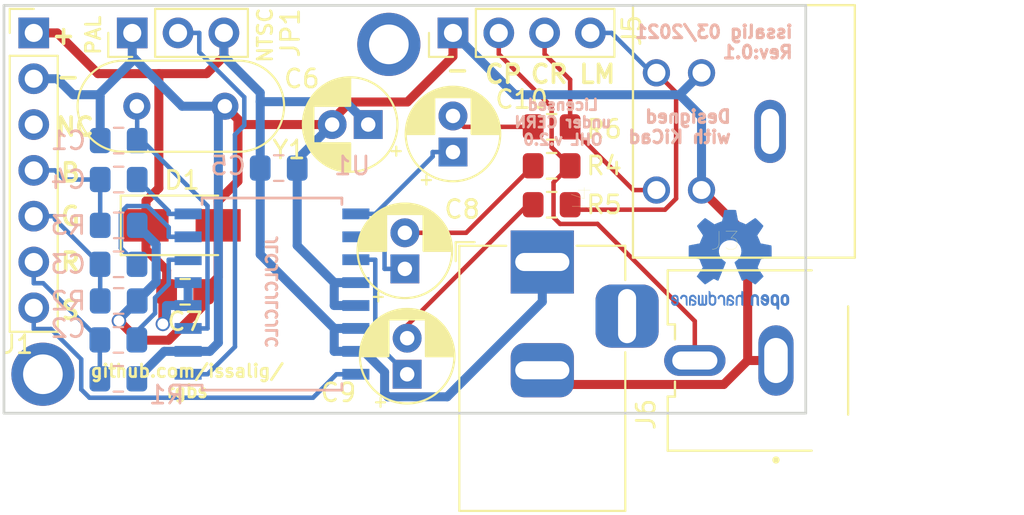
<source format=kicad_pcb>
(kicad_pcb (version 20171130) (host pcbnew 5.1.5+dfsg1-2build2)

  (general
    (thickness 1.6)
    (drawings 24)
    (tracks 187)
    (zones 0)
    (modules 28)
    (nets 22)
  )

  (page A4)
  (title_block
    (title OpenVideoModulator)
    (date 2019-03-21)
    (rev 1)
    (company SukkoPera)
    (comment 1 "Thanks to CPCWiki")
    (comment 2 http://www.cpcwiki.eu/index.php/RGB_SVideo)
    (comment 3 "Licensed under CERN OHL v.1.2")
  )

  (layers
    (0 F.Cu signal)
    (31 B.Cu signal)
    (36 B.SilkS user)
    (37 F.SilkS user)
    (38 B.Mask user hide)
    (39 F.Mask user hide)
    (44 Edge.Cuts user)
    (45 Margin user)
    (46 B.CrtYd user hide)
    (47 F.CrtYd user hide)
    (49 F.Fab user hide)
  )

  (setup
    (last_trace_width 0.25)
    (trace_clearance 0.2)
    (zone_clearance 0.1)
    (zone_45_only yes)
    (trace_min 0.2)
    (via_size 0.6)
    (via_drill 0.4)
    (via_min_size 0.4)
    (via_min_drill 0.3)
    (uvia_size 0.3)
    (uvia_drill 0.1)
    (uvias_allowed no)
    (uvia_min_size 0.2)
    (uvia_min_drill 0.1)
    (edge_width 0.15)
    (segment_width 0.2)
    (pcb_text_width 0.3)
    (pcb_text_size 1.5 1.5)
    (mod_edge_width 0.15)
    (mod_text_size 1 1)
    (mod_text_width 0.15)
    (pad_size 1.524 1.524)
    (pad_drill 0.762)
    (pad_to_mask_clearance 0)
    (solder_mask_min_width 0.2)
    (aux_axis_origin 0 0)
    (visible_elements FFFFF77F)
    (pcbplotparams
      (layerselection 0x010f0_ffffffff)
      (usegerberextensions false)
      (usegerberattributes false)
      (usegerberadvancedattributes false)
      (creategerberjobfile false)
      (excludeedgelayer true)
      (linewidth 0.100000)
      (plotframeref false)
      (viasonmask true)
      (mode 1)
      (useauxorigin false)
      (hpglpennumber 1)
      (hpglpenspeed 20)
      (hpglpendiameter 15.000000)
      (psnegative false)
      (psa4output false)
      (plotreference true)
      (plotvalue true)
      (plotinvisibletext false)
      (padsonsilk false)
      (subtractmaskfromsilk false)
      (outputformat 1)
      (mirror false)
      (drillshape 0)
      (scaleselection 1)
      (outputdirectory "gerbers"))
  )

  (net 0 "")
  (net 1 "Net-(C1-Pad1)")
  (net 2 GND)
  (net 3 "Net-(C2-Pad1)")
  (net 4 /red_in)
  (net 5 "Net-(C3-Pad1)")
  (net 6 /green_in)
  (net 7 /blue_in)
  (net 8 "Net-(C4-Pad1)")
  (net 9 VAA)
  (net 10 "Net-(C8-Pad1)")
  (net 11 "Net-(C8-Pad2)")
  (net 12 "Net-(C9-Pad2)")
  (net 13 "Net-(C9-Pad1)")
  (net 14 "Net-(C10-Pad1)")
  (net 15 "Net-(C10-Pad2)")
  (net 16 /sync_in)
  (net 17 "Net-(JP1-Pad2)")
  (net 18 COMP)
  (net 19 CRMA)
  (net 20 LUMA)
  (net 21 "Net-(J1-Pad3)")

  (net_class Default "This is the default net class."
    (clearance 0.2)
    (trace_width 0.25)
    (via_dia 0.6)
    (via_drill 0.4)
    (uvia_dia 0.3)
    (uvia_drill 0.1)
    (add_net /blue_in)
    (add_net /green_in)
    (add_net /red_in)
    (add_net /sync_in)
    (add_net COMP)
    (add_net CRMA)
    (add_net LUMA)
    (add_net "Net-(C1-Pad1)")
    (add_net "Net-(C10-Pad1)")
    (add_net "Net-(C10-Pad2)")
    (add_net "Net-(C2-Pad1)")
    (add_net "Net-(C3-Pad1)")
    (add_net "Net-(C4-Pad1)")
    (add_net "Net-(C8-Pad1)")
    (add_net "Net-(C8-Pad2)")
    (add_net "Net-(C9-Pad1)")
    (add_net "Net-(C9-Pad2)")
    (add_net "Net-(J1-Pad3)")
    (add_net "Net-(JP1-Pad2)")
  )

  (net_class Power ""
    (clearance 0.2)
    (trace_width 0.5)
    (via_dia 0.8)
    (via_drill 0.6)
    (uvia_dia 0.3)
    (uvia_drill 0.1)
    (add_net GND)
    (add_net VAA)
  )

  (module OpenVideoModulator:CUI_RCJ-044 (layer F.Cu) (tedit 604A11CE) (tstamp 604B093A)
    (at 156.845 69.469)
    (path /6045FBC1)
    (fp_text reference J3 (at -2.825 -6.635) (layer F.SilkS)
      (effects (font (size 1 1) (thickness 0.015)))
    )
    (fp_text value RCA (at 0.985 6.635) (layer F.Fab)
      (effects (font (size 1 1) (thickness 0.015)))
    )
    (fp_line (start -5.6 2) (end -5.6 1.17) (layer F.SilkS) (width 0.127))
    (fp_line (start 13.11 4.15) (end 4 4.15) (layer F.Fab) (width 0.127))
    (fp_arc (start 13.11 3.76) (end 13.11 4.15) (angle -90) (layer F.Fab) (width 0.127))
    (fp_line (start 13.5 -3.56) (end 13.5 3.76) (layer F.Fab) (width 0.127))
    (fp_arc (start 12.91 -3.56) (end 13.5 -3.56) (angle -90) (layer F.Fab) (width 0.127))
    (fp_line (start 4 -4.15) (end 12.91 -4.15) (layer F.Fab) (width 0.127))
    (fp_circle (center 0 5.513) (end 0.1 5.513) (layer F.Fab) (width 0.2))
    (fp_circle (center 0 5.513) (end 0.1 5.513) (layer F.SilkS) (width 0.2))
    (fp_line (start -6.45 -5.25) (end -6.45 5.25) (layer F.CrtYd) (width 0.05))
    (fp_line (start 2.05 -5.25) (end -6.45 -5.25) (layer F.CrtYd) (width 0.05))
    (fp_line (start 2.05 -5.4) (end 2.05 -5.25) (layer F.CrtYd) (width 0.05))
    (fp_line (start 4.25 -5.4) (end 2.05 -5.4) (layer F.CrtYd) (width 0.05))
    (fp_line (start 4.25 -4.4) (end 4.25 -5.4) (layer F.CrtYd) (width 0.05))
    (fp_line (start 13.75 -4.4) (end 4.25 -4.4) (layer F.CrtYd) (width 0.05))
    (fp_line (start 13.75 4.4) (end 13.75 -4.4) (layer F.CrtYd) (width 0.05))
    (fp_line (start 4.25 4.4) (end 13.75 4.4) (layer F.CrtYd) (width 0.05))
    (fp_line (start 4.25 5.4) (end 4.25 4.4) (layer F.CrtYd) (width 0.05))
    (fp_line (start 2.05 5.4) (end 4.25 5.4) (layer F.CrtYd) (width 0.05))
    (fp_line (start 2.05 5.25) (end 2.05 5.4) (layer F.CrtYd) (width 0.05))
    (fp_line (start -6.45 5.25) (end 2.05 5.25) (layer F.CrtYd) (width 0.05))
    (fp_line (start -5.6 -1.17) (end -5.6 -2) (layer F.SilkS) (width 0.127))
    (fp_line (start -6 -5) (end 1.98 -5) (layer F.SilkS) (width 0.127))
    (fp_line (start -6 -2) (end -6 -5) (layer F.SilkS) (width 0.127))
    (fp_line (start -5.6 -2) (end -6 -2) (layer F.SilkS) (width 0.127))
    (fp_line (start -6 2) (end -5.6 2) (layer F.SilkS) (width 0.127))
    (fp_line (start -6 5) (end -6 2) (layer F.SilkS) (width 0.127))
    (fp_line (start 4 3) (end 4 -3) (layer F.SilkS) (width 0.127))
    (fp_line (start -6 5) (end 1.98 5) (layer F.SilkS) (width 0.127))
    (fp_line (start -6 -2) (end -6 -5) (layer F.Fab) (width 0.127))
    (fp_line (start -5.6 -2) (end -6 -2) (layer F.Fab) (width 0.127))
    (fp_line (start -5.6 2) (end -5.6 -2) (layer F.Fab) (width 0.127))
    (fp_line (start -6 2) (end -5.6 2) (layer F.Fab) (width 0.127))
    (fp_line (start -6 5) (end -6 2) (layer F.Fab) (width 0.127))
    (fp_line (start 4 5) (end -6 5) (layer F.Fab) (width 0.127))
    (fp_line (start 4 4.15) (end 4 5) (layer F.Fab) (width 0.127))
    (fp_line (start 4 -4.15) (end 4 4.15) (layer F.Fab) (width 0.127))
    (fp_line (start 4 -5) (end 4 -4.15) (layer F.Fab) (width 0.127))
    (fp_line (start -6 -5) (end 4 -5) (layer F.Fab) (width 0.127))
    (pad 1 thru_hole oval (at -4.5 0) (size 3.4 1.7) (drill oval 2.5 1) (layers *.Cu *.Mask)
      (net 18 COMP))
    (pad 2 thru_hole oval (at 0 0) (size 1.95 3.9) (drill oval 1.3 2.5) (layers *.Cu *.Mask)
      (net 2 GND))
  )

  (module Package_SO:SOIC-16W_7.5x10.3mm_P1.27mm (layer B.Cu) (tedit 5A02F2D3) (tstamp 604B253D)
    (at 128.905 65.786)
    (descr "16-Lead Plastic Small Outline (SO) - Wide, 7.50 mm Body [SOIC] (see Microchip Packaging Specification 00000049BS.pdf)")
    (tags "SOIC 1.27")
    (path /5C8CD98E)
    (attr smd)
    (fp_text reference U1 (at 4.445 -7.112) (layer B.SilkS)
      (effects (font (size 1 1) (thickness 0.15)) (justify mirror))
    )
    (fp_text value AD724 (at 0 -6.25) (layer B.Fab)
      (effects (font (size 1 1) (thickness 0.15)) (justify mirror))
    )
    (fp_text user %R (at 0 0) (layer B.Fab)
      (effects (font (size 1 1) (thickness 0.15)) (justify mirror))
    )
    (fp_line (start -2.75 5.15) (end 3.75 5.15) (layer B.Fab) (width 0.15))
    (fp_line (start 3.75 5.15) (end 3.75 -5.15) (layer B.Fab) (width 0.15))
    (fp_line (start 3.75 -5.15) (end -3.75 -5.15) (layer B.Fab) (width 0.15))
    (fp_line (start -3.75 -5.15) (end -3.75 4.15) (layer B.Fab) (width 0.15))
    (fp_line (start -3.75 4.15) (end -2.75 5.15) (layer B.Fab) (width 0.15))
    (fp_line (start -5.65 5.5) (end -5.65 -5.5) (layer B.CrtYd) (width 0.05))
    (fp_line (start 5.65 5.5) (end 5.65 -5.5) (layer B.CrtYd) (width 0.05))
    (fp_line (start -5.65 5.5) (end 5.65 5.5) (layer B.CrtYd) (width 0.05))
    (fp_line (start -5.65 -5.5) (end 5.65 -5.5) (layer B.CrtYd) (width 0.05))
    (fp_line (start -3.875 5.325) (end -3.875 5.05) (layer B.SilkS) (width 0.15))
    (fp_line (start 3.875 5.325) (end 3.875 4.97) (layer B.SilkS) (width 0.15))
    (fp_line (start 3.875 -5.325) (end 3.875 -4.97) (layer B.SilkS) (width 0.15))
    (fp_line (start -3.875 -5.325) (end -3.875 -4.97) (layer B.SilkS) (width 0.15))
    (fp_line (start -3.875 5.325) (end 3.875 5.325) (layer B.SilkS) (width 0.15))
    (fp_line (start -3.875 -5.325) (end 3.875 -5.325) (layer B.SilkS) (width 0.15))
    (fp_line (start -3.875 5.05) (end -5.4 5.05) (layer B.SilkS) (width 0.15))
    (pad 1 smd rect (at -4.65 4.445) (size 1.5 0.6) (layers B.Cu B.Paste B.Mask)
      (net 17 "Net-(JP1-Pad2)"))
    (pad 2 smd rect (at -4.65 3.175) (size 1.5 0.6) (layers B.Cu B.Paste B.Mask)
      (net 2 GND))
    (pad 3 smd rect (at -4.65 1.905) (size 1.5 0.6) (layers B.Cu B.Paste B.Mask)
      (net 1 "Net-(C1-Pad1)"))
    (pad 4 smd rect (at -4.65 0.635) (size 1.5 0.6) (layers B.Cu B.Paste B.Mask)
      (net 9 VAA))
    (pad 5 smd rect (at -4.65 -0.635) (size 1.5 0.6) (layers B.Cu B.Paste B.Mask)
      (net 9 VAA))
    (pad 6 smd rect (at -4.65 -1.905) (size 1.5 0.6) (layers B.Cu B.Paste B.Mask)
      (net 3 "Net-(C2-Pad1)"))
    (pad 7 smd rect (at -4.65 -3.175) (size 1.5 0.6) (layers B.Cu B.Paste B.Mask)
      (net 5 "Net-(C3-Pad1)"))
    (pad 8 smd rect (at -4.65 -4.445) (size 1.5 0.6) (layers B.Cu B.Paste B.Mask)
      (net 8 "Net-(C4-Pad1)"))
    (pad 9 smd rect (at 4.65 -4.445) (size 1.5 0.6) (layers B.Cu B.Paste B.Mask)
      (net 14 "Net-(C10-Pad1)"))
    (pad 10 smd rect (at 4.65 -3.175) (size 1.5 0.6) (layers B.Cu B.Paste B.Mask)
      (net 10 "Net-(C8-Pad1)"))
    (pad 11 smd rect (at 4.65 -1.905) (size 1.5 0.6) (layers B.Cu B.Paste B.Mask)
      (net 13 "Net-(C9-Pad1)"))
    (pad 12 smd rect (at 4.65 -0.635) (size 1.5 0.6) (layers B.Cu B.Paste B.Mask)
      (net 2 GND))
    (pad 13 smd rect (at 4.65 0.635) (size 1.5 0.6) (layers B.Cu B.Paste B.Mask)
      (net 2 GND))
    (pad 14 smd rect (at 4.65 1.905) (size 1.5 0.6) (layers B.Cu B.Paste B.Mask)
      (net 9 VAA))
    (pad 15 smd rect (at 4.65 3.175) (size 1.5 0.6) (layers B.Cu B.Paste B.Mask)
      (net 9 VAA))
    (pad 16 smd rect (at 4.65 4.445) (size 1.5 0.6) (layers B.Cu B.Paste B.Mask)
      (net 16 /sync_in))
    (model ${KISYS3DMOD}/Package_SO.3dshapes/SOIC-16W_7.5x10.3mm_P1.27mm.wrl
      (at (xyz 0 0 0))
      (scale (xyz 1 1 1))
      (rotate (xyz 0 0 0))
    )
  )

  (module MountingHole:MountingHole_2.2mm_M2_ISO7380_Pad (layer F.Cu) (tedit 56D1B4CB) (tstamp 6049F669)
    (at 135.382 51.943)
    (descr "Mounting Hole 2.2mm, M2, ISO7380")
    (tags "mounting hole 2.2mm m2 iso7380")
    (path /6060249A)
    (attr virtual)
    (fp_text reference H2 (at 0 -2.75) (layer F.SilkS) hide
      (effects (font (size 1 1) (thickness 0.15)))
    )
    (fp_text value MountingHole (at 0 2.75) (layer F.Fab)
      (effects (font (size 1 1) (thickness 0.15)))
    )
    (fp_circle (center 0 0) (end 2 0) (layer F.CrtYd) (width 0.05))
    (fp_circle (center 0 0) (end 1.75 0) (layer Cmts.User) (width 0.15))
    (fp_text user %R (at 0.3 0) (layer F.Fab)
      (effects (font (size 1 1) (thickness 0.15)))
    )
    (pad 1 thru_hole circle (at 0 0) (size 3.5 3.5) (drill 2.2) (layers *.Cu *.Mask))
  )

  (module MountingHole:MountingHole_2.2mm_M2_ISO7380_Pad (layer F.Cu) (tedit 56D1B4CB) (tstamp 6049F661)
    (at 116.205 70.231)
    (descr "Mounting Hole 2.2mm, M2, ISO7380")
    (tags "mounting hole 2.2mm m2 iso7380")
    (path /606029DF)
    (attr virtual)
    (fp_text reference H1 (at 0 -2.75) (layer F.SilkS) hide
      (effects (font (size 1 1) (thickness 0.15)))
    )
    (fp_text value MountingHole (at 0 2.75) (layer F.Fab)
      (effects (font (size 1 1) (thickness 0.15)))
    )
    (fp_circle (center 0 0) (end 2 0) (layer F.CrtYd) (width 0.05))
    (fp_circle (center 0 0) (end 1.75 0) (layer Cmts.User) (width 0.15))
    (fp_text user %R (at 0.3 0) (layer F.Fab)
      (effects (font (size 1 1) (thickness 0.15)))
    )
    (pad 1 thru_hole circle (at 0 0) (size 3.5 3.5) (drill 2.2) (layers *.Cu *.Mask))
  )

  (module Connector_BarrelJack:BarrelJack_Horizontal (layer F.Cu) (tedit 5A1DBF6A) (tstamp 6048FF82)
    (at 143.89 64.008 90)
    (descr "DC Barrel Jack")
    (tags "Power Jack")
    (path /60459B3D)
    (fp_text reference J6 (at -8.45 5.75 90) (layer F.SilkS)
      (effects (font (size 1 1) (thickness 0.15)))
    )
    (fp_text value Barrel_Jack (at -6.2 -5.5 90) (layer F.Fab)
      (effects (font (size 1 1) (thickness 0.15)))
    )
    (fp_line (start 0 -4.5) (end -13.7 -4.5) (layer F.Fab) (width 0.1))
    (fp_line (start 0.8 4.5) (end 0.8 -3.75) (layer F.Fab) (width 0.1))
    (fp_line (start -13.7 4.5) (end 0.8 4.5) (layer F.Fab) (width 0.1))
    (fp_line (start -13.7 -4.5) (end -13.7 4.5) (layer F.Fab) (width 0.1))
    (fp_line (start -10.2 -4.5) (end -10.2 4.5) (layer F.Fab) (width 0.1))
    (fp_line (start 0.9 -4.6) (end 0.9 -2) (layer F.SilkS) (width 0.12))
    (fp_line (start -13.8 -4.6) (end 0.9 -4.6) (layer F.SilkS) (width 0.12))
    (fp_line (start 0.9 4.6) (end -1 4.6) (layer F.SilkS) (width 0.12))
    (fp_line (start 0.9 1.9) (end 0.9 4.6) (layer F.SilkS) (width 0.12))
    (fp_line (start -13.8 4.6) (end -13.8 -4.6) (layer F.SilkS) (width 0.12))
    (fp_line (start -5 4.6) (end -13.8 4.6) (layer F.SilkS) (width 0.12))
    (fp_line (start -14 4.75) (end -14 -4.75) (layer F.CrtYd) (width 0.05))
    (fp_line (start -5 4.75) (end -14 4.75) (layer F.CrtYd) (width 0.05))
    (fp_line (start -5 6.75) (end -5 4.75) (layer F.CrtYd) (width 0.05))
    (fp_line (start -1 6.75) (end -5 6.75) (layer F.CrtYd) (width 0.05))
    (fp_line (start -1 4.75) (end -1 6.75) (layer F.CrtYd) (width 0.05))
    (fp_line (start 1 4.75) (end -1 4.75) (layer F.CrtYd) (width 0.05))
    (fp_line (start 1 2) (end 1 4.75) (layer F.CrtYd) (width 0.05))
    (fp_line (start 2 2) (end 1 2) (layer F.CrtYd) (width 0.05))
    (fp_line (start 2 -2) (end 2 2) (layer F.CrtYd) (width 0.05))
    (fp_line (start 1 -2) (end 2 -2) (layer F.CrtYd) (width 0.05))
    (fp_line (start 1 -4.5) (end 1 -2) (layer F.CrtYd) (width 0.05))
    (fp_line (start 1 -4.75) (end -14 -4.75) (layer F.CrtYd) (width 0.05))
    (fp_line (start 1 -4.5) (end 1 -4.75) (layer F.CrtYd) (width 0.05))
    (fp_line (start 0.05 -4.8) (end 1.1 -4.8) (layer F.SilkS) (width 0.12))
    (fp_line (start 1.1 -3.75) (end 1.1 -4.8) (layer F.SilkS) (width 0.12))
    (fp_line (start -0.003213 -4.505425) (end 0.8 -3.75) (layer F.Fab) (width 0.1))
    (fp_text user %R (at -3 -2.95 90) (layer F.Fab)
      (effects (font (size 1 1) (thickness 0.15)))
    )
    (pad 3 thru_hole roundrect (at -3 4.7 90) (size 3.5 3.5) (drill oval 3 1) (layers *.Cu *.Mask) (roundrect_rratio 0.25))
    (pad 2 thru_hole roundrect (at -6 0 90) (size 3 3.5) (drill oval 1 3) (layers *.Cu *.Mask) (roundrect_rratio 0.25)
      (net 2 GND))
    (pad 1 thru_hole rect (at 0 0 90) (size 3.5 3.5) (drill oval 1 3) (layers *.Cu *.Mask)
      (net 9 VAA))
    (model ${KISYS3DMOD}/Connector_BarrelJack.3dshapes/BarrelJack_Horizontal.wrl
      (at (xyz 0 0 0))
      (scale (xyz 1 1 1))
      (rotate (xyz 0 0 0))
    )
  )

  (module Connector_PinHeader_2.54mm:PinHeader_1x03_P2.54mm_Vertical (layer F.Cu) (tedit 59FED5CC) (tstamp 60467F38)
    (at 121.158 51.308 90)
    (descr "Through hole straight pin header, 1x03, 2.54mm pitch, single row")
    (tags "Through hole pin header THT 1x03 2.54mm single row")
    (path /5C8EAD24)
    (fp_text reference JP1 (at 0 8.763 90) (layer F.SilkS)
      (effects (font (size 1 1) (thickness 0.15)))
    )
    (fp_text value NTSC/~PAL (at 0 7.41 90) (layer F.Fab)
      (effects (font (size 1 1) (thickness 0.15)))
    )
    (fp_text user %R (at 0 2.54) (layer F.Fab)
      (effects (font (size 1 1) (thickness 0.15)))
    )
    (fp_line (start 1.8 -1.8) (end -1.8 -1.8) (layer F.CrtYd) (width 0.05))
    (fp_line (start 1.8 6.85) (end 1.8 -1.8) (layer F.CrtYd) (width 0.05))
    (fp_line (start -1.8 6.85) (end 1.8 6.85) (layer F.CrtYd) (width 0.05))
    (fp_line (start -1.8 -1.8) (end -1.8 6.85) (layer F.CrtYd) (width 0.05))
    (fp_line (start -1.33 -1.33) (end 0 -1.33) (layer F.SilkS) (width 0.12))
    (fp_line (start -1.33 0) (end -1.33 -1.33) (layer F.SilkS) (width 0.12))
    (fp_line (start -1.33 1.27) (end 1.33 1.27) (layer F.SilkS) (width 0.12))
    (fp_line (start 1.33 1.27) (end 1.33 6.41) (layer F.SilkS) (width 0.12))
    (fp_line (start -1.33 1.27) (end -1.33 6.41) (layer F.SilkS) (width 0.12))
    (fp_line (start -1.33 6.41) (end 1.33 6.41) (layer F.SilkS) (width 0.12))
    (fp_line (start -1.27 -0.635) (end -0.635 -1.27) (layer F.Fab) (width 0.1))
    (fp_line (start -1.27 6.35) (end -1.27 -0.635) (layer F.Fab) (width 0.1))
    (fp_line (start 1.27 6.35) (end -1.27 6.35) (layer F.Fab) (width 0.1))
    (fp_line (start 1.27 -1.27) (end 1.27 6.35) (layer F.Fab) (width 0.1))
    (fp_line (start -0.635 -1.27) (end 1.27 -1.27) (layer F.Fab) (width 0.1))
    (pad 3 thru_hole oval (at 0 5.08 90) (size 1.7 1.7) (drill 1) (layers *.Cu *.Mask)
      (net 9 VAA))
    (pad 2 thru_hole oval (at 0 2.54 90) (size 1.7 1.7) (drill 1) (layers *.Cu *.Mask)
      (net 17 "Net-(JP1-Pad2)"))
    (pad 1 thru_hole rect (at 0 0 90) (size 1.7 1.7) (drill 1) (layers *.Cu *.Mask)
      (net 2 GND))
    (model ${KISYS3DMOD}/Connector_PinHeader_2.54mm.3dshapes/PinHeader_1x03_P2.54mm_Vertical.wrl
      (at (xyz 0 0 0))
      (scale (xyz 1 1 1))
      (rotate (xyz 0 0 0))
    )
  )

  (module Symbol:OSHW-Logo2_7.3x6mm_Copper (layer B.Cu) (tedit 0) (tstamp 604B12ED)
    (at 154.305 63.881 180)
    (descr "Open Source Hardware Symbol")
    (tags "Logo Symbol OSHW")
    (path /5C98ACEE)
    (attr virtual)
    (fp_text reference P1 (at 0 0) (layer B.SilkS) hide
      (effects (font (size 1 1) (thickness 0.15)) (justify mirror))
    )
    (fp_text value OSHW_LOGO (at 0.75 0) (layer B.Fab) hide
      (effects (font (size 1 1) (thickness 0.15)) (justify mirror))
    )
    (fp_poly (pts (xy 0.10391 2.757652) (xy 0.182454 2.757222) (xy 0.239298 2.756058) (xy 0.278105 2.753793)
      (xy 0.302538 2.75006) (xy 0.316262 2.744494) (xy 0.32294 2.736727) (xy 0.326236 2.726395)
      (xy 0.326556 2.725057) (xy 0.331562 2.700921) (xy 0.340829 2.653299) (xy 0.353392 2.587259)
      (xy 0.368287 2.507872) (xy 0.384551 2.420204) (xy 0.385119 2.417125) (xy 0.40141 2.331211)
      (xy 0.416652 2.255304) (xy 0.429861 2.193955) (xy 0.440054 2.151718) (xy 0.446248 2.133145)
      (xy 0.446543 2.132816) (xy 0.464788 2.123747) (xy 0.502405 2.108633) (xy 0.551271 2.090738)
      (xy 0.551543 2.090642) (xy 0.613093 2.067507) (xy 0.685657 2.038035) (xy 0.754057 2.008403)
      (xy 0.757294 2.006938) (xy 0.868702 1.956374) (xy 1.115399 2.12484) (xy 1.191077 2.176197)
      (xy 1.259631 2.222111) (xy 1.317088 2.25997) (xy 1.359476 2.287163) (xy 1.382825 2.301079)
      (xy 1.385042 2.302111) (xy 1.40201 2.297516) (xy 1.433701 2.275345) (xy 1.481352 2.234553)
      (xy 1.546198 2.174095) (xy 1.612397 2.109773) (xy 1.676214 2.046388) (xy 1.733329 1.988549)
      (xy 1.780305 1.939825) (xy 1.813703 1.90379) (xy 1.830085 1.884016) (xy 1.830694 1.882998)
      (xy 1.832505 1.869428) (xy 1.825683 1.847267) (xy 1.80854 1.813522) (xy 1.779393 1.7652)
      (xy 1.736555 1.699308) (xy 1.679448 1.614483) (xy 1.628766 1.539823) (xy 1.583461 1.47286)
      (xy 1.54615 1.417484) (xy 1.519452 1.37758) (xy 1.505985 1.357038) (xy 1.505137 1.355644)
      (xy 1.506781 1.335962) (xy 1.519245 1.297707) (xy 1.540048 1.248111) (xy 1.547462 1.232272)
      (xy 1.579814 1.16171) (xy 1.614328 1.081647) (xy 1.642365 1.012371) (xy 1.662568 0.960955)
      (xy 1.678615 0.921881) (xy 1.687888 0.901459) (xy 1.689041 0.899886) (xy 1.706096 0.897279)
      (xy 1.746298 0.890137) (xy 1.804302 0.879477) (xy 1.874763 0.866315) (xy 1.952335 0.851667)
      (xy 2.031672 0.836551) (xy 2.107431 0.821982) (xy 2.174264 0.808978) (xy 2.226828 0.798555)
      (xy 2.259776 0.79173) (xy 2.267857 0.789801) (xy 2.276205 0.785038) (xy 2.282506 0.774282)
      (xy 2.287045 0.753902) (xy 2.290104 0.720266) (xy 2.291967 0.669745) (xy 2.292918 0.598708)
      (xy 2.29324 0.503524) (xy 2.293257 0.464508) (xy 2.293257 0.147201) (xy 2.217057 0.132161)
      (xy 2.174663 0.124005) (xy 2.1114 0.112101) (xy 2.034962 0.097884) (xy 1.953043 0.08279)
      (xy 1.9304 0.078645) (xy 1.854806 0.063947) (xy 1.788953 0.049495) (xy 1.738366 0.036625)
      (xy 1.708574 0.026678) (xy 1.703612 0.023713) (xy 1.691426 0.002717) (xy 1.673953 -0.037967)
      (xy 1.654577 -0.090322) (xy 1.650734 -0.1016) (xy 1.625339 -0.171523) (xy 1.593817 -0.250418)
      (xy 1.562969 -0.321266) (xy 1.562817 -0.321595) (xy 1.511447 -0.432733) (xy 1.680399 -0.681253)
      (xy 1.849352 -0.929772) (xy 1.632429 -1.147058) (xy 1.566819 -1.211726) (xy 1.506979 -1.268733)
      (xy 1.456267 -1.315033) (xy 1.418046 -1.347584) (xy 1.395675 -1.363343) (xy 1.392466 -1.364343)
      (xy 1.373626 -1.356469) (xy 1.33518 -1.334578) (xy 1.28133 -1.301267) (xy 1.216276 -1.259131)
      (xy 1.14594 -1.211943) (xy 1.074555 -1.16381) (xy 1.010908 -1.121928) (xy 0.959041 -1.088871)
      (xy 0.922995 -1.067218) (xy 0.906867 -1.059543) (xy 0.887189 -1.066037) (xy 0.849875 -1.08315)
      (xy 0.802621 -1.107326) (xy 0.797612 -1.110013) (xy 0.733977 -1.141927) (xy 0.690341 -1.157579)
      (xy 0.663202 -1.157745) (xy 0.649057 -1.143204) (xy 0.648975 -1.143) (xy 0.641905 -1.125779)
      (xy 0.625042 -1.084899) (xy 0.599695 -1.023525) (xy 0.567171 -0.944819) (xy 0.528778 -0.851947)
      (xy 0.485822 -0.748072) (xy 0.444222 -0.647502) (xy 0.398504 -0.536516) (xy 0.356526 -0.433703)
      (xy 0.319548 -0.342215) (xy 0.288827 -0.265201) (xy 0.265622 -0.205815) (xy 0.25119 -0.167209)
      (xy 0.246743 -0.1528) (xy 0.257896 -0.136272) (xy 0.287069 -0.10993) (xy 0.325971 -0.080887)
      (xy 0.436757 0.010961) (xy 0.523351 0.116241) (xy 0.584716 0.232734) (xy 0.619815 0.358224)
      (xy 0.627608 0.490493) (xy 0.621943 0.551543) (xy 0.591078 0.678205) (xy 0.53792 0.790059)
      (xy 0.465767 0.885999) (xy 0.377917 0.964924) (xy 0.277665 1.02573) (xy 0.16831 1.067313)
      (xy 0.053147 1.088572) (xy -0.064525 1.088401) (xy -0.18141 1.065699) (xy -0.294211 1.019362)
      (xy -0.399631 0.948287) (xy -0.443632 0.908089) (xy -0.528021 0.804871) (xy -0.586778 0.692075)
      (xy -0.620296 0.57299) (xy -0.628965 0.450905) (xy -0.613177 0.329107) (xy -0.573322 0.210884)
      (xy -0.509793 0.099525) (xy -0.422979 -0.001684) (xy -0.325971 -0.080887) (xy -0.285563 -0.111162)
      (xy -0.257018 -0.137219) (xy -0.246743 -0.152825) (xy -0.252123 -0.169843) (xy -0.267425 -0.2105)
      (xy -0.291388 -0.271642) (xy -0.322756 -0.350119) (xy -0.360268 -0.44278) (xy -0.402667 -0.546472)
      (xy -0.444337 -0.647526) (xy -0.49031 -0.758607) (xy -0.532893 -0.861541) (xy -0.570779 -0.953165)
      (xy -0.60266 -1.030316) (xy -0.627229 -1.089831) (xy -0.64318 -1.128544) (xy -0.64909 -1.143)
      (xy -0.663052 -1.157685) (xy -0.69006 -1.157642) (xy -0.733587 -1.142099) (xy -0.79711 -1.110284)
      (xy -0.797612 -1.110013) (xy -0.84544 -1.085323) (xy -0.884103 -1.067338) (xy -0.905905 -1.059614)
      (xy -0.906867 -1.059543) (xy -0.923279 -1.067378) (xy -0.959513 -1.089165) (xy -1.011526 -1.122328)
      (xy -1.075275 -1.164291) (xy -1.14594 -1.211943) (xy -1.217884 -1.260191) (xy -1.282726 -1.302151)
      (xy -1.336265 -1.335227) (xy -1.374303 -1.356821) (xy -1.392467 -1.364343) (xy -1.409192 -1.354457)
      (xy -1.44282 -1.326826) (xy -1.48999 -1.284495) (xy -1.547342 -1.230505) (xy -1.611516 -1.167899)
      (xy -1.632503 -1.146983) (xy -1.849501 -0.929623) (xy -1.684332 -0.68722) (xy -1.634136 -0.612781)
      (xy -1.590081 -0.545972) (xy -1.554638 -0.490665) (xy -1.530281 -0.450729) (xy -1.519478 -0.430036)
      (xy -1.519162 -0.428563) (xy -1.524857 -0.409058) (xy -1.540174 -0.369822) (xy -1.562463 -0.31743)
      (xy -1.578107 -0.282355) (xy -1.607359 -0.215201) (xy -1.634906 -0.147358) (xy -1.656263 -0.090034)
      (xy -1.662065 -0.072572) (xy -1.678548 -0.025938) (xy -1.69466 0.010095) (xy -1.70351 0.023713)
      (xy -1.72304 0.032048) (xy -1.765666 0.043863) (xy -1.825855 0.057819) (xy -1.898078 0.072578)
      (xy -1.9304 0.078645) (xy -2.012478 0.093727) (xy -2.091205 0.108331) (xy -2.158891 0.12102)
      (xy -2.20784 0.130358) (xy -2.217057 0.132161) (xy -2.293257 0.147201) (xy -2.293257 0.464508)
      (xy -2.293086 0.568846) (xy -2.292384 0.647787) (xy -2.290866 0.704962) (xy -2.288251 0.744001)
      (xy -2.284254 0.768535) (xy -2.278591 0.782195) (xy -2.27098 0.788611) (xy -2.267857 0.789801)
      (xy -2.249022 0.79402) (xy -2.207412 0.802438) (xy -2.14837 0.814039) (xy -2.077243 0.827805)
      (xy -1.999375 0.84272) (xy -1.920113 0.857768) (xy -1.844802 0.871931) (xy -1.778787 0.884194)
      (xy -1.727413 0.893539) (xy -1.696025 0.89895) (xy -1.689041 0.899886) (xy -1.682715 0.912404)
      (xy -1.66871 0.945754) (xy -1.649645 0.993623) (xy -1.642366 1.012371) (xy -1.613004 1.084805)
      (xy -1.578429 1.16483) (xy -1.547463 1.232272) (xy -1.524677 1.283841) (xy -1.509518 1.326215)
      (xy -1.504458 1.352166) (xy -1.505264 1.355644) (xy -1.515959 1.372064) (xy -1.54038 1.408583)
      (xy -1.575905 1.461313) (xy -1.619913 1.526365) (xy -1.669783 1.599849) (xy -1.679644 1.614355)
      (xy -1.737508 1.700296) (xy -1.780044 1.765739) (xy -1.808946 1.813696) (xy -1.82591 1.84718)
      (xy -1.832633 1.869205) (xy -1.83081 1.882783) (xy -1.830764 1.882869) (xy -1.816414 1.900703)
      (xy -1.784677 1.935183) (xy -1.73899 1.982732) (xy -1.682796 2.039778) (xy -1.619532 2.102745)
      (xy -1.612398 2.109773) (xy -1.53267 2.18698) (xy -1.471143 2.24367) (xy -1.426579 2.28089)
      (xy -1.397743 2.299685) (xy -1.385042 2.302111) (xy -1.366506 2.291529) (xy -1.328039 2.267084)
      (xy -1.273614 2.231388) (xy -1.207202 2.187053) (xy -1.132775 2.136689) (xy -1.115399 2.12484)
      (xy -0.868703 1.956374) (xy -0.757294 2.006938) (xy -0.689543 2.036405) (xy -0.616817 2.066041)
      (xy -0.554297 2.08967) (xy -0.551543 2.090642) (xy -0.50264 2.108543) (xy -0.464943 2.12368)
      (xy -0.446575 2.13279) (xy -0.446544 2.132816) (xy -0.440715 2.149283) (xy -0.430808 2.189781)
      (xy -0.417805 2.249758) (xy -0.402691 2.32466) (xy -0.386448 2.409936) (xy -0.385119 2.417125)
      (xy -0.368825 2.504986) (xy -0.353867 2.58474) (xy -0.341209 2.651319) (xy -0.331814 2.699653)
      (xy -0.326646 2.724675) (xy -0.326556 2.725057) (xy -0.323411 2.735701) (xy -0.317296 2.743738)
      (xy -0.304547 2.749533) (xy -0.2815 2.753453) (xy -0.244491 2.755865) (xy -0.189856 2.757135)
      (xy -0.113933 2.757629) (xy -0.013056 2.757714) (xy 0 2.757714) (xy 0.10391 2.757652)) (layer B.Cu) (width 0.01))
    (fp_poly (pts (xy 3.153595 -1.966966) (xy 3.211021 -2.004497) (xy 3.238719 -2.038096) (xy 3.260662 -2.099064)
      (xy 3.262405 -2.147308) (xy 3.258457 -2.211816) (xy 3.109686 -2.276934) (xy 3.037349 -2.310202)
      (xy 2.990084 -2.336964) (xy 2.965507 -2.360144) (xy 2.961237 -2.382667) (xy 2.974889 -2.407455)
      (xy 2.989943 -2.423886) (xy 3.033746 -2.450235) (xy 3.081389 -2.452081) (xy 3.125145 -2.431546)
      (xy 3.157289 -2.390752) (xy 3.163038 -2.376347) (xy 3.190576 -2.331356) (xy 3.222258 -2.312182)
      (xy 3.265714 -2.295779) (xy 3.265714 -2.357966) (xy 3.261872 -2.400283) (xy 3.246823 -2.435969)
      (xy 3.21528 -2.476943) (xy 3.210592 -2.482267) (xy 3.175506 -2.51872) (xy 3.145347 -2.538283)
      (xy 3.107615 -2.547283) (xy 3.076335 -2.55023) (xy 3.020385 -2.550965) (xy 2.980555 -2.54166)
      (xy 2.955708 -2.527846) (xy 2.916656 -2.497467) (xy 2.889625 -2.464613) (xy 2.872517 -2.423294)
      (xy 2.863238 -2.367521) (xy 2.859693 -2.291305) (xy 2.85941 -2.252622) (xy 2.860372 -2.206247)
      (xy 2.948007 -2.206247) (xy 2.949023 -2.231126) (xy 2.951556 -2.2352) (xy 2.968274 -2.229665)
      (xy 3.004249 -2.215017) (xy 3.052331 -2.19419) (xy 3.062386 -2.189714) (xy 3.123152 -2.158814)
      (xy 3.156632 -2.131657) (xy 3.16399 -2.10622) (xy 3.146391 -2.080481) (xy 3.131856 -2.069109)
      (xy 3.07941 -2.046364) (xy 3.030322 -2.050122) (xy 2.989227 -2.077884) (xy 2.960758 -2.127152)
      (xy 2.951631 -2.166257) (xy 2.948007 -2.206247) (xy 2.860372 -2.206247) (xy 2.861285 -2.162249)
      (xy 2.868196 -2.095384) (xy 2.881884 -2.046695) (xy 2.904096 -2.010849) (xy 2.936574 -1.982513)
      (xy 2.950733 -1.973355) (xy 3.015053 -1.949507) (xy 3.085473 -1.948006) (xy 3.153595 -1.966966)) (layer B.Cu) (width 0.01))
    (fp_poly (pts (xy 2.6526 -1.958752) (xy 2.669948 -1.966334) (xy 2.711356 -1.999128) (xy 2.746765 -2.046547)
      (xy 2.768664 -2.097151) (xy 2.772229 -2.122098) (xy 2.760279 -2.156927) (xy 2.734067 -2.175357)
      (xy 2.705964 -2.186516) (xy 2.693095 -2.188572) (xy 2.686829 -2.173649) (xy 2.674456 -2.141175)
      (xy 2.669028 -2.126502) (xy 2.63859 -2.075744) (xy 2.59452 -2.050427) (xy 2.53801 -2.051206)
      (xy 2.533825 -2.052203) (xy 2.503655 -2.066507) (xy 2.481476 -2.094393) (xy 2.466327 -2.139287)
      (xy 2.45725 -2.204615) (xy 2.453286 -2.293804) (xy 2.452914 -2.341261) (xy 2.45273 -2.416071)
      (xy 2.451522 -2.467069) (xy 2.448309 -2.499471) (xy 2.442109 -2.518495) (xy 2.43194 -2.529356)
      (xy 2.416819 -2.537272) (xy 2.415946 -2.53767) (xy 2.386828 -2.549981) (xy 2.372403 -2.554514)
      (xy 2.370186 -2.540809) (xy 2.368289 -2.502925) (xy 2.366847 -2.445715) (xy 2.365998 -2.374027)
      (xy 2.365829 -2.321565) (xy 2.366692 -2.220047) (xy 2.37007 -2.143032) (xy 2.377142 -2.086023)
      (xy 2.389088 -2.044526) (xy 2.40709 -2.014043) (xy 2.432327 -1.99008) (xy 2.457247 -1.973355)
      (xy 2.517171 -1.951097) (xy 2.586911 -1.946076) (xy 2.6526 -1.958752)) (layer B.Cu) (width 0.01))
    (fp_poly (pts (xy 2.144876 -1.956335) (xy 2.186667 -1.975344) (xy 2.219469 -1.998378) (xy 2.243503 -2.024133)
      (xy 2.260097 -2.057358) (xy 2.270577 -2.1028) (xy 2.276271 -2.165207) (xy 2.278507 -2.249327)
      (xy 2.278743 -2.304721) (xy 2.278743 -2.520826) (xy 2.241774 -2.53767) (xy 2.212656 -2.549981)
      (xy 2.198231 -2.554514) (xy 2.195472 -2.541025) (xy 2.193282 -2.504653) (xy 2.191942 -2.451542)
      (xy 2.191657 -2.409372) (xy 2.190434 -2.348447) (xy 2.187136 -2.300115) (xy 2.182321 -2.270518)
      (xy 2.178496 -2.264229) (xy 2.152783 -2.270652) (xy 2.112418 -2.287125) (xy 2.065679 -2.309458)
      (xy 2.020845 -2.333457) (xy 1.986193 -2.35493) (xy 1.970002 -2.369685) (xy 1.969938 -2.369845)
      (xy 1.97133 -2.397152) (xy 1.983818 -2.423219) (xy 2.005743 -2.444392) (xy 2.037743 -2.451474)
      (xy 2.065092 -2.450649) (xy 2.103826 -2.450042) (xy 2.124158 -2.459116) (xy 2.136369 -2.483092)
      (xy 2.137909 -2.487613) (xy 2.143203 -2.521806) (xy 2.129047 -2.542568) (xy 2.092148 -2.552462)
      (xy 2.052289 -2.554292) (xy 1.980562 -2.540727) (xy 1.943432 -2.521355) (xy 1.897576 -2.475845)
      (xy 1.873256 -2.419983) (xy 1.871073 -2.360957) (xy 1.891629 -2.305953) (xy 1.922549 -2.271486)
      (xy 1.95342 -2.252189) (xy 2.001942 -2.227759) (xy 2.058485 -2.202985) (xy 2.06791 -2.199199)
      (xy 2.130019 -2.171791) (xy 2.165822 -2.147634) (xy 2.177337 -2.123619) (xy 2.16658 -2.096635)
      (xy 2.148114 -2.075543) (xy 2.104469 -2.049572) (xy 2.056446 -2.047624) (xy 2.012406 -2.067637)
      (xy 1.980709 -2.107551) (xy 1.976549 -2.117848) (xy 1.952327 -2.155724) (xy 1.916965 -2.183842)
      (xy 1.872343 -2.206917) (xy 1.872343 -2.141485) (xy 1.874969 -2.101506) (xy 1.88623 -2.069997)
      (xy 1.911199 -2.036378) (xy 1.935169 -2.010484) (xy 1.972441 -1.973817) (xy 2.001401 -1.954121)
      (xy 2.032505 -1.94622) (xy 2.067713 -1.944914) (xy 2.144876 -1.956335)) (layer B.Cu) (width 0.01))
    (fp_poly (pts (xy 1.779833 -1.958663) (xy 1.782048 -1.99685) (xy 1.783784 -2.054886) (xy 1.784899 -2.12818)
      (xy 1.785257 -2.205055) (xy 1.785257 -2.465196) (xy 1.739326 -2.511127) (xy 1.707675 -2.539429)
      (xy 1.67989 -2.550893) (xy 1.641915 -2.550168) (xy 1.62684 -2.548321) (xy 1.579726 -2.542948)
      (xy 1.540756 -2.539869) (xy 1.531257 -2.539585) (xy 1.499233 -2.541445) (xy 1.453432 -2.546114)
      (xy 1.435674 -2.548321) (xy 1.392057 -2.551735) (xy 1.362745 -2.54432) (xy 1.33368 -2.521427)
      (xy 1.323188 -2.511127) (xy 1.277257 -2.465196) (xy 1.277257 -1.978602) (xy 1.314226 -1.961758)
      (xy 1.346059 -1.949282) (xy 1.364683 -1.944914) (xy 1.369458 -1.958718) (xy 1.373921 -1.997286)
      (xy 1.377775 -2.056356) (xy 1.380722 -2.131663) (xy 1.382143 -2.195286) (xy 1.386114 -2.445657)
      (xy 1.420759 -2.450556) (xy 1.452268 -2.447131) (xy 1.467708 -2.436041) (xy 1.472023 -2.415308)
      (xy 1.475708 -2.371145) (xy 1.478469 -2.309146) (xy 1.480012 -2.234909) (xy 1.480235 -2.196706)
      (xy 1.480457 -1.976783) (xy 1.526166 -1.960849) (xy 1.558518 -1.950015) (xy 1.576115 -1.944962)
      (xy 1.576623 -1.944914) (xy 1.578388 -1.958648) (xy 1.580329 -1.99673) (xy 1.582282 -2.054482)
      (xy 1.584084 -2.127227) (xy 1.585343 -2.195286) (xy 1.589314 -2.445657) (xy 1.6764 -2.445657)
      (xy 1.680396 -2.21724) (xy 1.684392 -1.988822) (xy 1.726847 -1.966868) (xy 1.758192 -1.951793)
      (xy 1.776744 -1.944951) (xy 1.777279 -1.944914) (xy 1.779833 -1.958663)) (layer B.Cu) (width 0.01))
    (fp_poly (pts (xy 1.190117 -2.065358) (xy 1.189933 -2.173837) (xy 1.189219 -2.257287) (xy 1.187675 -2.319704)
      (xy 1.185001 -2.365085) (xy 1.180894 -2.397429) (xy 1.175055 -2.420733) (xy 1.167182 -2.438995)
      (xy 1.161221 -2.449418) (xy 1.111855 -2.505945) (xy 1.049264 -2.541377) (xy 0.980013 -2.55409)
      (xy 0.910668 -2.542463) (xy 0.869375 -2.521568) (xy 0.826025 -2.485422) (xy 0.796481 -2.441276)
      (xy 0.778655 -2.383462) (xy 0.770463 -2.306313) (xy 0.769302 -2.249714) (xy 0.769458 -2.245647)
      (xy 0.870857 -2.245647) (xy 0.871476 -2.31055) (xy 0.874314 -2.353514) (xy 0.88084 -2.381622)
      (xy 0.892523 -2.401953) (xy 0.906483 -2.417288) (xy 0.953365 -2.44689) (xy 1.003701 -2.449419)
      (xy 1.051276 -2.424705) (xy 1.054979 -2.421356) (xy 1.070783 -2.403935) (xy 1.080693 -2.383209)
      (xy 1.086058 -2.352362) (xy 1.088228 -2.304577) (xy 1.088571 -2.251748) (xy 1.087827 -2.185381)
      (xy 1.084748 -2.141106) (xy 1.078061 -2.112009) (xy 1.066496 -2.091173) (xy 1.057013 -2.080107)
      (xy 1.01296 -2.052198) (xy 0.962224 -2.048843) (xy 0.913796 -2.070159) (xy 0.90445 -2.078073)
      (xy 0.88854 -2.095647) (xy 0.87861 -2.116587) (xy 0.873278 -2.147782) (xy 0.871163 -2.196122)
      (xy 0.870857 -2.245647) (xy 0.769458 -2.245647) (xy 0.77281 -2.158568) (xy 0.784726 -2.090086)
      (xy 0.807135 -2.0386) (xy 0.842124 -1.998443) (xy 0.869375 -1.977861) (xy 0.918907 -1.955625)
      (xy 0.976316 -1.945304) (xy 1.029682 -1.948067) (xy 1.059543 -1.959212) (xy 1.071261 -1.962383)
      (xy 1.079037 -1.950557) (xy 1.084465 -1.918866) (xy 1.088571 -1.870593) (xy 1.093067 -1.816829)
      (xy 1.099313 -1.784482) (xy 1.110676 -1.765985) (xy 1.130528 -1.75377) (xy 1.143 -1.748362)
      (xy 1.190171 -1.728601) (xy 1.190117 -2.065358)) (layer B.Cu) (width 0.01))
    (fp_poly (pts (xy 0.529926 -1.949755) (xy 0.595858 -1.974084) (xy 0.649273 -2.017117) (xy 0.670164 -2.047409)
      (xy 0.692939 -2.102994) (xy 0.692466 -2.143186) (xy 0.668562 -2.170217) (xy 0.659717 -2.174813)
      (xy 0.62153 -2.189144) (xy 0.602028 -2.185472) (xy 0.595422 -2.161407) (xy 0.595086 -2.148114)
      (xy 0.582992 -2.09921) (xy 0.551471 -2.064999) (xy 0.507659 -2.048476) (xy 0.458695 -2.052634)
      (xy 0.418894 -2.074227) (xy 0.40545 -2.086544) (xy 0.395921 -2.101487) (xy 0.389485 -2.124075)
      (xy 0.385317 -2.159328) (xy 0.382597 -2.212266) (xy 0.380502 -2.287907) (xy 0.37996 -2.311857)
      (xy 0.377981 -2.39379) (xy 0.375731 -2.451455) (xy 0.372357 -2.489608) (xy 0.367006 -2.513004)
      (xy 0.358824 -2.526398) (xy 0.346959 -2.534545) (xy 0.339362 -2.538144) (xy 0.307102 -2.550452)
      (xy 0.288111 -2.554514) (xy 0.281836 -2.540948) (xy 0.278006 -2.499934) (xy 0.2766 -2.430999)
      (xy 0.277598 -2.333669) (xy 0.277908 -2.318657) (xy 0.280101 -2.229859) (xy 0.282693 -2.165019)
      (xy 0.286382 -2.119067) (xy 0.291864 -2.086935) (xy 0.299835 -2.063553) (xy 0.310993 -2.043852)
      (xy 0.31683 -2.03541) (xy 0.350296 -1.998057) (xy 0.387727 -1.969003) (xy 0.392309 -1.966467)
      (xy 0.459426 -1.946443) (xy 0.529926 -1.949755)) (layer B.Cu) (width 0.01))
    (fp_poly (pts (xy 0.039744 -1.950968) (xy 0.096616 -1.972087) (xy 0.097267 -1.972493) (xy 0.13244 -1.99838)
      (xy 0.158407 -2.028633) (xy 0.17667 -2.068058) (xy 0.188732 -2.121462) (xy 0.196096 -2.193651)
      (xy 0.200264 -2.289432) (xy 0.200629 -2.303078) (xy 0.205876 -2.508842) (xy 0.161716 -2.531678)
      (xy 0.129763 -2.54711) (xy 0.11047 -2.554423) (xy 0.109578 -2.554514) (xy 0.106239 -2.541022)
      (xy 0.103587 -2.504626) (xy 0.101956 -2.451452) (xy 0.1016 -2.408393) (xy 0.101592 -2.338641)
      (xy 0.098403 -2.294837) (xy 0.087288 -2.273944) (xy 0.063501 -2.272925) (xy 0.022296 -2.288741)
      (xy -0.039914 -2.317815) (xy -0.085659 -2.341963) (xy -0.109187 -2.362913) (xy -0.116104 -2.385747)
      (xy -0.116114 -2.386877) (xy -0.104701 -2.426212) (xy -0.070908 -2.447462) (xy -0.019191 -2.450539)
      (xy 0.018061 -2.450006) (xy 0.037703 -2.460735) (xy 0.049952 -2.486505) (xy 0.057002 -2.519337)
      (xy 0.046842 -2.537966) (xy 0.043017 -2.540632) (xy 0.007001 -2.55134) (xy -0.043434 -2.552856)
      (xy -0.095374 -2.545759) (xy -0.132178 -2.532788) (xy -0.183062 -2.489585) (xy -0.211986 -2.429446)
      (xy -0.217714 -2.382462) (xy -0.213343 -2.340082) (xy -0.197525 -2.305488) (xy -0.166203 -2.274763)
      (xy -0.115322 -2.24399) (xy -0.040824 -2.209252) (xy -0.036286 -2.207288) (xy 0.030821 -2.176287)
      (xy 0.072232 -2.150862) (xy 0.089981 -2.128014) (xy 0.086107 -2.104745) (xy 0.062643 -2.078056)
      (xy 0.055627 -2.071914) (xy 0.00863 -2.0481) (xy -0.040067 -2.049103) (xy -0.082478 -2.072451)
      (xy -0.110616 -2.115675) (xy -0.113231 -2.12416) (xy -0.138692 -2.165308) (xy -0.170999 -2.185128)
      (xy -0.217714 -2.20477) (xy -0.217714 -2.15395) (xy -0.203504 -2.080082) (xy -0.161325 -2.012327)
      (xy -0.139376 -1.989661) (xy -0.089483 -1.960569) (xy -0.026033 -1.9474) (xy 0.039744 -1.950968)) (layer B.Cu) (width 0.01))
    (fp_poly (pts (xy -0.624114 -1.851289) (xy -0.619861 -1.910613) (xy -0.614975 -1.945572) (xy -0.608205 -1.96082)
      (xy -0.598298 -1.961015) (xy -0.595086 -1.959195) (xy -0.552356 -1.946015) (xy -0.496773 -1.946785)
      (xy -0.440263 -1.960333) (xy -0.404918 -1.977861) (xy -0.368679 -2.005861) (xy -0.342187 -2.037549)
      (xy -0.324001 -2.077813) (xy -0.312678 -2.131543) (xy -0.306778 -2.203626) (xy -0.304857 -2.298951)
      (xy -0.304823 -2.317237) (xy -0.3048 -2.522646) (xy -0.350509 -2.53858) (xy -0.382973 -2.54942)
      (xy -0.400785 -2.554468) (xy -0.401309 -2.554514) (xy -0.403063 -2.540828) (xy -0.404556 -2.503076)
      (xy -0.405674 -2.446224) (xy -0.406303 -2.375234) (xy -0.4064 -2.332073) (xy -0.406602 -2.246973)
      (xy -0.407642 -2.185981) (xy -0.410169 -2.144177) (xy -0.414836 -2.116642) (xy -0.422293 -2.098456)
      (xy -0.433189 -2.084698) (xy -0.439993 -2.078073) (xy -0.486728 -2.051375) (xy -0.537728 -2.049375)
      (xy -0.583999 -2.071955) (xy -0.592556 -2.080107) (xy -0.605107 -2.095436) (xy -0.613812 -2.113618)
      (xy -0.619369 -2.139909) (xy -0.622474 -2.179562) (xy -0.623824 -2.237832) (xy -0.624114 -2.318173)
      (xy -0.624114 -2.522646) (xy -0.669823 -2.53858) (xy -0.702287 -2.54942) (xy -0.720099 -2.554468)
      (xy -0.720623 -2.554514) (xy -0.721963 -2.540623) (xy -0.723172 -2.501439) (xy -0.724199 -2.4407)
      (xy -0.724998 -2.362141) (xy -0.725519 -2.269498) (xy -0.725714 -2.166509) (xy -0.725714 -1.769342)
      (xy -0.678543 -1.749444) (xy -0.631371 -1.729547) (xy -0.624114 -1.851289)) (layer B.Cu) (width 0.01))
    (fp_poly (pts (xy -1.831697 -1.931239) (xy -1.774473 -1.969735) (xy -1.730251 -2.025335) (xy -1.703833 -2.096086)
      (xy -1.69849 -2.148162) (xy -1.699097 -2.169893) (xy -1.704178 -2.186531) (xy -1.718145 -2.201437)
      (xy -1.745411 -2.217973) (xy -1.790388 -2.239498) (xy -1.857489 -2.269374) (xy -1.857829 -2.269524)
      (xy -1.919593 -2.297813) (xy -1.970241 -2.322933) (xy -2.004596 -2.342179) (xy -2.017482 -2.352848)
      (xy -2.017486 -2.352934) (xy -2.006128 -2.376166) (xy -1.979569 -2.401774) (xy -1.949077 -2.420221)
      (xy -1.93363 -2.423886) (xy -1.891485 -2.411212) (xy -1.855192 -2.379471) (xy -1.837483 -2.344572)
      (xy -1.820448 -2.318845) (xy -1.787078 -2.289546) (xy -1.747851 -2.264235) (xy -1.713244 -2.250471)
      (xy -1.706007 -2.249714) (xy -1.697861 -2.26216) (xy -1.69737 -2.293972) (xy -1.703357 -2.336866)
      (xy -1.714643 -2.382558) (xy -1.73005 -2.422761) (xy -1.730829 -2.424322) (xy -1.777196 -2.489062)
      (xy -1.837289 -2.533097) (xy -1.905535 -2.554711) (xy -1.976362 -2.552185) (xy -2.044196 -2.523804)
      (xy -2.047212 -2.521808) (xy -2.100573 -2.473448) (xy -2.13566 -2.410352) (xy -2.155078 -2.327387)
      (xy -2.157684 -2.304078) (xy -2.162299 -2.194055) (xy -2.156767 -2.142748) (xy -2.017486 -2.142748)
      (xy -2.015676 -2.174753) (xy -2.005778 -2.184093) (xy -1.981102 -2.177105) (xy -1.942205 -2.160587)
      (xy -1.898725 -2.139881) (xy -1.897644 -2.139333) (xy -1.860791 -2.119949) (xy -1.846 -2.107013)
      (xy -1.849647 -2.093451) (xy -1.865005 -2.075632) (xy -1.904077 -2.049845) (xy -1.946154 -2.04795)
      (xy -1.983897 -2.066717) (xy -2.009966 -2.102915) (xy -2.017486 -2.142748) (xy -2.156767 -2.142748)
      (xy -2.152806 -2.106027) (xy -2.12845 -2.036212) (xy -2.094544 -1.987302) (xy -2.033347 -1.937878)
      (xy -1.965937 -1.913359) (xy -1.89712 -1.911797) (xy -1.831697 -1.931239)) (layer B.Cu) (width 0.01))
    (fp_poly (pts (xy -2.958885 -1.921962) (xy -2.890855 -1.957733) (xy -2.840649 -2.015301) (xy -2.822815 -2.052312)
      (xy -2.808937 -2.107882) (xy -2.801833 -2.178096) (xy -2.80116 -2.254727) (xy -2.806573 -2.329552)
      (xy -2.81773 -2.394342) (xy -2.834286 -2.440873) (xy -2.839374 -2.448887) (xy -2.899645 -2.508707)
      (xy -2.971231 -2.544535) (xy -3.048908 -2.55502) (xy -3.127452 -2.53881) (xy -3.149311 -2.529092)
      (xy -3.191878 -2.499143) (xy -3.229237 -2.459433) (xy -3.232768 -2.454397) (xy -3.247119 -2.430124)
      (xy -3.256606 -2.404178) (xy -3.26221 -2.370022) (xy -3.264914 -2.321119) (xy -3.265701 -2.250935)
      (xy -3.265714 -2.2352) (xy -3.265678 -2.230192) (xy -3.120571 -2.230192) (xy -3.119727 -2.29643)
      (xy -3.116404 -2.340386) (xy -3.109417 -2.368779) (xy -3.097584 -2.388325) (xy -3.091543 -2.394857)
      (xy -3.056814 -2.41968) (xy -3.023097 -2.418548) (xy -2.989005 -2.397016) (xy -2.968671 -2.374029)
      (xy -2.956629 -2.340478) (xy -2.949866 -2.287569) (xy -2.949402 -2.281399) (xy -2.948248 -2.185513)
      (xy -2.960312 -2.114299) (xy -2.98543 -2.068194) (xy -3.02344 -2.047635) (xy -3.037008 -2.046514)
      (xy -3.072636 -2.052152) (xy -3.097006 -2.071686) (xy -3.111907 -2.109042) (xy -3.119125 -2.16815)
      (xy -3.120571 -2.230192) (xy -3.265678 -2.230192) (xy -3.265174 -2.160413) (xy -3.262904 -2.108159)
      (xy -3.257932 -2.071949) (xy -3.249287 -2.045299) (xy -3.235995 -2.021722) (xy -3.233057 -2.017338)
      (xy -3.183687 -1.958249) (xy -3.129891 -1.923947) (xy -3.064398 -1.910331) (xy -3.042158 -1.909665)
      (xy -2.958885 -1.921962)) (layer B.Cu) (width 0.01))
    (fp_poly (pts (xy -1.283907 -1.92778) (xy -1.237328 -1.954723) (xy -1.204943 -1.981466) (xy -1.181258 -2.009484)
      (xy -1.164941 -2.043748) (xy -1.154661 -2.089227) (xy -1.149086 -2.150892) (xy -1.146884 -2.233711)
      (xy -1.146629 -2.293246) (xy -1.146629 -2.512391) (xy -1.208314 -2.540044) (xy -1.27 -2.567697)
      (xy -1.277257 -2.32767) (xy -1.280256 -2.238028) (xy -1.283402 -2.172962) (xy -1.287299 -2.128026)
      (xy -1.292553 -2.09877) (xy -1.299769 -2.080748) (xy -1.30955 -2.069511) (xy -1.312688 -2.067079)
      (xy -1.360239 -2.048083) (xy -1.408303 -2.0556) (xy -1.436914 -2.075543) (xy -1.448553 -2.089675)
      (xy -1.456609 -2.10822) (xy -1.461729 -2.136334) (xy -1.464559 -2.179173) (xy -1.465744 -2.241895)
      (xy -1.465943 -2.307261) (xy -1.465982 -2.389268) (xy -1.467386 -2.447316) (xy -1.472086 -2.486465)
      (xy -1.482013 -2.51178) (xy -1.499097 -2.528323) (xy -1.525268 -2.541156) (xy -1.560225 -2.554491)
      (xy -1.598404 -2.569007) (xy -1.593859 -2.311389) (xy -1.592029 -2.218519) (xy -1.589888 -2.149889)
      (xy -1.586819 -2.100711) (xy -1.582206 -2.066198) (xy -1.575432 -2.041562) (xy -1.565881 -2.022016)
      (xy -1.554366 -2.00477) (xy -1.49881 -1.94968) (xy -1.43102 -1.917822) (xy -1.357287 -1.910191)
      (xy -1.283907 -1.92778)) (layer B.Cu) (width 0.01))
    (fp_poly (pts (xy -2.400256 -1.919918) (xy -2.344799 -1.947568) (xy -2.295852 -1.99848) (xy -2.282371 -2.017338)
      (xy -2.267686 -2.042015) (xy -2.258158 -2.068816) (xy -2.252707 -2.104587) (xy -2.250253 -2.156169)
      (xy -2.249714 -2.224267) (xy -2.252148 -2.317588) (xy -2.260606 -2.387657) (xy -2.276826 -2.439931)
      (xy -2.302546 -2.479869) (xy -2.339503 -2.512929) (xy -2.342218 -2.514886) (xy -2.37864 -2.534908)
      (xy -2.422498 -2.544815) (xy -2.478276 -2.547257) (xy -2.568952 -2.547257) (xy -2.56899 -2.635283)
      (xy -2.569834 -2.684308) (xy -2.574976 -2.713065) (xy -2.588413 -2.730311) (xy -2.614142 -2.744808)
      (xy -2.620321 -2.747769) (xy -2.649236 -2.761648) (xy -2.671624 -2.770414) (xy -2.688271 -2.771171)
      (xy -2.699964 -2.761023) (xy -2.70749 -2.737073) (xy -2.711634 -2.696426) (xy -2.713185 -2.636186)
      (xy -2.712929 -2.553455) (xy -2.711651 -2.445339) (xy -2.711252 -2.413) (xy -2.709815 -2.301524)
      (xy -2.708528 -2.228603) (xy -2.569029 -2.228603) (xy -2.568245 -2.290499) (xy -2.56476 -2.330997)
      (xy -2.556876 -2.357708) (xy -2.542895 -2.378244) (xy -2.533403 -2.38826) (xy -2.494596 -2.417567)
      (xy -2.460237 -2.419952) (xy -2.424784 -2.39575) (xy -2.423886 -2.394857) (xy -2.409461 -2.376153)
      (xy -2.400687 -2.350732) (xy -2.396261 -2.311584) (xy -2.394882 -2.251697) (xy -2.394857 -2.23843)
      (xy -2.398188 -2.155901) (xy -2.409031 -2.098691) (xy -2.42866 -2.063766) (xy -2.45835 -2.048094)
      (xy -2.475509 -2.046514) (xy -2.516234 -2.053926) (xy -2.544168 -2.07833) (xy -2.560983 -2.12298)
      (xy -2.56835 -2.19113) (xy -2.569029 -2.228603) (xy -2.708528 -2.228603) (xy -2.708292 -2.215245)
      (xy -2.706323 -2.150333) (xy -2.70355 -2.102958) (xy -2.699612 -2.06929) (xy -2.694151 -2.045498)
      (xy -2.686808 -2.027753) (xy -2.677223 -2.012224) (xy -2.673113 -2.006381) (xy -2.618595 -1.951185)
      (xy -2.549664 -1.91989) (xy -2.469928 -1.911165) (xy -2.400256 -1.919918)) (layer B.Cu) (width 0.01))
  )

  (module Connector_PinHeader_2.54mm:PinHeader_1x07_P2.54mm_Vertical (layer F.Cu) (tedit 59FED5CC) (tstamp 60498B68)
    (at 115.697 51.308)
    (descr "Through hole straight pin header, 1x07, 2.54mm pitch, single row")
    (tags "Through hole pin header THT 1x07 2.54mm single row")
    (path /5C9A7D83)
    (fp_text reference J1 (at -0.889 17.272) (layer F.SilkS)
      (effects (font (size 1 1) (thickness 0.15)))
    )
    (fp_text value CONN_7 (at 0 17.57) (layer F.Fab)
      (effects (font (size 1 1) (thickness 0.15)))
    )
    (fp_text user %R (at 0 7.62 90) (layer F.Fab)
      (effects (font (size 1 1) (thickness 0.15)))
    )
    (fp_line (start 1.8 -1.8) (end -1.8 -1.8) (layer F.CrtYd) (width 0.05))
    (fp_line (start 1.8 17.05) (end 1.8 -1.8) (layer F.CrtYd) (width 0.05))
    (fp_line (start -1.8 17.05) (end 1.8 17.05) (layer F.CrtYd) (width 0.05))
    (fp_line (start -1.8 -1.8) (end -1.8 17.05) (layer F.CrtYd) (width 0.05))
    (fp_line (start -1.33 -1.33) (end 0 -1.33) (layer F.SilkS) (width 0.12))
    (fp_line (start -1.33 0) (end -1.33 -1.33) (layer F.SilkS) (width 0.12))
    (fp_line (start -1.33 1.27) (end 1.33 1.27) (layer F.SilkS) (width 0.12))
    (fp_line (start 1.33 1.27) (end 1.33 16.57) (layer F.SilkS) (width 0.12))
    (fp_line (start -1.33 1.27) (end -1.33 16.57) (layer F.SilkS) (width 0.12))
    (fp_line (start -1.33 16.57) (end 1.33 16.57) (layer F.SilkS) (width 0.12))
    (fp_line (start -1.27 -0.635) (end -0.635 -1.27) (layer F.Fab) (width 0.1))
    (fp_line (start -1.27 16.51) (end -1.27 -0.635) (layer F.Fab) (width 0.1))
    (fp_line (start 1.27 16.51) (end -1.27 16.51) (layer F.Fab) (width 0.1))
    (fp_line (start 1.27 -1.27) (end 1.27 16.51) (layer F.Fab) (width 0.1))
    (fp_line (start -0.635 -1.27) (end 1.27 -1.27) (layer F.Fab) (width 0.1))
    (pad 7 thru_hole oval (at 0 15.24) (size 1.7 1.7) (drill 1) (layers *.Cu *.Mask)
      (net 16 /sync_in))
    (pad 6 thru_hole oval (at 0 12.7) (size 1.7 1.7) (drill 1) (layers *.Cu *.Mask)
      (net 4 /red_in))
    (pad 5 thru_hole oval (at 0 10.16) (size 1.7 1.7) (drill 1) (layers *.Cu *.Mask)
      (net 6 /green_in))
    (pad 4 thru_hole oval (at 0 7.62) (size 1.7 1.7) (drill 1) (layers *.Cu *.Mask)
      (net 7 /blue_in))
    (pad 3 thru_hole oval (at 0 5.08) (size 1.7 1.7) (drill 1) (layers *.Cu *.Mask)
      (net 21 "Net-(J1-Pad3)"))
    (pad 2 thru_hole oval (at 0 2.54) (size 1.7 1.7) (drill 1) (layers *.Cu *.Mask)
      (net 2 GND))
    (pad 1 thru_hole rect (at 0 0) (size 1.7 1.7) (drill 1) (layers *.Cu *.Mask)
      (net 9 VAA))
    (model ${KISYS3DMOD}/Connector_PinHeader_2.54mm.3dshapes/PinHeader_1x07_P2.54mm_Vertical.wrl
      (at (xyz 0 0 0))
      (scale (xyz 1 1 1))
      (rotate (xyz 0 0 0))
    )
  )

  (module Connector_PinHeader_2.54mm:PinHeader_1x04_P2.54mm_Vertical (layer F.Cu) (tedit 59FED5CC) (tstamp 604A7BDC)
    (at 138.938 51.308 90)
    (descr "Through hole straight pin header, 1x04, 2.54mm pitch, single row")
    (tags "Through hole pin header THT 1x04 2.54mm single row")
    (path /6061879C)
    (fp_text reference J5 (at 0.127 9.906 90) (layer F.SilkS)
      (effects (font (size 1 1) (thickness 0.15)))
    )
    (fp_text value Conn_01x04_Male (at 0 9.95 90) (layer F.Fab)
      (effects (font (size 1 1) (thickness 0.15)))
    )
    (fp_text user %R (at 0 3.81) (layer F.Fab)
      (effects (font (size 1 1) (thickness 0.15)))
    )
    (fp_line (start 1.8 -1.8) (end -1.8 -1.8) (layer F.CrtYd) (width 0.05))
    (fp_line (start 1.8 9.4) (end 1.8 -1.8) (layer F.CrtYd) (width 0.05))
    (fp_line (start -1.8 9.4) (end 1.8 9.4) (layer F.CrtYd) (width 0.05))
    (fp_line (start -1.8 -1.8) (end -1.8 9.4) (layer F.CrtYd) (width 0.05))
    (fp_line (start -1.33 -1.33) (end 0 -1.33) (layer F.SilkS) (width 0.12))
    (fp_line (start -1.33 0) (end -1.33 -1.33) (layer F.SilkS) (width 0.12))
    (fp_line (start -1.33 1.27) (end 1.33 1.27) (layer F.SilkS) (width 0.12))
    (fp_line (start 1.33 1.27) (end 1.33 8.95) (layer F.SilkS) (width 0.12))
    (fp_line (start -1.33 1.27) (end -1.33 8.95) (layer F.SilkS) (width 0.12))
    (fp_line (start -1.33 8.95) (end 1.33 8.95) (layer F.SilkS) (width 0.12))
    (fp_line (start -1.27 -0.635) (end -0.635 -1.27) (layer F.Fab) (width 0.1))
    (fp_line (start -1.27 8.89) (end -1.27 -0.635) (layer F.Fab) (width 0.1))
    (fp_line (start 1.27 8.89) (end -1.27 8.89) (layer F.Fab) (width 0.1))
    (fp_line (start 1.27 -1.27) (end 1.27 8.89) (layer F.Fab) (width 0.1))
    (fp_line (start -0.635 -1.27) (end 1.27 -1.27) (layer F.Fab) (width 0.1))
    (pad 4 thru_hole oval (at 0 7.62 90) (size 1.7 1.7) (drill 1) (layers *.Cu *.Mask)
      (net 20 LUMA))
    (pad 3 thru_hole oval (at 0 5.08 90) (size 1.7 1.7) (drill 1) (layers *.Cu *.Mask)
      (net 19 CRMA))
    (pad 2 thru_hole oval (at 0 2.54 90) (size 1.7 1.7) (drill 1) (layers *.Cu *.Mask)
      (net 18 COMP))
    (pad 1 thru_hole rect (at 0 0 90) (size 1.7 1.7) (drill 1) (layers *.Cu *.Mask)
      (net 2 GND))
    (model ${KISYS3DMOD}/Connector_PinHeader_2.54mm.3dshapes/PinHeader_1x04_P2.54mm_Vertical.wrl
      (at (xyz 0 0 0))
      (scale (xyz 1 1 1))
      (rotate (xyz 0 0 0))
    )
  )

  (module Diode_SMD:D_SMA (layer F.Cu) (tedit 586432E5) (tstamp 6044DE65)
    (at 123.92 61.976)
    (descr "Diode SMA (DO-214AC)")
    (tags "Diode SMA (DO-214AC)")
    (path /6065679B)
    (attr smd)
    (fp_text reference D1 (at 0 -2.5) (layer F.SilkS)
      (effects (font (size 1 1) (thickness 0.15)))
    )
    (fp_text value 1N4001 (at 0 2.6) (layer F.Fab)
      (effects (font (size 1 1) (thickness 0.15)))
    )
    (fp_line (start -3.4 -1.65) (end 2 -1.65) (layer F.SilkS) (width 0.12))
    (fp_line (start -3.4 1.65) (end 2 1.65) (layer F.SilkS) (width 0.12))
    (fp_line (start -0.64944 0.00102) (end 0.50118 -0.79908) (layer F.Fab) (width 0.1))
    (fp_line (start -0.64944 0.00102) (end 0.50118 0.75032) (layer F.Fab) (width 0.1))
    (fp_line (start 0.50118 0.75032) (end 0.50118 -0.79908) (layer F.Fab) (width 0.1))
    (fp_line (start -0.64944 -0.79908) (end -0.64944 0.80112) (layer F.Fab) (width 0.1))
    (fp_line (start 0.50118 0.00102) (end 1.4994 0.00102) (layer F.Fab) (width 0.1))
    (fp_line (start -0.64944 0.00102) (end -1.55114 0.00102) (layer F.Fab) (width 0.1))
    (fp_line (start -3.5 1.75) (end -3.5 -1.75) (layer F.CrtYd) (width 0.05))
    (fp_line (start 3.5 1.75) (end -3.5 1.75) (layer F.CrtYd) (width 0.05))
    (fp_line (start 3.5 -1.75) (end 3.5 1.75) (layer F.CrtYd) (width 0.05))
    (fp_line (start -3.5 -1.75) (end 3.5 -1.75) (layer F.CrtYd) (width 0.05))
    (fp_line (start 2.3 -1.5) (end -2.3 -1.5) (layer F.Fab) (width 0.1))
    (fp_line (start 2.3 -1.5) (end 2.3 1.5) (layer F.Fab) (width 0.1))
    (fp_line (start -2.3 1.5) (end -2.3 -1.5) (layer F.Fab) (width 0.1))
    (fp_line (start 2.3 1.5) (end -2.3 1.5) (layer F.Fab) (width 0.1))
    (fp_line (start -3.4 -1.65) (end -3.4 1.65) (layer F.SilkS) (width 0.12))
    (fp_text user %R (at 0 -2.5) (layer F.Fab)
      (effects (font (size 1 1) (thickness 0.15)))
    )
    (pad 2 smd rect (at 2 0) (size 2.5 1.8) (layers F.Cu F.Paste F.Mask)
      (net 2 GND))
    (pad 1 smd rect (at -2 0) (size 2.5 1.8) (layers F.Cu F.Paste F.Mask)
      (net 9 VAA))
    (model ${KISYS3DMOD}/Diode_SMD.3dshapes/D_SMA.wrl
      (at (xyz 0 0 0))
      (scale (xyz 1 1 1))
      (rotate (xyz 0 0 0))
    )
  )

  (module Capacitor_THT:CP_Radial_D5.0mm_P2.00mm (layer F.Cu) (tedit 5AE50EF0) (tstamp 604A5A61)
    (at 138.938 57.912 90)
    (descr "CP, Radial series, Radial, pin pitch=2.00mm, , diameter=5mm, Electrolytic Capacitor")
    (tags "CP Radial series Radial pin pitch 2.00mm  diameter 5mm Electrolytic Capacitor")
    (path /5C94CD3D)
    (fp_text reference C10 (at 2.921 3.81 180) (layer F.SilkS)
      (effects (font (size 1 1) (thickness 0.15)))
    )
    (fp_text value 220u (at 1 3.75 90) (layer F.Fab)
      (effects (font (size 1 1) (thickness 0.15)))
    )
    (fp_text user %R (at 1 0 90) (layer F.Fab)
      (effects (font (size 1 1) (thickness 0.15)))
    )
    (fp_line (start -1.554775 -1.725) (end -1.554775 -1.225) (layer F.SilkS) (width 0.12))
    (fp_line (start -1.804775 -1.475) (end -1.304775 -1.475) (layer F.SilkS) (width 0.12))
    (fp_line (start 3.601 -0.284) (end 3.601 0.284) (layer F.SilkS) (width 0.12))
    (fp_line (start 3.561 -0.518) (end 3.561 0.518) (layer F.SilkS) (width 0.12))
    (fp_line (start 3.521 -0.677) (end 3.521 0.677) (layer F.SilkS) (width 0.12))
    (fp_line (start 3.481 -0.805) (end 3.481 0.805) (layer F.SilkS) (width 0.12))
    (fp_line (start 3.441 -0.915) (end 3.441 0.915) (layer F.SilkS) (width 0.12))
    (fp_line (start 3.401 -1.011) (end 3.401 1.011) (layer F.SilkS) (width 0.12))
    (fp_line (start 3.361 -1.098) (end 3.361 1.098) (layer F.SilkS) (width 0.12))
    (fp_line (start 3.321 -1.178) (end 3.321 1.178) (layer F.SilkS) (width 0.12))
    (fp_line (start 3.281 -1.251) (end 3.281 1.251) (layer F.SilkS) (width 0.12))
    (fp_line (start 3.241 -1.319) (end 3.241 1.319) (layer F.SilkS) (width 0.12))
    (fp_line (start 3.201 -1.383) (end 3.201 1.383) (layer F.SilkS) (width 0.12))
    (fp_line (start 3.161 -1.443) (end 3.161 1.443) (layer F.SilkS) (width 0.12))
    (fp_line (start 3.121 -1.5) (end 3.121 1.5) (layer F.SilkS) (width 0.12))
    (fp_line (start 3.081 -1.554) (end 3.081 1.554) (layer F.SilkS) (width 0.12))
    (fp_line (start 3.041 -1.605) (end 3.041 1.605) (layer F.SilkS) (width 0.12))
    (fp_line (start 3.001 1.04) (end 3.001 1.653) (layer F.SilkS) (width 0.12))
    (fp_line (start 3.001 -1.653) (end 3.001 -1.04) (layer F.SilkS) (width 0.12))
    (fp_line (start 2.961 1.04) (end 2.961 1.699) (layer F.SilkS) (width 0.12))
    (fp_line (start 2.961 -1.699) (end 2.961 -1.04) (layer F.SilkS) (width 0.12))
    (fp_line (start 2.921 1.04) (end 2.921 1.743) (layer F.SilkS) (width 0.12))
    (fp_line (start 2.921 -1.743) (end 2.921 -1.04) (layer F.SilkS) (width 0.12))
    (fp_line (start 2.881 1.04) (end 2.881 1.785) (layer F.SilkS) (width 0.12))
    (fp_line (start 2.881 -1.785) (end 2.881 -1.04) (layer F.SilkS) (width 0.12))
    (fp_line (start 2.841 1.04) (end 2.841 1.826) (layer F.SilkS) (width 0.12))
    (fp_line (start 2.841 -1.826) (end 2.841 -1.04) (layer F.SilkS) (width 0.12))
    (fp_line (start 2.801 1.04) (end 2.801 1.864) (layer F.SilkS) (width 0.12))
    (fp_line (start 2.801 -1.864) (end 2.801 -1.04) (layer F.SilkS) (width 0.12))
    (fp_line (start 2.761 1.04) (end 2.761 1.901) (layer F.SilkS) (width 0.12))
    (fp_line (start 2.761 -1.901) (end 2.761 -1.04) (layer F.SilkS) (width 0.12))
    (fp_line (start 2.721 1.04) (end 2.721 1.937) (layer F.SilkS) (width 0.12))
    (fp_line (start 2.721 -1.937) (end 2.721 -1.04) (layer F.SilkS) (width 0.12))
    (fp_line (start 2.681 1.04) (end 2.681 1.971) (layer F.SilkS) (width 0.12))
    (fp_line (start 2.681 -1.971) (end 2.681 -1.04) (layer F.SilkS) (width 0.12))
    (fp_line (start 2.641 1.04) (end 2.641 2.004) (layer F.SilkS) (width 0.12))
    (fp_line (start 2.641 -2.004) (end 2.641 -1.04) (layer F.SilkS) (width 0.12))
    (fp_line (start 2.601 1.04) (end 2.601 2.035) (layer F.SilkS) (width 0.12))
    (fp_line (start 2.601 -2.035) (end 2.601 -1.04) (layer F.SilkS) (width 0.12))
    (fp_line (start 2.561 1.04) (end 2.561 2.065) (layer F.SilkS) (width 0.12))
    (fp_line (start 2.561 -2.065) (end 2.561 -1.04) (layer F.SilkS) (width 0.12))
    (fp_line (start 2.521 1.04) (end 2.521 2.095) (layer F.SilkS) (width 0.12))
    (fp_line (start 2.521 -2.095) (end 2.521 -1.04) (layer F.SilkS) (width 0.12))
    (fp_line (start 2.481 1.04) (end 2.481 2.122) (layer F.SilkS) (width 0.12))
    (fp_line (start 2.481 -2.122) (end 2.481 -1.04) (layer F.SilkS) (width 0.12))
    (fp_line (start 2.441 1.04) (end 2.441 2.149) (layer F.SilkS) (width 0.12))
    (fp_line (start 2.441 -2.149) (end 2.441 -1.04) (layer F.SilkS) (width 0.12))
    (fp_line (start 2.401 1.04) (end 2.401 2.175) (layer F.SilkS) (width 0.12))
    (fp_line (start 2.401 -2.175) (end 2.401 -1.04) (layer F.SilkS) (width 0.12))
    (fp_line (start 2.361 1.04) (end 2.361 2.2) (layer F.SilkS) (width 0.12))
    (fp_line (start 2.361 -2.2) (end 2.361 -1.04) (layer F.SilkS) (width 0.12))
    (fp_line (start 2.321 1.04) (end 2.321 2.224) (layer F.SilkS) (width 0.12))
    (fp_line (start 2.321 -2.224) (end 2.321 -1.04) (layer F.SilkS) (width 0.12))
    (fp_line (start 2.281 1.04) (end 2.281 2.247) (layer F.SilkS) (width 0.12))
    (fp_line (start 2.281 -2.247) (end 2.281 -1.04) (layer F.SilkS) (width 0.12))
    (fp_line (start 2.241 1.04) (end 2.241 2.268) (layer F.SilkS) (width 0.12))
    (fp_line (start 2.241 -2.268) (end 2.241 -1.04) (layer F.SilkS) (width 0.12))
    (fp_line (start 2.201 1.04) (end 2.201 2.29) (layer F.SilkS) (width 0.12))
    (fp_line (start 2.201 -2.29) (end 2.201 -1.04) (layer F.SilkS) (width 0.12))
    (fp_line (start 2.161 1.04) (end 2.161 2.31) (layer F.SilkS) (width 0.12))
    (fp_line (start 2.161 -2.31) (end 2.161 -1.04) (layer F.SilkS) (width 0.12))
    (fp_line (start 2.121 1.04) (end 2.121 2.329) (layer F.SilkS) (width 0.12))
    (fp_line (start 2.121 -2.329) (end 2.121 -1.04) (layer F.SilkS) (width 0.12))
    (fp_line (start 2.081 1.04) (end 2.081 2.348) (layer F.SilkS) (width 0.12))
    (fp_line (start 2.081 -2.348) (end 2.081 -1.04) (layer F.SilkS) (width 0.12))
    (fp_line (start 2.041 1.04) (end 2.041 2.365) (layer F.SilkS) (width 0.12))
    (fp_line (start 2.041 -2.365) (end 2.041 -1.04) (layer F.SilkS) (width 0.12))
    (fp_line (start 2.001 1.04) (end 2.001 2.382) (layer F.SilkS) (width 0.12))
    (fp_line (start 2.001 -2.382) (end 2.001 -1.04) (layer F.SilkS) (width 0.12))
    (fp_line (start 1.961 1.04) (end 1.961 2.398) (layer F.SilkS) (width 0.12))
    (fp_line (start 1.961 -2.398) (end 1.961 -1.04) (layer F.SilkS) (width 0.12))
    (fp_line (start 1.921 1.04) (end 1.921 2.414) (layer F.SilkS) (width 0.12))
    (fp_line (start 1.921 -2.414) (end 1.921 -1.04) (layer F.SilkS) (width 0.12))
    (fp_line (start 1.881 1.04) (end 1.881 2.428) (layer F.SilkS) (width 0.12))
    (fp_line (start 1.881 -2.428) (end 1.881 -1.04) (layer F.SilkS) (width 0.12))
    (fp_line (start 1.841 1.04) (end 1.841 2.442) (layer F.SilkS) (width 0.12))
    (fp_line (start 1.841 -2.442) (end 1.841 -1.04) (layer F.SilkS) (width 0.12))
    (fp_line (start 1.801 1.04) (end 1.801 2.455) (layer F.SilkS) (width 0.12))
    (fp_line (start 1.801 -2.455) (end 1.801 -1.04) (layer F.SilkS) (width 0.12))
    (fp_line (start 1.761 1.04) (end 1.761 2.468) (layer F.SilkS) (width 0.12))
    (fp_line (start 1.761 -2.468) (end 1.761 -1.04) (layer F.SilkS) (width 0.12))
    (fp_line (start 1.721 1.04) (end 1.721 2.48) (layer F.SilkS) (width 0.12))
    (fp_line (start 1.721 -2.48) (end 1.721 -1.04) (layer F.SilkS) (width 0.12))
    (fp_line (start 1.68 1.04) (end 1.68 2.491) (layer F.SilkS) (width 0.12))
    (fp_line (start 1.68 -2.491) (end 1.68 -1.04) (layer F.SilkS) (width 0.12))
    (fp_line (start 1.64 1.04) (end 1.64 2.501) (layer F.SilkS) (width 0.12))
    (fp_line (start 1.64 -2.501) (end 1.64 -1.04) (layer F.SilkS) (width 0.12))
    (fp_line (start 1.6 1.04) (end 1.6 2.511) (layer F.SilkS) (width 0.12))
    (fp_line (start 1.6 -2.511) (end 1.6 -1.04) (layer F.SilkS) (width 0.12))
    (fp_line (start 1.56 1.04) (end 1.56 2.52) (layer F.SilkS) (width 0.12))
    (fp_line (start 1.56 -2.52) (end 1.56 -1.04) (layer F.SilkS) (width 0.12))
    (fp_line (start 1.52 1.04) (end 1.52 2.528) (layer F.SilkS) (width 0.12))
    (fp_line (start 1.52 -2.528) (end 1.52 -1.04) (layer F.SilkS) (width 0.12))
    (fp_line (start 1.48 1.04) (end 1.48 2.536) (layer F.SilkS) (width 0.12))
    (fp_line (start 1.48 -2.536) (end 1.48 -1.04) (layer F.SilkS) (width 0.12))
    (fp_line (start 1.44 1.04) (end 1.44 2.543) (layer F.SilkS) (width 0.12))
    (fp_line (start 1.44 -2.543) (end 1.44 -1.04) (layer F.SilkS) (width 0.12))
    (fp_line (start 1.4 1.04) (end 1.4 2.55) (layer F.SilkS) (width 0.12))
    (fp_line (start 1.4 -2.55) (end 1.4 -1.04) (layer F.SilkS) (width 0.12))
    (fp_line (start 1.36 1.04) (end 1.36 2.556) (layer F.SilkS) (width 0.12))
    (fp_line (start 1.36 -2.556) (end 1.36 -1.04) (layer F.SilkS) (width 0.12))
    (fp_line (start 1.32 1.04) (end 1.32 2.561) (layer F.SilkS) (width 0.12))
    (fp_line (start 1.32 -2.561) (end 1.32 -1.04) (layer F.SilkS) (width 0.12))
    (fp_line (start 1.28 1.04) (end 1.28 2.565) (layer F.SilkS) (width 0.12))
    (fp_line (start 1.28 -2.565) (end 1.28 -1.04) (layer F.SilkS) (width 0.12))
    (fp_line (start 1.24 1.04) (end 1.24 2.569) (layer F.SilkS) (width 0.12))
    (fp_line (start 1.24 -2.569) (end 1.24 -1.04) (layer F.SilkS) (width 0.12))
    (fp_line (start 1.2 1.04) (end 1.2 2.573) (layer F.SilkS) (width 0.12))
    (fp_line (start 1.2 -2.573) (end 1.2 -1.04) (layer F.SilkS) (width 0.12))
    (fp_line (start 1.16 1.04) (end 1.16 2.576) (layer F.SilkS) (width 0.12))
    (fp_line (start 1.16 -2.576) (end 1.16 -1.04) (layer F.SilkS) (width 0.12))
    (fp_line (start 1.12 1.04) (end 1.12 2.578) (layer F.SilkS) (width 0.12))
    (fp_line (start 1.12 -2.578) (end 1.12 -1.04) (layer F.SilkS) (width 0.12))
    (fp_line (start 1.08 1.04) (end 1.08 2.579) (layer F.SilkS) (width 0.12))
    (fp_line (start 1.08 -2.579) (end 1.08 -1.04) (layer F.SilkS) (width 0.12))
    (fp_line (start 1.04 -2.58) (end 1.04 -1.04) (layer F.SilkS) (width 0.12))
    (fp_line (start 1.04 1.04) (end 1.04 2.58) (layer F.SilkS) (width 0.12))
    (fp_line (start 1 -2.58) (end 1 -1.04) (layer F.SilkS) (width 0.12))
    (fp_line (start 1 1.04) (end 1 2.58) (layer F.SilkS) (width 0.12))
    (fp_line (start -0.883605 -1.3375) (end -0.883605 -0.8375) (layer F.Fab) (width 0.1))
    (fp_line (start -1.133605 -1.0875) (end -0.633605 -1.0875) (layer F.Fab) (width 0.1))
    (fp_circle (center 1 0) (end 3.75 0) (layer F.CrtYd) (width 0.05))
    (fp_circle (center 1 0) (end 3.62 0) (layer F.SilkS) (width 0.12))
    (fp_circle (center 1 0) (end 3.5 0) (layer F.Fab) (width 0.1))
    (pad 2 thru_hole circle (at 2 0 90) (size 1.6 1.6) (drill 0.8) (layers *.Cu *.Mask)
      (net 15 "Net-(C10-Pad2)"))
    (pad 1 thru_hole rect (at 0 0 90) (size 1.6 1.6) (drill 0.8) (layers *.Cu *.Mask)
      (net 14 "Net-(C10-Pad1)"))
    (model ${KISYS3DMOD}/Capacitor_THT.3dshapes/CP_Radial_D5.0mm_P2.00mm.wrl
      (at (xyz 0 0 0))
      (scale (xyz 1 1 1))
      (rotate (xyz 0 0 0))
    )
  )

  (module Capacitor_THT:CP_Radial_D5.0mm_P2.00mm (layer F.Cu) (tedit 5AE50EF0) (tstamp 5CD61DCE)
    (at 136.398 70.231 90)
    (descr "CP, Radial series, Radial, pin pitch=2.00mm, , diameter=5mm, Electrolytic Capacitor")
    (tags "CP Radial series Radial pin pitch 2.00mm  diameter 5mm Electrolytic Capacitor")
    (path /5C9512E4)
    (fp_text reference C9 (at -1.016 -3.81 180) (layer F.SilkS)
      (effects (font (size 1 1) (thickness 0.15)))
    )
    (fp_text value 220u (at 1 3.75 90) (layer F.Fab)
      (effects (font (size 1 1) (thickness 0.15)))
    )
    (fp_text user %R (at 1 0 90) (layer F.Fab)
      (effects (font (size 1 1) (thickness 0.15)))
    )
    (fp_line (start -1.554775 -1.725) (end -1.554775 -1.225) (layer F.SilkS) (width 0.12))
    (fp_line (start -1.804775 -1.475) (end -1.304775 -1.475) (layer F.SilkS) (width 0.12))
    (fp_line (start 3.601 -0.284) (end 3.601 0.284) (layer F.SilkS) (width 0.12))
    (fp_line (start 3.561 -0.518) (end 3.561 0.518) (layer F.SilkS) (width 0.12))
    (fp_line (start 3.521 -0.677) (end 3.521 0.677) (layer F.SilkS) (width 0.12))
    (fp_line (start 3.481 -0.805) (end 3.481 0.805) (layer F.SilkS) (width 0.12))
    (fp_line (start 3.441 -0.915) (end 3.441 0.915) (layer F.SilkS) (width 0.12))
    (fp_line (start 3.401 -1.011) (end 3.401 1.011) (layer F.SilkS) (width 0.12))
    (fp_line (start 3.361 -1.098) (end 3.361 1.098) (layer F.SilkS) (width 0.12))
    (fp_line (start 3.321 -1.178) (end 3.321 1.178) (layer F.SilkS) (width 0.12))
    (fp_line (start 3.281 -1.251) (end 3.281 1.251) (layer F.SilkS) (width 0.12))
    (fp_line (start 3.241 -1.319) (end 3.241 1.319) (layer F.SilkS) (width 0.12))
    (fp_line (start 3.201 -1.383) (end 3.201 1.383) (layer F.SilkS) (width 0.12))
    (fp_line (start 3.161 -1.443) (end 3.161 1.443) (layer F.SilkS) (width 0.12))
    (fp_line (start 3.121 -1.5) (end 3.121 1.5) (layer F.SilkS) (width 0.12))
    (fp_line (start 3.081 -1.554) (end 3.081 1.554) (layer F.SilkS) (width 0.12))
    (fp_line (start 3.041 -1.605) (end 3.041 1.605) (layer F.SilkS) (width 0.12))
    (fp_line (start 3.001 1.04) (end 3.001 1.653) (layer F.SilkS) (width 0.12))
    (fp_line (start 3.001 -1.653) (end 3.001 -1.04) (layer F.SilkS) (width 0.12))
    (fp_line (start 2.961 1.04) (end 2.961 1.699) (layer F.SilkS) (width 0.12))
    (fp_line (start 2.961 -1.699) (end 2.961 -1.04) (layer F.SilkS) (width 0.12))
    (fp_line (start 2.921 1.04) (end 2.921 1.743) (layer F.SilkS) (width 0.12))
    (fp_line (start 2.921 -1.743) (end 2.921 -1.04) (layer F.SilkS) (width 0.12))
    (fp_line (start 2.881 1.04) (end 2.881 1.785) (layer F.SilkS) (width 0.12))
    (fp_line (start 2.881 -1.785) (end 2.881 -1.04) (layer F.SilkS) (width 0.12))
    (fp_line (start 2.841 1.04) (end 2.841 1.826) (layer F.SilkS) (width 0.12))
    (fp_line (start 2.841 -1.826) (end 2.841 -1.04) (layer F.SilkS) (width 0.12))
    (fp_line (start 2.801 1.04) (end 2.801 1.864) (layer F.SilkS) (width 0.12))
    (fp_line (start 2.801 -1.864) (end 2.801 -1.04) (layer F.SilkS) (width 0.12))
    (fp_line (start 2.761 1.04) (end 2.761 1.901) (layer F.SilkS) (width 0.12))
    (fp_line (start 2.761 -1.901) (end 2.761 -1.04) (layer F.SilkS) (width 0.12))
    (fp_line (start 2.721 1.04) (end 2.721 1.937) (layer F.SilkS) (width 0.12))
    (fp_line (start 2.721 -1.937) (end 2.721 -1.04) (layer F.SilkS) (width 0.12))
    (fp_line (start 2.681 1.04) (end 2.681 1.971) (layer F.SilkS) (width 0.12))
    (fp_line (start 2.681 -1.971) (end 2.681 -1.04) (layer F.SilkS) (width 0.12))
    (fp_line (start 2.641 1.04) (end 2.641 2.004) (layer F.SilkS) (width 0.12))
    (fp_line (start 2.641 -2.004) (end 2.641 -1.04) (layer F.SilkS) (width 0.12))
    (fp_line (start 2.601 1.04) (end 2.601 2.035) (layer F.SilkS) (width 0.12))
    (fp_line (start 2.601 -2.035) (end 2.601 -1.04) (layer F.SilkS) (width 0.12))
    (fp_line (start 2.561 1.04) (end 2.561 2.065) (layer F.SilkS) (width 0.12))
    (fp_line (start 2.561 -2.065) (end 2.561 -1.04) (layer F.SilkS) (width 0.12))
    (fp_line (start 2.521 1.04) (end 2.521 2.095) (layer F.SilkS) (width 0.12))
    (fp_line (start 2.521 -2.095) (end 2.521 -1.04) (layer F.SilkS) (width 0.12))
    (fp_line (start 2.481 1.04) (end 2.481 2.122) (layer F.SilkS) (width 0.12))
    (fp_line (start 2.481 -2.122) (end 2.481 -1.04) (layer F.SilkS) (width 0.12))
    (fp_line (start 2.441 1.04) (end 2.441 2.149) (layer F.SilkS) (width 0.12))
    (fp_line (start 2.441 -2.149) (end 2.441 -1.04) (layer F.SilkS) (width 0.12))
    (fp_line (start 2.401 1.04) (end 2.401 2.175) (layer F.SilkS) (width 0.12))
    (fp_line (start 2.401 -2.175) (end 2.401 -1.04) (layer F.SilkS) (width 0.12))
    (fp_line (start 2.361 1.04) (end 2.361 2.2) (layer F.SilkS) (width 0.12))
    (fp_line (start 2.361 -2.2) (end 2.361 -1.04) (layer F.SilkS) (width 0.12))
    (fp_line (start 2.321 1.04) (end 2.321 2.224) (layer F.SilkS) (width 0.12))
    (fp_line (start 2.321 -2.224) (end 2.321 -1.04) (layer F.SilkS) (width 0.12))
    (fp_line (start 2.281 1.04) (end 2.281 2.247) (layer F.SilkS) (width 0.12))
    (fp_line (start 2.281 -2.247) (end 2.281 -1.04) (layer F.SilkS) (width 0.12))
    (fp_line (start 2.241 1.04) (end 2.241 2.268) (layer F.SilkS) (width 0.12))
    (fp_line (start 2.241 -2.268) (end 2.241 -1.04) (layer F.SilkS) (width 0.12))
    (fp_line (start 2.201 1.04) (end 2.201 2.29) (layer F.SilkS) (width 0.12))
    (fp_line (start 2.201 -2.29) (end 2.201 -1.04) (layer F.SilkS) (width 0.12))
    (fp_line (start 2.161 1.04) (end 2.161 2.31) (layer F.SilkS) (width 0.12))
    (fp_line (start 2.161 -2.31) (end 2.161 -1.04) (layer F.SilkS) (width 0.12))
    (fp_line (start 2.121 1.04) (end 2.121 2.329) (layer F.SilkS) (width 0.12))
    (fp_line (start 2.121 -2.329) (end 2.121 -1.04) (layer F.SilkS) (width 0.12))
    (fp_line (start 2.081 1.04) (end 2.081 2.348) (layer F.SilkS) (width 0.12))
    (fp_line (start 2.081 -2.348) (end 2.081 -1.04) (layer F.SilkS) (width 0.12))
    (fp_line (start 2.041 1.04) (end 2.041 2.365) (layer F.SilkS) (width 0.12))
    (fp_line (start 2.041 -2.365) (end 2.041 -1.04) (layer F.SilkS) (width 0.12))
    (fp_line (start 2.001 1.04) (end 2.001 2.382) (layer F.SilkS) (width 0.12))
    (fp_line (start 2.001 -2.382) (end 2.001 -1.04) (layer F.SilkS) (width 0.12))
    (fp_line (start 1.961 1.04) (end 1.961 2.398) (layer F.SilkS) (width 0.12))
    (fp_line (start 1.961 -2.398) (end 1.961 -1.04) (layer F.SilkS) (width 0.12))
    (fp_line (start 1.921 1.04) (end 1.921 2.414) (layer F.SilkS) (width 0.12))
    (fp_line (start 1.921 -2.414) (end 1.921 -1.04) (layer F.SilkS) (width 0.12))
    (fp_line (start 1.881 1.04) (end 1.881 2.428) (layer F.SilkS) (width 0.12))
    (fp_line (start 1.881 -2.428) (end 1.881 -1.04) (layer F.SilkS) (width 0.12))
    (fp_line (start 1.841 1.04) (end 1.841 2.442) (layer F.SilkS) (width 0.12))
    (fp_line (start 1.841 -2.442) (end 1.841 -1.04) (layer F.SilkS) (width 0.12))
    (fp_line (start 1.801 1.04) (end 1.801 2.455) (layer F.SilkS) (width 0.12))
    (fp_line (start 1.801 -2.455) (end 1.801 -1.04) (layer F.SilkS) (width 0.12))
    (fp_line (start 1.761 1.04) (end 1.761 2.468) (layer F.SilkS) (width 0.12))
    (fp_line (start 1.761 -2.468) (end 1.761 -1.04) (layer F.SilkS) (width 0.12))
    (fp_line (start 1.721 1.04) (end 1.721 2.48) (layer F.SilkS) (width 0.12))
    (fp_line (start 1.721 -2.48) (end 1.721 -1.04) (layer F.SilkS) (width 0.12))
    (fp_line (start 1.68 1.04) (end 1.68 2.491) (layer F.SilkS) (width 0.12))
    (fp_line (start 1.68 -2.491) (end 1.68 -1.04) (layer F.SilkS) (width 0.12))
    (fp_line (start 1.64 1.04) (end 1.64 2.501) (layer F.SilkS) (width 0.12))
    (fp_line (start 1.64 -2.501) (end 1.64 -1.04) (layer F.SilkS) (width 0.12))
    (fp_line (start 1.6 1.04) (end 1.6 2.511) (layer F.SilkS) (width 0.12))
    (fp_line (start 1.6 -2.511) (end 1.6 -1.04) (layer F.SilkS) (width 0.12))
    (fp_line (start 1.56 1.04) (end 1.56 2.52) (layer F.SilkS) (width 0.12))
    (fp_line (start 1.56 -2.52) (end 1.56 -1.04) (layer F.SilkS) (width 0.12))
    (fp_line (start 1.52 1.04) (end 1.52 2.528) (layer F.SilkS) (width 0.12))
    (fp_line (start 1.52 -2.528) (end 1.52 -1.04) (layer F.SilkS) (width 0.12))
    (fp_line (start 1.48 1.04) (end 1.48 2.536) (layer F.SilkS) (width 0.12))
    (fp_line (start 1.48 -2.536) (end 1.48 -1.04) (layer F.SilkS) (width 0.12))
    (fp_line (start 1.44 1.04) (end 1.44 2.543) (layer F.SilkS) (width 0.12))
    (fp_line (start 1.44 -2.543) (end 1.44 -1.04) (layer F.SilkS) (width 0.12))
    (fp_line (start 1.4 1.04) (end 1.4 2.55) (layer F.SilkS) (width 0.12))
    (fp_line (start 1.4 -2.55) (end 1.4 -1.04) (layer F.SilkS) (width 0.12))
    (fp_line (start 1.36 1.04) (end 1.36 2.556) (layer F.SilkS) (width 0.12))
    (fp_line (start 1.36 -2.556) (end 1.36 -1.04) (layer F.SilkS) (width 0.12))
    (fp_line (start 1.32 1.04) (end 1.32 2.561) (layer F.SilkS) (width 0.12))
    (fp_line (start 1.32 -2.561) (end 1.32 -1.04) (layer F.SilkS) (width 0.12))
    (fp_line (start 1.28 1.04) (end 1.28 2.565) (layer F.SilkS) (width 0.12))
    (fp_line (start 1.28 -2.565) (end 1.28 -1.04) (layer F.SilkS) (width 0.12))
    (fp_line (start 1.24 1.04) (end 1.24 2.569) (layer F.SilkS) (width 0.12))
    (fp_line (start 1.24 -2.569) (end 1.24 -1.04) (layer F.SilkS) (width 0.12))
    (fp_line (start 1.2 1.04) (end 1.2 2.573) (layer F.SilkS) (width 0.12))
    (fp_line (start 1.2 -2.573) (end 1.2 -1.04) (layer F.SilkS) (width 0.12))
    (fp_line (start 1.16 1.04) (end 1.16 2.576) (layer F.SilkS) (width 0.12))
    (fp_line (start 1.16 -2.576) (end 1.16 -1.04) (layer F.SilkS) (width 0.12))
    (fp_line (start 1.12 1.04) (end 1.12 2.578) (layer F.SilkS) (width 0.12))
    (fp_line (start 1.12 -2.578) (end 1.12 -1.04) (layer F.SilkS) (width 0.12))
    (fp_line (start 1.08 1.04) (end 1.08 2.579) (layer F.SilkS) (width 0.12))
    (fp_line (start 1.08 -2.579) (end 1.08 -1.04) (layer F.SilkS) (width 0.12))
    (fp_line (start 1.04 -2.58) (end 1.04 -1.04) (layer F.SilkS) (width 0.12))
    (fp_line (start 1.04 1.04) (end 1.04 2.58) (layer F.SilkS) (width 0.12))
    (fp_line (start 1 -2.58) (end 1 -1.04) (layer F.SilkS) (width 0.12))
    (fp_line (start 1 1.04) (end 1 2.58) (layer F.SilkS) (width 0.12))
    (fp_line (start -0.883605 -1.3375) (end -0.883605 -0.8375) (layer F.Fab) (width 0.1))
    (fp_line (start -1.133605 -1.0875) (end -0.633605 -1.0875) (layer F.Fab) (width 0.1))
    (fp_circle (center 1 0) (end 3.75 0) (layer F.CrtYd) (width 0.05))
    (fp_circle (center 1 0) (end 3.62 0) (layer F.SilkS) (width 0.12))
    (fp_circle (center 1 0) (end 3.5 0) (layer F.Fab) (width 0.1))
    (pad 2 thru_hole circle (at 2 0 90) (size 1.6 1.6) (drill 0.8) (layers *.Cu *.Mask)
      (net 12 "Net-(C9-Pad2)"))
    (pad 1 thru_hole rect (at 0 0 90) (size 1.6 1.6) (drill 0.8) (layers *.Cu *.Mask)
      (net 13 "Net-(C9-Pad1)"))
    (model ${KISYS3DMOD}/Capacitor_THT.3dshapes/CP_Radial_D5.0mm_P2.00mm.wrl
      (at (xyz 0 0 0))
      (scale (xyz 1 1 1))
      (rotate (xyz 0 0 0))
    )
  )

  (module Capacitor_THT:CP_Radial_D5.0mm_P2.00mm (layer F.Cu) (tedit 5AE50EF0) (tstamp 604A5179)
    (at 136.271 64.389 90)
    (descr "CP, Radial series, Radial, pin pitch=2.00mm, , diameter=5mm, Electrolytic Capacitor")
    (tags "CP Radial series Radial pin pitch 2.00mm  diameter 5mm Electrolytic Capacitor")
    (path /5C95347F)
    (fp_text reference C8 (at 3.302 3.175 180) (layer F.SilkS)
      (effects (font (size 1 1) (thickness 0.15)))
    )
    (fp_text value 220u (at 1 3.75 90) (layer F.Fab)
      (effects (font (size 1 1) (thickness 0.15)))
    )
    (fp_text user %R (at 1 0 90) (layer F.Fab)
      (effects (font (size 1 1) (thickness 0.15)))
    )
    (fp_line (start -1.554775 -1.725) (end -1.554775 -1.225) (layer F.SilkS) (width 0.12))
    (fp_line (start -1.804775 -1.475) (end -1.304775 -1.475) (layer F.SilkS) (width 0.12))
    (fp_line (start 3.601 -0.284) (end 3.601 0.284) (layer F.SilkS) (width 0.12))
    (fp_line (start 3.561 -0.518) (end 3.561 0.518) (layer F.SilkS) (width 0.12))
    (fp_line (start 3.521 -0.677) (end 3.521 0.677) (layer F.SilkS) (width 0.12))
    (fp_line (start 3.481 -0.805) (end 3.481 0.805) (layer F.SilkS) (width 0.12))
    (fp_line (start 3.441 -0.915) (end 3.441 0.915) (layer F.SilkS) (width 0.12))
    (fp_line (start 3.401 -1.011) (end 3.401 1.011) (layer F.SilkS) (width 0.12))
    (fp_line (start 3.361 -1.098) (end 3.361 1.098) (layer F.SilkS) (width 0.12))
    (fp_line (start 3.321 -1.178) (end 3.321 1.178) (layer F.SilkS) (width 0.12))
    (fp_line (start 3.281 -1.251) (end 3.281 1.251) (layer F.SilkS) (width 0.12))
    (fp_line (start 3.241 -1.319) (end 3.241 1.319) (layer F.SilkS) (width 0.12))
    (fp_line (start 3.201 -1.383) (end 3.201 1.383) (layer F.SilkS) (width 0.12))
    (fp_line (start 3.161 -1.443) (end 3.161 1.443) (layer F.SilkS) (width 0.12))
    (fp_line (start 3.121 -1.5) (end 3.121 1.5) (layer F.SilkS) (width 0.12))
    (fp_line (start 3.081 -1.554) (end 3.081 1.554) (layer F.SilkS) (width 0.12))
    (fp_line (start 3.041 -1.605) (end 3.041 1.605) (layer F.SilkS) (width 0.12))
    (fp_line (start 3.001 1.04) (end 3.001 1.653) (layer F.SilkS) (width 0.12))
    (fp_line (start 3.001 -1.653) (end 3.001 -1.04) (layer F.SilkS) (width 0.12))
    (fp_line (start 2.961 1.04) (end 2.961 1.699) (layer F.SilkS) (width 0.12))
    (fp_line (start 2.961 -1.699) (end 2.961 -1.04) (layer F.SilkS) (width 0.12))
    (fp_line (start 2.921 1.04) (end 2.921 1.743) (layer F.SilkS) (width 0.12))
    (fp_line (start 2.921 -1.743) (end 2.921 -1.04) (layer F.SilkS) (width 0.12))
    (fp_line (start 2.881 1.04) (end 2.881 1.785) (layer F.SilkS) (width 0.12))
    (fp_line (start 2.881 -1.785) (end 2.881 -1.04) (layer F.SilkS) (width 0.12))
    (fp_line (start 2.841 1.04) (end 2.841 1.826) (layer F.SilkS) (width 0.12))
    (fp_line (start 2.841 -1.826) (end 2.841 -1.04) (layer F.SilkS) (width 0.12))
    (fp_line (start 2.801 1.04) (end 2.801 1.864) (layer F.SilkS) (width 0.12))
    (fp_line (start 2.801 -1.864) (end 2.801 -1.04) (layer F.SilkS) (width 0.12))
    (fp_line (start 2.761 1.04) (end 2.761 1.901) (layer F.SilkS) (width 0.12))
    (fp_line (start 2.761 -1.901) (end 2.761 -1.04) (layer F.SilkS) (width 0.12))
    (fp_line (start 2.721 1.04) (end 2.721 1.937) (layer F.SilkS) (width 0.12))
    (fp_line (start 2.721 -1.937) (end 2.721 -1.04) (layer F.SilkS) (width 0.12))
    (fp_line (start 2.681 1.04) (end 2.681 1.971) (layer F.SilkS) (width 0.12))
    (fp_line (start 2.681 -1.971) (end 2.681 -1.04) (layer F.SilkS) (width 0.12))
    (fp_line (start 2.641 1.04) (end 2.641 2.004) (layer F.SilkS) (width 0.12))
    (fp_line (start 2.641 -2.004) (end 2.641 -1.04) (layer F.SilkS) (width 0.12))
    (fp_line (start 2.601 1.04) (end 2.601 2.035) (layer F.SilkS) (width 0.12))
    (fp_line (start 2.601 -2.035) (end 2.601 -1.04) (layer F.SilkS) (width 0.12))
    (fp_line (start 2.561 1.04) (end 2.561 2.065) (layer F.SilkS) (width 0.12))
    (fp_line (start 2.561 -2.065) (end 2.561 -1.04) (layer F.SilkS) (width 0.12))
    (fp_line (start 2.521 1.04) (end 2.521 2.095) (layer F.SilkS) (width 0.12))
    (fp_line (start 2.521 -2.095) (end 2.521 -1.04) (layer F.SilkS) (width 0.12))
    (fp_line (start 2.481 1.04) (end 2.481 2.122) (layer F.SilkS) (width 0.12))
    (fp_line (start 2.481 -2.122) (end 2.481 -1.04) (layer F.SilkS) (width 0.12))
    (fp_line (start 2.441 1.04) (end 2.441 2.149) (layer F.SilkS) (width 0.12))
    (fp_line (start 2.441 -2.149) (end 2.441 -1.04) (layer F.SilkS) (width 0.12))
    (fp_line (start 2.401 1.04) (end 2.401 2.175) (layer F.SilkS) (width 0.12))
    (fp_line (start 2.401 -2.175) (end 2.401 -1.04) (layer F.SilkS) (width 0.12))
    (fp_line (start 2.361 1.04) (end 2.361 2.2) (layer F.SilkS) (width 0.12))
    (fp_line (start 2.361 -2.2) (end 2.361 -1.04) (layer F.SilkS) (width 0.12))
    (fp_line (start 2.321 1.04) (end 2.321 2.224) (layer F.SilkS) (width 0.12))
    (fp_line (start 2.321 -2.224) (end 2.321 -1.04) (layer F.SilkS) (width 0.12))
    (fp_line (start 2.281 1.04) (end 2.281 2.247) (layer F.SilkS) (width 0.12))
    (fp_line (start 2.281 -2.247) (end 2.281 -1.04) (layer F.SilkS) (width 0.12))
    (fp_line (start 2.241 1.04) (end 2.241 2.268) (layer F.SilkS) (width 0.12))
    (fp_line (start 2.241 -2.268) (end 2.241 -1.04) (layer F.SilkS) (width 0.12))
    (fp_line (start 2.201 1.04) (end 2.201 2.29) (layer F.SilkS) (width 0.12))
    (fp_line (start 2.201 -2.29) (end 2.201 -1.04) (layer F.SilkS) (width 0.12))
    (fp_line (start 2.161 1.04) (end 2.161 2.31) (layer F.SilkS) (width 0.12))
    (fp_line (start 2.161 -2.31) (end 2.161 -1.04) (layer F.SilkS) (width 0.12))
    (fp_line (start 2.121 1.04) (end 2.121 2.329) (layer F.SilkS) (width 0.12))
    (fp_line (start 2.121 -2.329) (end 2.121 -1.04) (layer F.SilkS) (width 0.12))
    (fp_line (start 2.081 1.04) (end 2.081 2.348) (layer F.SilkS) (width 0.12))
    (fp_line (start 2.081 -2.348) (end 2.081 -1.04) (layer F.SilkS) (width 0.12))
    (fp_line (start 2.041 1.04) (end 2.041 2.365) (layer F.SilkS) (width 0.12))
    (fp_line (start 2.041 -2.365) (end 2.041 -1.04) (layer F.SilkS) (width 0.12))
    (fp_line (start 2.001 1.04) (end 2.001 2.382) (layer F.SilkS) (width 0.12))
    (fp_line (start 2.001 -2.382) (end 2.001 -1.04) (layer F.SilkS) (width 0.12))
    (fp_line (start 1.961 1.04) (end 1.961 2.398) (layer F.SilkS) (width 0.12))
    (fp_line (start 1.961 -2.398) (end 1.961 -1.04) (layer F.SilkS) (width 0.12))
    (fp_line (start 1.921 1.04) (end 1.921 2.414) (layer F.SilkS) (width 0.12))
    (fp_line (start 1.921 -2.414) (end 1.921 -1.04) (layer F.SilkS) (width 0.12))
    (fp_line (start 1.881 1.04) (end 1.881 2.428) (layer F.SilkS) (width 0.12))
    (fp_line (start 1.881 -2.428) (end 1.881 -1.04) (layer F.SilkS) (width 0.12))
    (fp_line (start 1.841 1.04) (end 1.841 2.442) (layer F.SilkS) (width 0.12))
    (fp_line (start 1.841 -2.442) (end 1.841 -1.04) (layer F.SilkS) (width 0.12))
    (fp_line (start 1.801 1.04) (end 1.801 2.455) (layer F.SilkS) (width 0.12))
    (fp_line (start 1.801 -2.455) (end 1.801 -1.04) (layer F.SilkS) (width 0.12))
    (fp_line (start 1.761 1.04) (end 1.761 2.468) (layer F.SilkS) (width 0.12))
    (fp_line (start 1.761 -2.468) (end 1.761 -1.04) (layer F.SilkS) (width 0.12))
    (fp_line (start 1.721 1.04) (end 1.721 2.48) (layer F.SilkS) (width 0.12))
    (fp_line (start 1.721 -2.48) (end 1.721 -1.04) (layer F.SilkS) (width 0.12))
    (fp_line (start 1.68 1.04) (end 1.68 2.491) (layer F.SilkS) (width 0.12))
    (fp_line (start 1.68 -2.491) (end 1.68 -1.04) (layer F.SilkS) (width 0.12))
    (fp_line (start 1.64 1.04) (end 1.64 2.501) (layer F.SilkS) (width 0.12))
    (fp_line (start 1.64 -2.501) (end 1.64 -1.04) (layer F.SilkS) (width 0.12))
    (fp_line (start 1.6 1.04) (end 1.6 2.511) (layer F.SilkS) (width 0.12))
    (fp_line (start 1.6 -2.511) (end 1.6 -1.04) (layer F.SilkS) (width 0.12))
    (fp_line (start 1.56 1.04) (end 1.56 2.52) (layer F.SilkS) (width 0.12))
    (fp_line (start 1.56 -2.52) (end 1.56 -1.04) (layer F.SilkS) (width 0.12))
    (fp_line (start 1.52 1.04) (end 1.52 2.528) (layer F.SilkS) (width 0.12))
    (fp_line (start 1.52 -2.528) (end 1.52 -1.04) (layer F.SilkS) (width 0.12))
    (fp_line (start 1.48 1.04) (end 1.48 2.536) (layer F.SilkS) (width 0.12))
    (fp_line (start 1.48 -2.536) (end 1.48 -1.04) (layer F.SilkS) (width 0.12))
    (fp_line (start 1.44 1.04) (end 1.44 2.543) (layer F.SilkS) (width 0.12))
    (fp_line (start 1.44 -2.543) (end 1.44 -1.04) (layer F.SilkS) (width 0.12))
    (fp_line (start 1.4 1.04) (end 1.4 2.55) (layer F.SilkS) (width 0.12))
    (fp_line (start 1.4 -2.55) (end 1.4 -1.04) (layer F.SilkS) (width 0.12))
    (fp_line (start 1.36 1.04) (end 1.36 2.556) (layer F.SilkS) (width 0.12))
    (fp_line (start 1.36 -2.556) (end 1.36 -1.04) (layer F.SilkS) (width 0.12))
    (fp_line (start 1.32 1.04) (end 1.32 2.561) (layer F.SilkS) (width 0.12))
    (fp_line (start 1.32 -2.561) (end 1.32 -1.04) (layer F.SilkS) (width 0.12))
    (fp_line (start 1.28 1.04) (end 1.28 2.565) (layer F.SilkS) (width 0.12))
    (fp_line (start 1.28 -2.565) (end 1.28 -1.04) (layer F.SilkS) (width 0.12))
    (fp_line (start 1.24 1.04) (end 1.24 2.569) (layer F.SilkS) (width 0.12))
    (fp_line (start 1.24 -2.569) (end 1.24 -1.04) (layer F.SilkS) (width 0.12))
    (fp_line (start 1.2 1.04) (end 1.2 2.573) (layer F.SilkS) (width 0.12))
    (fp_line (start 1.2 -2.573) (end 1.2 -1.04) (layer F.SilkS) (width 0.12))
    (fp_line (start 1.16 1.04) (end 1.16 2.576) (layer F.SilkS) (width 0.12))
    (fp_line (start 1.16 -2.576) (end 1.16 -1.04) (layer F.SilkS) (width 0.12))
    (fp_line (start 1.12 1.04) (end 1.12 2.578) (layer F.SilkS) (width 0.12))
    (fp_line (start 1.12 -2.578) (end 1.12 -1.04) (layer F.SilkS) (width 0.12))
    (fp_line (start 1.08 1.04) (end 1.08 2.579) (layer F.SilkS) (width 0.12))
    (fp_line (start 1.08 -2.579) (end 1.08 -1.04) (layer F.SilkS) (width 0.12))
    (fp_line (start 1.04 -2.58) (end 1.04 -1.04) (layer F.SilkS) (width 0.12))
    (fp_line (start 1.04 1.04) (end 1.04 2.58) (layer F.SilkS) (width 0.12))
    (fp_line (start 1 -2.58) (end 1 -1.04) (layer F.SilkS) (width 0.12))
    (fp_line (start 1 1.04) (end 1 2.58) (layer F.SilkS) (width 0.12))
    (fp_line (start -0.883605 -1.3375) (end -0.883605 -0.8375) (layer F.Fab) (width 0.1))
    (fp_line (start -1.133605 -1.0875) (end -0.633605 -1.0875) (layer F.Fab) (width 0.1))
    (fp_circle (center 1 0) (end 3.75 0) (layer F.CrtYd) (width 0.05))
    (fp_circle (center 1 0) (end 3.62 0) (layer F.SilkS) (width 0.12))
    (fp_circle (center 1 0) (end 3.5 0) (layer F.Fab) (width 0.1))
    (pad 2 thru_hole circle (at 2 0 90) (size 1.6 1.6) (drill 0.8) (layers *.Cu *.Mask)
      (net 11 "Net-(C8-Pad2)"))
    (pad 1 thru_hole rect (at 0 0 90) (size 1.6 1.6) (drill 0.8) (layers *.Cu *.Mask)
      (net 10 "Net-(C8-Pad1)"))
    (model ${KISYS3DMOD}/Capacitor_THT.3dshapes/CP_Radial_D5.0mm_P2.00mm.wrl
      (at (xyz 0 0 0))
      (scale (xyz 1 1 1))
      (rotate (xyz 0 0 0))
    )
  )

  (module Capacitor_SMD:C_0805_2012Metric_Pad1.15x1.40mm_HandSolder (layer F.Cu) (tedit 5B36C52B) (tstamp 5CC82698)
    (at 124.088 65.659 180)
    (descr "Capacitor SMD 0805 (2012 Metric), square (rectangular) end terminal, IPC_7351 nominal with elongated pad for handsoldering. (Body size source: https://docs.google.com/spreadsheets/d/1BsfQQcO9C6DZCsRaXUlFlo91Tg2WpOkGARC1WS5S8t0/edit?usp=sharing), generated with kicad-footprint-generator")
    (tags "capacitor handsolder")
    (path /5C97776E)
    (attr smd)
    (fp_text reference C7 (at 0 -1.65) (layer F.SilkS)
      (effects (font (size 1 1) (thickness 0.15)))
    )
    (fp_text value 100n (at 0 1.65) (layer F.Fab)
      (effects (font (size 1 1) (thickness 0.15)))
    )
    (fp_text user %R (at 0 0) (layer F.Fab)
      (effects (font (size 0.5 0.5) (thickness 0.08)))
    )
    (fp_line (start 1.85 0.95) (end -1.85 0.95) (layer F.CrtYd) (width 0.05))
    (fp_line (start 1.85 -0.95) (end 1.85 0.95) (layer F.CrtYd) (width 0.05))
    (fp_line (start -1.85 -0.95) (end 1.85 -0.95) (layer F.CrtYd) (width 0.05))
    (fp_line (start -1.85 0.95) (end -1.85 -0.95) (layer F.CrtYd) (width 0.05))
    (fp_line (start -0.261252 0.71) (end 0.261252 0.71) (layer F.SilkS) (width 0.12))
    (fp_line (start -0.261252 -0.71) (end 0.261252 -0.71) (layer F.SilkS) (width 0.12))
    (fp_line (start 1 0.6) (end -1 0.6) (layer F.Fab) (width 0.1))
    (fp_line (start 1 -0.6) (end 1 0.6) (layer F.Fab) (width 0.1))
    (fp_line (start -1 -0.6) (end 1 -0.6) (layer F.Fab) (width 0.1))
    (fp_line (start -1 0.6) (end -1 -0.6) (layer F.Fab) (width 0.1))
    (pad 2 smd roundrect (at 1.025 0 180) (size 1.15 1.4) (layers F.Cu F.Paste F.Mask) (roundrect_rratio 0.217391)
      (net 9 VAA))
    (pad 1 smd roundrect (at -1.025 0 180) (size 1.15 1.4) (layers F.Cu F.Paste F.Mask) (roundrect_rratio 0.217391)
      (net 2 GND))
    (model ${KISYS3DMOD}/Capacitor_SMD.3dshapes/C_0805_2012Metric.wrl
      (at (xyz 0 0 0))
      (scale (xyz 1 1 1))
      (rotate (xyz 0 0 0))
    )
  )

  (module Capacitor_THT:CP_Radial_D5.0mm_P2.00mm (layer F.Cu) (tedit 5AE50EF0) (tstamp 60490EB2)
    (at 134.239 56.388 180)
    (descr "CP, Radial series, Radial, pin pitch=2.00mm, , diameter=5mm, Electrolytic Capacitor")
    (tags "CP Radial series Radial pin pitch 2.00mm  diameter 5mm Electrolytic Capacitor")
    (path /5C974FD6)
    (fp_text reference C6 (at 3.683 2.54) (layer F.SilkS)
      (effects (font (size 1 1) (thickness 0.15)))
    )
    (fp_text value 100u (at 1 3.75) (layer F.Fab)
      (effects (font (size 1 1) (thickness 0.15)))
    )
    (fp_text user %R (at 1 0) (layer F.Fab)
      (effects (font (size 1 1) (thickness 0.15)))
    )
    (fp_line (start -1.554775 -1.725) (end -1.554775 -1.225) (layer F.SilkS) (width 0.12))
    (fp_line (start -1.804775 -1.475) (end -1.304775 -1.475) (layer F.SilkS) (width 0.12))
    (fp_line (start 3.601 -0.284) (end 3.601 0.284) (layer F.SilkS) (width 0.12))
    (fp_line (start 3.561 -0.518) (end 3.561 0.518) (layer F.SilkS) (width 0.12))
    (fp_line (start 3.521 -0.677) (end 3.521 0.677) (layer F.SilkS) (width 0.12))
    (fp_line (start 3.481 -0.805) (end 3.481 0.805) (layer F.SilkS) (width 0.12))
    (fp_line (start 3.441 -0.915) (end 3.441 0.915) (layer F.SilkS) (width 0.12))
    (fp_line (start 3.401 -1.011) (end 3.401 1.011) (layer F.SilkS) (width 0.12))
    (fp_line (start 3.361 -1.098) (end 3.361 1.098) (layer F.SilkS) (width 0.12))
    (fp_line (start 3.321 -1.178) (end 3.321 1.178) (layer F.SilkS) (width 0.12))
    (fp_line (start 3.281 -1.251) (end 3.281 1.251) (layer F.SilkS) (width 0.12))
    (fp_line (start 3.241 -1.319) (end 3.241 1.319) (layer F.SilkS) (width 0.12))
    (fp_line (start 3.201 -1.383) (end 3.201 1.383) (layer F.SilkS) (width 0.12))
    (fp_line (start 3.161 -1.443) (end 3.161 1.443) (layer F.SilkS) (width 0.12))
    (fp_line (start 3.121 -1.5) (end 3.121 1.5) (layer F.SilkS) (width 0.12))
    (fp_line (start 3.081 -1.554) (end 3.081 1.554) (layer F.SilkS) (width 0.12))
    (fp_line (start 3.041 -1.605) (end 3.041 1.605) (layer F.SilkS) (width 0.12))
    (fp_line (start 3.001 1.04) (end 3.001 1.653) (layer F.SilkS) (width 0.12))
    (fp_line (start 3.001 -1.653) (end 3.001 -1.04) (layer F.SilkS) (width 0.12))
    (fp_line (start 2.961 1.04) (end 2.961 1.699) (layer F.SilkS) (width 0.12))
    (fp_line (start 2.961 -1.699) (end 2.961 -1.04) (layer F.SilkS) (width 0.12))
    (fp_line (start 2.921 1.04) (end 2.921 1.743) (layer F.SilkS) (width 0.12))
    (fp_line (start 2.921 -1.743) (end 2.921 -1.04) (layer F.SilkS) (width 0.12))
    (fp_line (start 2.881 1.04) (end 2.881 1.785) (layer F.SilkS) (width 0.12))
    (fp_line (start 2.881 -1.785) (end 2.881 -1.04) (layer F.SilkS) (width 0.12))
    (fp_line (start 2.841 1.04) (end 2.841 1.826) (layer F.SilkS) (width 0.12))
    (fp_line (start 2.841 -1.826) (end 2.841 -1.04) (layer F.SilkS) (width 0.12))
    (fp_line (start 2.801 1.04) (end 2.801 1.864) (layer F.SilkS) (width 0.12))
    (fp_line (start 2.801 -1.864) (end 2.801 -1.04) (layer F.SilkS) (width 0.12))
    (fp_line (start 2.761 1.04) (end 2.761 1.901) (layer F.SilkS) (width 0.12))
    (fp_line (start 2.761 -1.901) (end 2.761 -1.04) (layer F.SilkS) (width 0.12))
    (fp_line (start 2.721 1.04) (end 2.721 1.937) (layer F.SilkS) (width 0.12))
    (fp_line (start 2.721 -1.937) (end 2.721 -1.04) (layer F.SilkS) (width 0.12))
    (fp_line (start 2.681 1.04) (end 2.681 1.971) (layer F.SilkS) (width 0.12))
    (fp_line (start 2.681 -1.971) (end 2.681 -1.04) (layer F.SilkS) (width 0.12))
    (fp_line (start 2.641 1.04) (end 2.641 2.004) (layer F.SilkS) (width 0.12))
    (fp_line (start 2.641 -2.004) (end 2.641 -1.04) (layer F.SilkS) (width 0.12))
    (fp_line (start 2.601 1.04) (end 2.601 2.035) (layer F.SilkS) (width 0.12))
    (fp_line (start 2.601 -2.035) (end 2.601 -1.04) (layer F.SilkS) (width 0.12))
    (fp_line (start 2.561 1.04) (end 2.561 2.065) (layer F.SilkS) (width 0.12))
    (fp_line (start 2.561 -2.065) (end 2.561 -1.04) (layer F.SilkS) (width 0.12))
    (fp_line (start 2.521 1.04) (end 2.521 2.095) (layer F.SilkS) (width 0.12))
    (fp_line (start 2.521 -2.095) (end 2.521 -1.04) (layer F.SilkS) (width 0.12))
    (fp_line (start 2.481 1.04) (end 2.481 2.122) (layer F.SilkS) (width 0.12))
    (fp_line (start 2.481 -2.122) (end 2.481 -1.04) (layer F.SilkS) (width 0.12))
    (fp_line (start 2.441 1.04) (end 2.441 2.149) (layer F.SilkS) (width 0.12))
    (fp_line (start 2.441 -2.149) (end 2.441 -1.04) (layer F.SilkS) (width 0.12))
    (fp_line (start 2.401 1.04) (end 2.401 2.175) (layer F.SilkS) (width 0.12))
    (fp_line (start 2.401 -2.175) (end 2.401 -1.04) (layer F.SilkS) (width 0.12))
    (fp_line (start 2.361 1.04) (end 2.361 2.2) (layer F.SilkS) (width 0.12))
    (fp_line (start 2.361 -2.2) (end 2.361 -1.04) (layer F.SilkS) (width 0.12))
    (fp_line (start 2.321 1.04) (end 2.321 2.224) (layer F.SilkS) (width 0.12))
    (fp_line (start 2.321 -2.224) (end 2.321 -1.04) (layer F.SilkS) (width 0.12))
    (fp_line (start 2.281 1.04) (end 2.281 2.247) (layer F.SilkS) (width 0.12))
    (fp_line (start 2.281 -2.247) (end 2.281 -1.04) (layer F.SilkS) (width 0.12))
    (fp_line (start 2.241 1.04) (end 2.241 2.268) (layer F.SilkS) (width 0.12))
    (fp_line (start 2.241 -2.268) (end 2.241 -1.04) (layer F.SilkS) (width 0.12))
    (fp_line (start 2.201 1.04) (end 2.201 2.29) (layer F.SilkS) (width 0.12))
    (fp_line (start 2.201 -2.29) (end 2.201 -1.04) (layer F.SilkS) (width 0.12))
    (fp_line (start 2.161 1.04) (end 2.161 2.31) (layer F.SilkS) (width 0.12))
    (fp_line (start 2.161 -2.31) (end 2.161 -1.04) (layer F.SilkS) (width 0.12))
    (fp_line (start 2.121 1.04) (end 2.121 2.329) (layer F.SilkS) (width 0.12))
    (fp_line (start 2.121 -2.329) (end 2.121 -1.04) (layer F.SilkS) (width 0.12))
    (fp_line (start 2.081 1.04) (end 2.081 2.348) (layer F.SilkS) (width 0.12))
    (fp_line (start 2.081 -2.348) (end 2.081 -1.04) (layer F.SilkS) (width 0.12))
    (fp_line (start 2.041 1.04) (end 2.041 2.365) (layer F.SilkS) (width 0.12))
    (fp_line (start 2.041 -2.365) (end 2.041 -1.04) (layer F.SilkS) (width 0.12))
    (fp_line (start 2.001 1.04) (end 2.001 2.382) (layer F.SilkS) (width 0.12))
    (fp_line (start 2.001 -2.382) (end 2.001 -1.04) (layer F.SilkS) (width 0.12))
    (fp_line (start 1.961 1.04) (end 1.961 2.398) (layer F.SilkS) (width 0.12))
    (fp_line (start 1.961 -2.398) (end 1.961 -1.04) (layer F.SilkS) (width 0.12))
    (fp_line (start 1.921 1.04) (end 1.921 2.414) (layer F.SilkS) (width 0.12))
    (fp_line (start 1.921 -2.414) (end 1.921 -1.04) (layer F.SilkS) (width 0.12))
    (fp_line (start 1.881 1.04) (end 1.881 2.428) (layer F.SilkS) (width 0.12))
    (fp_line (start 1.881 -2.428) (end 1.881 -1.04) (layer F.SilkS) (width 0.12))
    (fp_line (start 1.841 1.04) (end 1.841 2.442) (layer F.SilkS) (width 0.12))
    (fp_line (start 1.841 -2.442) (end 1.841 -1.04) (layer F.SilkS) (width 0.12))
    (fp_line (start 1.801 1.04) (end 1.801 2.455) (layer F.SilkS) (width 0.12))
    (fp_line (start 1.801 -2.455) (end 1.801 -1.04) (layer F.SilkS) (width 0.12))
    (fp_line (start 1.761 1.04) (end 1.761 2.468) (layer F.SilkS) (width 0.12))
    (fp_line (start 1.761 -2.468) (end 1.761 -1.04) (layer F.SilkS) (width 0.12))
    (fp_line (start 1.721 1.04) (end 1.721 2.48) (layer F.SilkS) (width 0.12))
    (fp_line (start 1.721 -2.48) (end 1.721 -1.04) (layer F.SilkS) (width 0.12))
    (fp_line (start 1.68 1.04) (end 1.68 2.491) (layer F.SilkS) (width 0.12))
    (fp_line (start 1.68 -2.491) (end 1.68 -1.04) (layer F.SilkS) (width 0.12))
    (fp_line (start 1.64 1.04) (end 1.64 2.501) (layer F.SilkS) (width 0.12))
    (fp_line (start 1.64 -2.501) (end 1.64 -1.04) (layer F.SilkS) (width 0.12))
    (fp_line (start 1.6 1.04) (end 1.6 2.511) (layer F.SilkS) (width 0.12))
    (fp_line (start 1.6 -2.511) (end 1.6 -1.04) (layer F.SilkS) (width 0.12))
    (fp_line (start 1.56 1.04) (end 1.56 2.52) (layer F.SilkS) (width 0.12))
    (fp_line (start 1.56 -2.52) (end 1.56 -1.04) (layer F.SilkS) (width 0.12))
    (fp_line (start 1.52 1.04) (end 1.52 2.528) (layer F.SilkS) (width 0.12))
    (fp_line (start 1.52 -2.528) (end 1.52 -1.04) (layer F.SilkS) (width 0.12))
    (fp_line (start 1.48 1.04) (end 1.48 2.536) (layer F.SilkS) (width 0.12))
    (fp_line (start 1.48 -2.536) (end 1.48 -1.04) (layer F.SilkS) (width 0.12))
    (fp_line (start 1.44 1.04) (end 1.44 2.543) (layer F.SilkS) (width 0.12))
    (fp_line (start 1.44 -2.543) (end 1.44 -1.04) (layer F.SilkS) (width 0.12))
    (fp_line (start 1.4 1.04) (end 1.4 2.55) (layer F.SilkS) (width 0.12))
    (fp_line (start 1.4 -2.55) (end 1.4 -1.04) (layer F.SilkS) (width 0.12))
    (fp_line (start 1.36 1.04) (end 1.36 2.556) (layer F.SilkS) (width 0.12))
    (fp_line (start 1.36 -2.556) (end 1.36 -1.04) (layer F.SilkS) (width 0.12))
    (fp_line (start 1.32 1.04) (end 1.32 2.561) (layer F.SilkS) (width 0.12))
    (fp_line (start 1.32 -2.561) (end 1.32 -1.04) (layer F.SilkS) (width 0.12))
    (fp_line (start 1.28 1.04) (end 1.28 2.565) (layer F.SilkS) (width 0.12))
    (fp_line (start 1.28 -2.565) (end 1.28 -1.04) (layer F.SilkS) (width 0.12))
    (fp_line (start 1.24 1.04) (end 1.24 2.569) (layer F.SilkS) (width 0.12))
    (fp_line (start 1.24 -2.569) (end 1.24 -1.04) (layer F.SilkS) (width 0.12))
    (fp_line (start 1.2 1.04) (end 1.2 2.573) (layer F.SilkS) (width 0.12))
    (fp_line (start 1.2 -2.573) (end 1.2 -1.04) (layer F.SilkS) (width 0.12))
    (fp_line (start 1.16 1.04) (end 1.16 2.576) (layer F.SilkS) (width 0.12))
    (fp_line (start 1.16 -2.576) (end 1.16 -1.04) (layer F.SilkS) (width 0.12))
    (fp_line (start 1.12 1.04) (end 1.12 2.578) (layer F.SilkS) (width 0.12))
    (fp_line (start 1.12 -2.578) (end 1.12 -1.04) (layer F.SilkS) (width 0.12))
    (fp_line (start 1.08 1.04) (end 1.08 2.579) (layer F.SilkS) (width 0.12))
    (fp_line (start 1.08 -2.579) (end 1.08 -1.04) (layer F.SilkS) (width 0.12))
    (fp_line (start 1.04 -2.58) (end 1.04 -1.04) (layer F.SilkS) (width 0.12))
    (fp_line (start 1.04 1.04) (end 1.04 2.58) (layer F.SilkS) (width 0.12))
    (fp_line (start 1 -2.58) (end 1 -1.04) (layer F.SilkS) (width 0.12))
    (fp_line (start 1 1.04) (end 1 2.58) (layer F.SilkS) (width 0.12))
    (fp_line (start -0.883605 -1.3375) (end -0.883605 -0.8375) (layer F.Fab) (width 0.1))
    (fp_line (start -1.133605 -1.0875) (end -0.633605 -1.0875) (layer F.Fab) (width 0.1))
    (fp_circle (center 1 0) (end 3.75 0) (layer F.CrtYd) (width 0.05))
    (fp_circle (center 1 0) (end 3.62 0) (layer F.SilkS) (width 0.12))
    (fp_circle (center 1 0) (end 3.5 0) (layer F.Fab) (width 0.1))
    (pad 2 thru_hole circle (at 2 0 180) (size 1.6 1.6) (drill 0.8) (layers *.Cu *.Mask)
      (net 2 GND))
    (pad 1 thru_hole rect (at 0 0 180) (size 1.6 1.6) (drill 0.8) (layers *.Cu *.Mask)
      (net 9 VAA))
    (model ${KISYS3DMOD}/Capacitor_THT.3dshapes/CP_Radial_D5.0mm_P2.00mm.wrl
      (at (xyz 0 0 0))
      (scale (xyz 1 1 1))
      (rotate (xyz 0 0 0))
    )
  )

  (module OpenVideoModulator:CUI_MD-40S_1234 (layer F.Cu) (tedit 60449931) (tstamp 604A35CB)
    (at 155.067 56.769 90)
    (path /60462296)
    (fp_text reference J4 (at -3.825 -8.985 90) (layer F.SilkS)
      (effects (font (size 1 1) (thickness 0.015)))
    )
    (fp_text value Mini-DIN-4 (at -0.65 -7.485 90) (layer F.Fab)
      (effects (font (size 1 1) (thickness 0.015)))
    )
    (fp_line (start 7 6.15) (end -7 6.15) (layer F.SilkS) (width 0.127))
    (fp_line (start -7 -6.15) (end 7 -6.15) (layer F.SilkS) (width 0.127))
    (fp_line (start 7 -6.15) (end 7 6.15) (layer F.Fab) (width 0.127))
    (fp_line (start 7 6.15) (end -7 6.15) (layer F.Fab) (width 0.127))
    (fp_line (start -7 6.15) (end -7 -6.15) (layer F.Fab) (width 0.127))
    (fp_line (start -7 -6.15) (end 7 -6.15) (layer F.Fab) (width 0.127))
    (fp_line (start 7.25 6.4) (end -7.25 6.4) (layer F.CrtYd) (width 0.05))
    (fp_line (start -7.25 6.4) (end -7.25 -6.4) (layer F.CrtYd) (width 0.05))
    (fp_line (start -7.25 -6.4) (end 7.25 -6.4) (layer F.CrtYd) (width 0.05))
    (fp_line (start 7.25 -6.4) (end 7.25 6.4) (layer F.CrtYd) (width 0.05))
    (fp_line (start 7 6.15) (end 7 -6.15) (layer F.SilkS) (width 0.127))
    (fp_line (start -7 6.15) (end -7 -6.15) (layer F.SilkS) (width 0.127))
    (pad S1 thru_hole oval (at 0 1.45 90) (size 3.5 1.75) (drill oval 2.5 1) (layers *.Cu *.Mask))
    (pad 3 thru_hole circle (at 3.25 -4.85 90) (size 1.508 1.508) (drill 1) (layers *.Cu *.Mask)
      (net 20 LUMA))
    (pad 1 thru_hole circle (at 3.25 -2.35 90) (size 1.508 1.508) (drill 1) (layers *.Cu *.Mask)
      (net 2 GND))
    (pad 2 thru_hole circle (at -3.25 -2.35 90) (size 1.508 1.508) (drill 1) (layers *.Cu *.Mask)
      (net 2 GND))
    (pad 4 thru_hole circle (at -3.25 -4.85 90) (size 1.508 1.508) (drill 1) (layers *.Cu *.Mask)
      (net 19 CRMA))
  )

  (module Capacitor_SMD:C_0805_2012Metric_Pad1.15x1.40mm_HandSolder (layer B.Cu) (tedit 5B36C52B) (tstamp 5C917F60)
    (at 120.405 57.277 180)
    (descr "Capacitor SMD 0805 (2012 Metric), square (rectangular) end terminal, IPC_7351 nominal with elongated pad for handsoldering. (Body size source: https://docs.google.com/spreadsheets/d/1BsfQQcO9C6DZCsRaXUlFlo91Tg2WpOkGARC1WS5S8t0/edit?usp=sharing), generated with kicad-footprint-generator")
    (tags "capacitor handsolder")
    (path /5C8F6D26)
    (attr smd)
    (fp_text reference C1 (at 2.794 0 180) (layer B.SilkS)
      (effects (font (size 1 1) (thickness 0.15)) (justify mirror))
    )
    (fp_text value 10pF (at 0 -1.65 180) (layer B.Fab)
      (effects (font (size 1 1) (thickness 0.15)) (justify mirror))
    )
    (fp_line (start -1 -0.6) (end -1 0.6) (layer B.Fab) (width 0.1))
    (fp_line (start -1 0.6) (end 1 0.6) (layer B.Fab) (width 0.1))
    (fp_line (start 1 0.6) (end 1 -0.6) (layer B.Fab) (width 0.1))
    (fp_line (start 1 -0.6) (end -1 -0.6) (layer B.Fab) (width 0.1))
    (fp_line (start -0.261252 0.71) (end 0.261252 0.71) (layer B.SilkS) (width 0.12))
    (fp_line (start -0.261252 -0.71) (end 0.261252 -0.71) (layer B.SilkS) (width 0.12))
    (fp_line (start -1.85 -0.95) (end -1.85 0.95) (layer B.CrtYd) (width 0.05))
    (fp_line (start -1.85 0.95) (end 1.85 0.95) (layer B.CrtYd) (width 0.05))
    (fp_line (start 1.85 0.95) (end 1.85 -0.95) (layer B.CrtYd) (width 0.05))
    (fp_line (start 1.85 -0.95) (end -1.85 -0.95) (layer B.CrtYd) (width 0.05))
    (fp_text user %R (at 0 0 180) (layer B.Fab)
      (effects (font (size 0.5 0.5) (thickness 0.08)) (justify mirror))
    )
    (pad 1 smd roundrect (at -1.025 0 180) (size 1.15 1.4) (layers B.Cu B.Paste B.Mask) (roundrect_rratio 0.217391)
      (net 1 "Net-(C1-Pad1)"))
    (pad 2 smd roundrect (at 1.025 0 180) (size 1.15 1.4) (layers B.Cu B.Paste B.Mask) (roundrect_rratio 0.217391)
      (net 2 GND))
    (model ${KISYS3DMOD}/Capacitor_SMD.3dshapes/C_0805_2012Metric.wrl
      (at (xyz 0 0 0))
      (scale (xyz 1 1 1))
      (rotate (xyz 0 0 0))
    )
  )

  (module Capacitor_SMD:C_0805_2012Metric_Pad1.15x1.40mm_HandSolder (layer B.Cu) (tedit 5B36C52B) (tstamp 5C917F71)
    (at 120.387 68.326 180)
    (descr "Capacitor SMD 0805 (2012 Metric), square (rectangular) end terminal, IPC_7351 nominal with elongated pad for handsoldering. (Body size source: https://docs.google.com/spreadsheets/d/1BsfQQcO9C6DZCsRaXUlFlo91Tg2WpOkGARC1WS5S8t0/edit?usp=sharing), generated with kicad-footprint-generator")
    (tags "capacitor handsolder")
    (path /5C8CDCA7)
    (attr smd)
    (fp_text reference C2 (at 2.785 0.635 180) (layer B.SilkS)
      (effects (font (size 1 1) (thickness 0.15)) (justify mirror))
    )
    (fp_text value 100n (at 0 -1.65 180) (layer B.Fab)
      (effects (font (size 1 1) (thickness 0.15)) (justify mirror))
    )
    (fp_line (start -1 -0.6) (end -1 0.6) (layer B.Fab) (width 0.1))
    (fp_line (start -1 0.6) (end 1 0.6) (layer B.Fab) (width 0.1))
    (fp_line (start 1 0.6) (end 1 -0.6) (layer B.Fab) (width 0.1))
    (fp_line (start 1 -0.6) (end -1 -0.6) (layer B.Fab) (width 0.1))
    (fp_line (start -0.261252 0.71) (end 0.261252 0.71) (layer B.SilkS) (width 0.12))
    (fp_line (start -0.261252 -0.71) (end 0.261252 -0.71) (layer B.SilkS) (width 0.12))
    (fp_line (start -1.85 -0.95) (end -1.85 0.95) (layer B.CrtYd) (width 0.05))
    (fp_line (start -1.85 0.95) (end 1.85 0.95) (layer B.CrtYd) (width 0.05))
    (fp_line (start 1.85 0.95) (end 1.85 -0.95) (layer B.CrtYd) (width 0.05))
    (fp_line (start 1.85 -0.95) (end -1.85 -0.95) (layer B.CrtYd) (width 0.05))
    (fp_text user %R (at 0 0 180) (layer B.Fab)
      (effects (font (size 0.5 0.5) (thickness 0.08)) (justify mirror))
    )
    (pad 1 smd roundrect (at -1.025 0 180) (size 1.15 1.4) (layers B.Cu B.Paste B.Mask) (roundrect_rratio 0.217391)
      (net 3 "Net-(C2-Pad1)"))
    (pad 2 smd roundrect (at 1.025 0 180) (size 1.15 1.4) (layers B.Cu B.Paste B.Mask) (roundrect_rratio 0.217391)
      (net 4 /red_in))
    (model ${KISYS3DMOD}/Capacitor_SMD.3dshapes/C_0805_2012Metric.wrl
      (at (xyz 0 0 0))
      (scale (xyz 1 1 1))
      (rotate (xyz 0 0 0))
    )
  )

  (module Capacitor_SMD:C_0805_2012Metric_Pad1.15x1.40mm_HandSolder (layer B.Cu) (tedit 5B36C52B) (tstamp 5C917F82)
    (at 120.396 64.135 180)
    (descr "Capacitor SMD 0805 (2012 Metric), square (rectangular) end terminal, IPC_7351 nominal with elongated pad for handsoldering. (Body size source: https://docs.google.com/spreadsheets/d/1BsfQQcO9C6DZCsRaXUlFlo91Tg2WpOkGARC1WS5S8t0/edit?usp=sharing), generated with kicad-footprint-generator")
    (tags "capacitor handsolder")
    (path /5C8CE046)
    (attr smd)
    (fp_text reference C3 (at 2.794 0 180) (layer B.SilkS)
      (effects (font (size 1 1) (thickness 0.15)) (justify mirror))
    )
    (fp_text value 100n (at 0 -1.65 180) (layer B.Fab)
      (effects (font (size 1 1) (thickness 0.15)) (justify mirror))
    )
    (fp_line (start -1 -0.6) (end -1 0.6) (layer B.Fab) (width 0.1))
    (fp_line (start -1 0.6) (end 1 0.6) (layer B.Fab) (width 0.1))
    (fp_line (start 1 0.6) (end 1 -0.6) (layer B.Fab) (width 0.1))
    (fp_line (start 1 -0.6) (end -1 -0.6) (layer B.Fab) (width 0.1))
    (fp_line (start -0.261252 0.71) (end 0.261252 0.71) (layer B.SilkS) (width 0.12))
    (fp_line (start -0.261252 -0.71) (end 0.261252 -0.71) (layer B.SilkS) (width 0.12))
    (fp_line (start -1.85 -0.95) (end -1.85 0.95) (layer B.CrtYd) (width 0.05))
    (fp_line (start -1.85 0.95) (end 1.85 0.95) (layer B.CrtYd) (width 0.05))
    (fp_line (start 1.85 0.95) (end 1.85 -0.95) (layer B.CrtYd) (width 0.05))
    (fp_line (start 1.85 -0.95) (end -1.85 -0.95) (layer B.CrtYd) (width 0.05))
    (fp_text user %R (at 0 0 180) (layer B.Fab)
      (effects (font (size 0.5 0.5) (thickness 0.08)) (justify mirror))
    )
    (pad 1 smd roundrect (at -1.025 0 180) (size 1.15 1.4) (layers B.Cu B.Paste B.Mask) (roundrect_rratio 0.217391)
      (net 5 "Net-(C3-Pad1)"))
    (pad 2 smd roundrect (at 1.025 0 180) (size 1.15 1.4) (layers B.Cu B.Paste B.Mask) (roundrect_rratio 0.217391)
      (net 6 /green_in))
    (model ${KISYS3DMOD}/Capacitor_SMD.3dshapes/C_0805_2012Metric.wrl
      (at (xyz 0 0 0))
      (scale (xyz 1 1 1))
      (rotate (xyz 0 0 0))
    )
  )

  (module Capacitor_SMD:C_0805_2012Metric_Pad1.15x1.40mm_HandSolder (layer B.Cu) (tedit 5B36C52B) (tstamp 5C917F93)
    (at 120.405 59.436 180)
    (descr "Capacitor SMD 0805 (2012 Metric), square (rectangular) end terminal, IPC_7351 nominal with elongated pad for handsoldering. (Body size source: https://docs.google.com/spreadsheets/d/1BsfQQcO9C6DZCsRaXUlFlo91Tg2WpOkGARC1WS5S8t0/edit?usp=sharing), generated with kicad-footprint-generator")
    (tags "capacitor handsolder")
    (path /5C8CE0A4)
    (attr smd)
    (fp_text reference C4 (at 2.794 0 180) (layer B.SilkS)
      (effects (font (size 1 1) (thickness 0.15)) (justify mirror))
    )
    (fp_text value 100n (at 0 -1.65 180) (layer B.Fab)
      (effects (font (size 1 1) (thickness 0.15)) (justify mirror))
    )
    (fp_text user %R (at 0 0 180) (layer B.Fab)
      (effects (font (size 0.5 0.5) (thickness 0.08)) (justify mirror))
    )
    (fp_line (start 1.85 -0.95) (end -1.85 -0.95) (layer B.CrtYd) (width 0.05))
    (fp_line (start 1.85 0.95) (end 1.85 -0.95) (layer B.CrtYd) (width 0.05))
    (fp_line (start -1.85 0.95) (end 1.85 0.95) (layer B.CrtYd) (width 0.05))
    (fp_line (start -1.85 -0.95) (end -1.85 0.95) (layer B.CrtYd) (width 0.05))
    (fp_line (start -0.261252 -0.71) (end 0.261252 -0.71) (layer B.SilkS) (width 0.12))
    (fp_line (start -0.261252 0.71) (end 0.261252 0.71) (layer B.SilkS) (width 0.12))
    (fp_line (start 1 -0.6) (end -1 -0.6) (layer B.Fab) (width 0.1))
    (fp_line (start 1 0.6) (end 1 -0.6) (layer B.Fab) (width 0.1))
    (fp_line (start -1 0.6) (end 1 0.6) (layer B.Fab) (width 0.1))
    (fp_line (start -1 -0.6) (end -1 0.6) (layer B.Fab) (width 0.1))
    (pad 2 smd roundrect (at 1.025 0 180) (size 1.15 1.4) (layers B.Cu B.Paste B.Mask) (roundrect_rratio 0.217391)
      (net 7 /blue_in))
    (pad 1 smd roundrect (at -1.025 0 180) (size 1.15 1.4) (layers B.Cu B.Paste B.Mask) (roundrect_rratio 0.217391)
      (net 8 "Net-(C4-Pad1)"))
    (model ${KISYS3DMOD}/Capacitor_SMD.3dshapes/C_0805_2012Metric.wrl
      (at (xyz 0 0 0))
      (scale (xyz 1 1 1))
      (rotate (xyz 0 0 0))
    )
  )

  (module Capacitor_SMD:C_0805_2012Metric_Pad1.15x1.40mm_HandSolder (layer B.Cu) (tedit 5B36C52B) (tstamp 6048D2BF)
    (at 129.277 58.801 180)
    (descr "Capacitor SMD 0805 (2012 Metric), square (rectangular) end terminal, IPC_7351 nominal with elongated pad for handsoldering. (Body size source: https://docs.google.com/spreadsheets/d/1BsfQQcO9C6DZCsRaXUlFlo91Tg2WpOkGARC1WS5S8t0/edit?usp=sharing), generated with kicad-footprint-generator")
    (tags "capacitor handsolder")
    (path /5C981E19)
    (attr smd)
    (fp_text reference C5 (at 2.803 0.127 180) (layer B.SilkS)
      (effects (font (size 1 1) (thickness 0.15)) (justify mirror))
    )
    (fp_text value 100n (at 0 -1.65 180) (layer B.Fab)
      (effects (font (size 1 1) (thickness 0.15)) (justify mirror))
    )
    (fp_text user %R (at 0 0 180) (layer B.Fab)
      (effects (font (size 0.5 0.5) (thickness 0.08)) (justify mirror))
    )
    (fp_line (start 1.85 -0.95) (end -1.85 -0.95) (layer B.CrtYd) (width 0.05))
    (fp_line (start 1.85 0.95) (end 1.85 -0.95) (layer B.CrtYd) (width 0.05))
    (fp_line (start -1.85 0.95) (end 1.85 0.95) (layer B.CrtYd) (width 0.05))
    (fp_line (start -1.85 -0.95) (end -1.85 0.95) (layer B.CrtYd) (width 0.05))
    (fp_line (start -0.261252 -0.71) (end 0.261252 -0.71) (layer B.SilkS) (width 0.12))
    (fp_line (start -0.261252 0.71) (end 0.261252 0.71) (layer B.SilkS) (width 0.12))
    (fp_line (start 1 -0.6) (end -1 -0.6) (layer B.Fab) (width 0.1))
    (fp_line (start 1 0.6) (end 1 -0.6) (layer B.Fab) (width 0.1))
    (fp_line (start -1 0.6) (end 1 0.6) (layer B.Fab) (width 0.1))
    (fp_line (start -1 -0.6) (end -1 0.6) (layer B.Fab) (width 0.1))
    (pad 2 smd roundrect (at 1.025 0 180) (size 1.15 1.4) (layers B.Cu B.Paste B.Mask) (roundrect_rratio 0.217391)
      (net 9 VAA))
    (pad 1 smd roundrect (at -1.025 0 180) (size 1.15 1.4) (layers B.Cu B.Paste B.Mask) (roundrect_rratio 0.217391)
      (net 2 GND))
    (model ${KISYS3DMOD}/Capacitor_SMD.3dshapes/C_0805_2012Metric.wrl
      (at (xyz 0 0 0))
      (scale (xyz 1 1 1))
      (rotate (xyz 0 0 0))
    )
  )

  (module Resistor_SMD:R_0805_2012Metric_Pad1.15x1.40mm_HandSolder (layer B.Cu) (tedit 5B36C52B) (tstamp 5C9181A1)
    (at 120.387 70.485)
    (descr "Resistor SMD 0805 (2012 Metric), square (rectangular) end terminal, IPC_7351 nominal with elongated pad for handsoldering. (Body size source: https://docs.google.com/spreadsheets/d/1BsfQQcO9C6DZCsRaXUlFlo91Tg2WpOkGARC1WS5S8t0/edit?usp=sharing), generated with kicad-footprint-generator")
    (tags "resistor handsolder")
    (path /5C8CF0A7)
    (attr smd)
    (fp_text reference R1 (at 2.676 0.889) (layer B.SilkS)
      (effects (font (size 1 1) (thickness 0.15)) (justify mirror))
    )
    (fp_text value 75 (at 0 -1.65) (layer B.Fab)
      (effects (font (size 1 1) (thickness 0.15)) (justify mirror))
    )
    (fp_line (start -1 -0.6) (end -1 0.6) (layer B.Fab) (width 0.1))
    (fp_line (start -1 0.6) (end 1 0.6) (layer B.Fab) (width 0.1))
    (fp_line (start 1 0.6) (end 1 -0.6) (layer B.Fab) (width 0.1))
    (fp_line (start 1 -0.6) (end -1 -0.6) (layer B.Fab) (width 0.1))
    (fp_line (start -0.261252 0.71) (end 0.261252 0.71) (layer B.SilkS) (width 0.12))
    (fp_line (start -0.261252 -0.71) (end 0.261252 -0.71) (layer B.SilkS) (width 0.12))
    (fp_line (start -1.85 -0.95) (end -1.85 0.95) (layer B.CrtYd) (width 0.05))
    (fp_line (start -1.85 0.95) (end 1.85 0.95) (layer B.CrtYd) (width 0.05))
    (fp_line (start 1.85 0.95) (end 1.85 -0.95) (layer B.CrtYd) (width 0.05))
    (fp_line (start 1.85 -0.95) (end -1.85 -0.95) (layer B.CrtYd) (width 0.05))
    (fp_text user %R (at 0 0) (layer B.Fab)
      (effects (font (size 0.5 0.5) (thickness 0.08)) (justify mirror))
    )
    (pad 1 smd roundrect (at -1.025 0) (size 1.15 1.4) (layers B.Cu B.Paste B.Mask) (roundrect_rratio 0.217391)
      (net 4 /red_in))
    (pad 2 smd roundrect (at 1.025 0) (size 1.15 1.4) (layers B.Cu B.Paste B.Mask) (roundrect_rratio 0.217391)
      (net 2 GND))
    (model ${KISYS3DMOD}/Resistor_SMD.3dshapes/R_0805_2012Metric.wrl
      (at (xyz 0 0 0))
      (scale (xyz 1 1 1))
      (rotate (xyz 0 0 0))
    )
  )

  (module Resistor_SMD:R_0805_2012Metric_Pad1.15x1.40mm_HandSolder (layer B.Cu) (tedit 5B36C52B) (tstamp 5C9181B2)
    (at 120.405 66.167)
    (descr "Resistor SMD 0805 (2012 Metric), square (rectangular) end terminal, IPC_7351 nominal with elongated pad for handsoldering. (Body size source: https://docs.google.com/spreadsheets/d/1BsfQQcO9C6DZCsRaXUlFlo91Tg2WpOkGARC1WS5S8t0/edit?usp=sharing), generated with kicad-footprint-generator")
    (tags "resistor handsolder")
    (path /5C8CF157)
    (attr smd)
    (fp_text reference R2 (at -2.794 0) (layer B.SilkS)
      (effects (font (size 1 1) (thickness 0.15)) (justify mirror))
    )
    (fp_text value 75 (at 0 -1.65) (layer B.Fab)
      (effects (font (size 1 1) (thickness 0.15)) (justify mirror))
    )
    (fp_text user %R (at 0 0) (layer B.Fab)
      (effects (font (size 0.5 0.5) (thickness 0.08)) (justify mirror))
    )
    (fp_line (start 1.85 -0.95) (end -1.85 -0.95) (layer B.CrtYd) (width 0.05))
    (fp_line (start 1.85 0.95) (end 1.85 -0.95) (layer B.CrtYd) (width 0.05))
    (fp_line (start -1.85 0.95) (end 1.85 0.95) (layer B.CrtYd) (width 0.05))
    (fp_line (start -1.85 -0.95) (end -1.85 0.95) (layer B.CrtYd) (width 0.05))
    (fp_line (start -0.261252 -0.71) (end 0.261252 -0.71) (layer B.SilkS) (width 0.12))
    (fp_line (start -0.261252 0.71) (end 0.261252 0.71) (layer B.SilkS) (width 0.12))
    (fp_line (start 1 -0.6) (end -1 -0.6) (layer B.Fab) (width 0.1))
    (fp_line (start 1 0.6) (end 1 -0.6) (layer B.Fab) (width 0.1))
    (fp_line (start -1 0.6) (end 1 0.6) (layer B.Fab) (width 0.1))
    (fp_line (start -1 -0.6) (end -1 0.6) (layer B.Fab) (width 0.1))
    (pad 2 smd roundrect (at 1.025 0) (size 1.15 1.4) (layers B.Cu B.Paste B.Mask) (roundrect_rratio 0.217391)
      (net 2 GND))
    (pad 1 smd roundrect (at -1.025 0) (size 1.15 1.4) (layers B.Cu B.Paste B.Mask) (roundrect_rratio 0.217391)
      (net 6 /green_in))
    (model ${KISYS3DMOD}/Resistor_SMD.3dshapes/R_0805_2012Metric.wrl
      (at (xyz 0 0 0))
      (scale (xyz 1 1 1))
      (rotate (xyz 0 0 0))
    )
  )

  (module Resistor_SMD:R_0805_2012Metric_Pad1.15x1.40mm_HandSolder (layer B.Cu) (tedit 5B36C52B) (tstamp 5C9181C3)
    (at 120.405 61.976)
    (descr "Resistor SMD 0805 (2012 Metric), square (rectangular) end terminal, IPC_7351 nominal with elongated pad for handsoldering. (Body size source: https://docs.google.com/spreadsheets/d/1BsfQQcO9C6DZCsRaXUlFlo91Tg2WpOkGARC1WS5S8t0/edit?usp=sharing), generated with kicad-footprint-generator")
    (tags "resistor handsolder")
    (path /5C8CF18B)
    (attr smd)
    (fp_text reference R3 (at -2.794 0) (layer B.SilkS)
      (effects (font (size 1 1) (thickness 0.15)) (justify mirror))
    )
    (fp_text value 75 (at 0 -1.65) (layer B.Fab)
      (effects (font (size 1 1) (thickness 0.15)) (justify mirror))
    )
    (fp_line (start -1 -0.6) (end -1 0.6) (layer B.Fab) (width 0.1))
    (fp_line (start -1 0.6) (end 1 0.6) (layer B.Fab) (width 0.1))
    (fp_line (start 1 0.6) (end 1 -0.6) (layer B.Fab) (width 0.1))
    (fp_line (start 1 -0.6) (end -1 -0.6) (layer B.Fab) (width 0.1))
    (fp_line (start -0.261252 0.71) (end 0.261252 0.71) (layer B.SilkS) (width 0.12))
    (fp_line (start -0.261252 -0.71) (end 0.261252 -0.71) (layer B.SilkS) (width 0.12))
    (fp_line (start -1.85 -0.95) (end -1.85 0.95) (layer B.CrtYd) (width 0.05))
    (fp_line (start -1.85 0.95) (end 1.85 0.95) (layer B.CrtYd) (width 0.05))
    (fp_line (start 1.85 0.95) (end 1.85 -0.95) (layer B.CrtYd) (width 0.05))
    (fp_line (start 1.85 -0.95) (end -1.85 -0.95) (layer B.CrtYd) (width 0.05))
    (fp_text user %R (at 0 0) (layer B.Fab)
      (effects (font (size 0.5 0.5) (thickness 0.08)) (justify mirror))
    )
    (pad 1 smd roundrect (at -1.025 0) (size 1.15 1.4) (layers B.Cu B.Paste B.Mask) (roundrect_rratio 0.217391)
      (net 7 /blue_in))
    (pad 2 smd roundrect (at 1.025 0) (size 1.15 1.4) (layers B.Cu B.Paste B.Mask) (roundrect_rratio 0.217391)
      (net 2 GND))
    (model ${KISYS3DMOD}/Resistor_SMD.3dshapes/R_0805_2012Metric.wrl
      (at (xyz 0 0 0))
      (scale (xyz 1 1 1))
      (rotate (xyz 0 0 0))
    )
  )

  (module Resistor_SMD:R_0805_2012Metric_Pad1.15x1.40mm_HandSolder (layer F.Cu) (tedit 5B36C52B) (tstamp 5C9181D4)
    (at 144.408 58.674 180)
    (descr "Resistor SMD 0805 (2012 Metric), square (rectangular) end terminal, IPC_7351 nominal with elongated pad for handsoldering. (Body size source: https://docs.google.com/spreadsheets/d/1BsfQQcO9C6DZCsRaXUlFlo91Tg2WpOkGARC1WS5S8t0/edit?usp=sharing), generated with kicad-footprint-generator")
    (tags "resistor handsolder")
    (path /5C8D41C8)
    (attr smd)
    (fp_text reference R4 (at -2.912 0 180) (layer F.SilkS)
      (effects (font (size 1 1) (thickness 0.15)))
    )
    (fp_text value 75 (at 0 1.65 180) (layer F.Fab)
      (effects (font (size 1 1) (thickness 0.15)))
    )
    (fp_text user %R (at 0 0 180) (layer F.Fab)
      (effects (font (size 0.5 0.5) (thickness 0.08)))
    )
    (fp_line (start 1.85 0.95) (end -1.85 0.95) (layer F.CrtYd) (width 0.05))
    (fp_line (start 1.85 -0.95) (end 1.85 0.95) (layer F.CrtYd) (width 0.05))
    (fp_line (start -1.85 -0.95) (end 1.85 -0.95) (layer F.CrtYd) (width 0.05))
    (fp_line (start -1.85 0.95) (end -1.85 -0.95) (layer F.CrtYd) (width 0.05))
    (fp_line (start -0.261252 0.71) (end 0.261252 0.71) (layer F.SilkS) (width 0.12))
    (fp_line (start -0.261252 -0.71) (end 0.261252 -0.71) (layer F.SilkS) (width 0.12))
    (fp_line (start 1 0.6) (end -1 0.6) (layer F.Fab) (width 0.1))
    (fp_line (start 1 -0.6) (end 1 0.6) (layer F.Fab) (width 0.1))
    (fp_line (start -1 -0.6) (end 1 -0.6) (layer F.Fab) (width 0.1))
    (fp_line (start -1 0.6) (end -1 -0.6) (layer F.Fab) (width 0.1))
    (pad 2 smd roundrect (at 1.025 0 180) (size 1.15 1.4) (layers F.Cu F.Paste F.Mask) (roundrect_rratio 0.217391)
      (net 11 "Net-(C8-Pad2)"))
    (pad 1 smd roundrect (at -1.025 0 180) (size 1.15 1.4) (layers F.Cu F.Paste F.Mask) (roundrect_rratio 0.217391)
      (net 18 COMP))
    (model ${KISYS3DMOD}/Resistor_SMD.3dshapes/R_0805_2012Metric.wrl
      (at (xyz 0 0 0))
      (scale (xyz 1 1 1))
      (rotate (xyz 0 0 0))
    )
  )

  (module Resistor_SMD:R_0805_2012Metric_Pad1.15x1.40mm_HandSolder (layer F.Cu) (tedit 5B36C52B) (tstamp 6049AB74)
    (at 144.408 60.833 180)
    (descr "Resistor SMD 0805 (2012 Metric), square (rectangular) end terminal, IPC_7351 nominal with elongated pad for handsoldering. (Body size source: https://docs.google.com/spreadsheets/d/1BsfQQcO9C6DZCsRaXUlFlo91Tg2WpOkGARC1WS5S8t0/edit?usp=sharing), generated with kicad-footprint-generator")
    (tags "resistor handsolder")
    (path /5C8D43C7)
    (attr smd)
    (fp_text reference R5 (at -2.912 0 180) (layer F.SilkS)
      (effects (font (size 1 1) (thickness 0.15)))
    )
    (fp_text value 75 (at 0 1.65 180) (layer F.Fab)
      (effects (font (size 1 1) (thickness 0.15)))
    )
    (fp_text user %R (at 0 0 180) (layer F.Fab)
      (effects (font (size 0.5 0.5) (thickness 0.08)))
    )
    (fp_line (start 1.85 0.95) (end -1.85 0.95) (layer F.CrtYd) (width 0.05))
    (fp_line (start 1.85 -0.95) (end 1.85 0.95) (layer F.CrtYd) (width 0.05))
    (fp_line (start -1.85 -0.95) (end 1.85 -0.95) (layer F.CrtYd) (width 0.05))
    (fp_line (start -1.85 0.95) (end -1.85 -0.95) (layer F.CrtYd) (width 0.05))
    (fp_line (start -0.261252 0.71) (end 0.261252 0.71) (layer F.SilkS) (width 0.12))
    (fp_line (start -0.261252 -0.71) (end 0.261252 -0.71) (layer F.SilkS) (width 0.12))
    (fp_line (start 1 0.6) (end -1 0.6) (layer F.Fab) (width 0.1))
    (fp_line (start 1 -0.6) (end 1 0.6) (layer F.Fab) (width 0.1))
    (fp_line (start -1 -0.6) (end 1 -0.6) (layer F.Fab) (width 0.1))
    (fp_line (start -1 0.6) (end -1 -0.6) (layer F.Fab) (width 0.1))
    (pad 2 smd roundrect (at 1.025 0 180) (size 1.15 1.4) (layers F.Cu F.Paste F.Mask) (roundrect_rratio 0.217391)
      (net 12 "Net-(C9-Pad2)"))
    (pad 1 smd roundrect (at -1.025 0 180) (size 1.15 1.4) (layers F.Cu F.Paste F.Mask) (roundrect_rratio 0.217391)
      (net 20 LUMA))
    (model ${KISYS3DMOD}/Resistor_SMD.3dshapes/R_0805_2012Metric.wrl
      (at (xyz 0 0 0))
      (scale (xyz 1 1 1))
      (rotate (xyz 0 0 0))
    )
  )

  (module Resistor_SMD:R_0805_2012Metric_Pad1.15x1.40mm_HandSolder (layer F.Cu) (tedit 5B36C52B) (tstamp 604A7B58)
    (at 144.408 56.515 180)
    (descr "Resistor SMD 0805 (2012 Metric), square (rectangular) end terminal, IPC_7351 nominal with elongated pad for handsoldering. (Body size source: https://docs.google.com/spreadsheets/d/1BsfQQcO9C6DZCsRaXUlFlo91Tg2WpOkGARC1WS5S8t0/edit?usp=sharing), generated with kicad-footprint-generator")
    (tags "resistor handsolder")
    (path /5C8D44B9)
    (attr smd)
    (fp_text reference R6 (at -2.912 -0.127 180) (layer F.SilkS)
      (effects (font (size 1 1) (thickness 0.15)))
    )
    (fp_text value 75 (at 0 1.65 180) (layer F.Fab)
      (effects (font (size 1 1) (thickness 0.15)))
    )
    (fp_line (start -1 0.6) (end -1 -0.6) (layer F.Fab) (width 0.1))
    (fp_line (start -1 -0.6) (end 1 -0.6) (layer F.Fab) (width 0.1))
    (fp_line (start 1 -0.6) (end 1 0.6) (layer F.Fab) (width 0.1))
    (fp_line (start 1 0.6) (end -1 0.6) (layer F.Fab) (width 0.1))
    (fp_line (start -0.261252 -0.71) (end 0.261252 -0.71) (layer F.SilkS) (width 0.12))
    (fp_line (start -0.261252 0.71) (end 0.261252 0.71) (layer F.SilkS) (width 0.12))
    (fp_line (start -1.85 0.95) (end -1.85 -0.95) (layer F.CrtYd) (width 0.05))
    (fp_line (start -1.85 -0.95) (end 1.85 -0.95) (layer F.CrtYd) (width 0.05))
    (fp_line (start 1.85 -0.95) (end 1.85 0.95) (layer F.CrtYd) (width 0.05))
    (fp_line (start 1.85 0.95) (end -1.85 0.95) (layer F.CrtYd) (width 0.05))
    (fp_text user %R (at 0 0 180) (layer F.Fab)
      (effects (font (size 0.5 0.5) (thickness 0.08)))
    )
    (pad 1 smd roundrect (at -1.025 0 180) (size 1.15 1.4) (layers F.Cu F.Paste F.Mask) (roundrect_rratio 0.217391)
      (net 19 CRMA))
    (pad 2 smd roundrect (at 1.025 0 180) (size 1.15 1.4) (layers F.Cu F.Paste F.Mask) (roundrect_rratio 0.217391)
      (net 15 "Net-(C10-Pad2)"))
    (model ${KISYS3DMOD}/Resistor_SMD.3dshapes/R_0805_2012Metric.wrl
      (at (xyz 0 0 0))
      (scale (xyz 1 1 1))
      (rotate (xyz 0 0 0))
    )
  )

  (module Crystal:Crystal_HC49-4H_Vertical (layer F.Cu) (tedit 5A1AD3B7) (tstamp 604A61F8)
    (at 126.292 55.372 180)
    (descr "Crystal THT HC-49-4H http://5hertz.com/pdfs/04404_D.pdf")
    (tags "THT crystalHC-49-4H")
    (path /5C8EE78F)
    (fp_text reference Y1 (at -3.556 -2.413 180) (layer F.SilkS)
      (effects (font (size 1 1) (thickness 0.15)))
    )
    (fp_text value 4.433619M (at 2.44 3.525 180) (layer F.Fab)
      (effects (font (size 1 1) (thickness 0.15)))
    )
    (fp_text user %R (at 2.44 0 180) (layer F.Fab)
      (effects (font (size 1 1) (thickness 0.15)))
    )
    (fp_line (start -0.76 -2.325) (end 5.64 -2.325) (layer F.Fab) (width 0.1))
    (fp_line (start -0.76 2.325) (end 5.64 2.325) (layer F.Fab) (width 0.1))
    (fp_line (start -0.56 -2) (end 5.44 -2) (layer F.Fab) (width 0.1))
    (fp_line (start -0.56 2) (end 5.44 2) (layer F.Fab) (width 0.1))
    (fp_line (start -0.76 -2.525) (end 5.64 -2.525) (layer F.SilkS) (width 0.12))
    (fp_line (start -0.76 2.525) (end 5.64 2.525) (layer F.SilkS) (width 0.12))
    (fp_line (start -3.6 -2.8) (end -3.6 2.8) (layer F.CrtYd) (width 0.05))
    (fp_line (start -3.6 2.8) (end 8.5 2.8) (layer F.CrtYd) (width 0.05))
    (fp_line (start 8.5 2.8) (end 8.5 -2.8) (layer F.CrtYd) (width 0.05))
    (fp_line (start 8.5 -2.8) (end -3.6 -2.8) (layer F.CrtYd) (width 0.05))
    (fp_arc (start -0.76 0) (end -0.76 -2.325) (angle -180) (layer F.Fab) (width 0.1))
    (fp_arc (start 5.64 0) (end 5.64 -2.325) (angle 180) (layer F.Fab) (width 0.1))
    (fp_arc (start -0.56 0) (end -0.56 -2) (angle -180) (layer F.Fab) (width 0.1))
    (fp_arc (start 5.44 0) (end 5.44 -2) (angle 180) (layer F.Fab) (width 0.1))
    (fp_arc (start -0.76 0) (end -0.76 -2.525) (angle -180) (layer F.SilkS) (width 0.12))
    (fp_arc (start 5.64 0) (end 5.64 -2.525) (angle 180) (layer F.SilkS) (width 0.12))
    (pad 1 thru_hole circle (at 0 0 180) (size 1.5 1.5) (drill 0.8) (layers *.Cu *.Mask)
      (net 2 GND))
    (pad 2 thru_hole circle (at 4.88 0 180) (size 1.5 1.5) (drill 0.8) (layers *.Cu *.Mask)
      (net 1 "Net-(C1-Pad1)"))
    (model ${KISYS3DMOD}/Crystal.3dshapes/Crystal_HC49-4H_Vertical.wrl
      (at (xyz 0 0 0))
      (scale (xyz 1 1 1))
      (rotate (xyz 0 0 0))
    )
  )

  (gr_text "Designed \nwith KiCad" (at 154.432 56.515) (layer B.SilkS) (tstamp 604B26AC)
    (effects (font (size 0.7 0.7) (thickness 0.175)) (justify left mirror))
  )
  (gr_text JLCJLCJLCJLC (at 128.905 65.659 90) (layer B.SilkS) (tstamp 6048DBB5)
    (effects (font (size 0.6 0.6) (thickness 0.15)) (justify mirror))
  )
  (gr_text NC (at 117.983 56.515) (layer F.SilkS) (tstamp 6048CF98)
    (effects (font (size 1 1) (thickness 0.2)))
  )
  (gr_text CP (at 141.732 53.594) (layer F.SilkS) (tstamp 604A7C17)
    (effects (font (size 1 1) (thickness 0.2)))
  )
  (gr_text LM (at 146.939 53.594) (layer F.SilkS) (tstamp 604A7C11)
    (effects (font (size 1 1) (thickness 0.2)))
  )
  (gr_text CR (at 144.272 53.594) (layer F.SilkS) (tstamp 604A7C0E)
    (effects (font (size 1 1) (thickness 0.2)))
  )
  (gr_text - (at 139.192 53.34) (layer F.SilkS) (tstamp 604A7C14)
    (effects (font (size 1 1) (thickness 0.2)))
  )
  (gr_text - (at 117.602 53.721) (layer F.SilkS) (tstamp 5CC8D694)
    (effects (font (size 1 1) (thickness 0.2)))
  )
  (gr_text S (at 117.729 66.675) (layer F.SilkS) (tstamp 5CC8D56E)
    (effects (font (size 1 1) (thickness 0.2)))
  )
  (gr_text B (at 117.729 59.055) (layer F.SilkS) (tstamp 6048CF91)
    (effects (font (size 1 1) (thickness 0.2)))
  )
  (gr_text G (at 117.729 61.468) (layer F.SilkS) (tstamp 5CC8D292)
    (effects (font (size 1 1) (thickness 0.2)))
  )
  (gr_text R (at 117.729 64.008) (layer F.SilkS) (tstamp 5CC8D16C)
    (effects (font (size 1 1) (thickness 0.2)))
  )
  (gr_text + (at 117.348 51.435) (layer F.SilkS) (tstamp 5CC8D0D5)
    (effects (font (size 1 1) (thickness 0.2)))
  )
  (gr_text NTSC (at 128.524 51.435 90) (layer F.SilkS) (tstamp 6048CB24)
    (effects (font (size 0.8 0.8) (thickness 0.15)))
  )
  (gr_text "github.com/issalig/\nrgbs" (at 124.206 70.612) (layer F.SilkS) (tstamp 604A84AB)
    (effects (font (size 0.7 0.7) (thickness 0.15)))
  )
  (gr_text "Licensed\nunder CERN\nOHL v.2.0" (at 145.034 56.261) (layer B.SilkS) (tstamp 604A2A2A)
    (effects (font (size 0.6 0.6) (thickness 0.15)) (justify mirror))
  )
  (gr_text "issalig 03/2021\nRev:0.1\n" (at 157.861 51.816) (layer B.SilkS)
    (effects (font (size 0.7 0.7) (thickness 0.175)) (justify left mirror))
  )
  (dimension 23.186682 (width 0.3) (layer F.Fab)
    (gr_text "23,187 mm" (at 96.102766 60.908215 89.84311688) (layer F.Fab)
      (effects (font (size 1.5 1.5) (thickness 0.3)))
    )
    (feature1 (pts (xy 101.790488 49.330405) (xy 97.648084 49.319063)))
    (feature2 (pts (xy 101.727 72.517) (xy 97.584596 72.505658)))
    (crossbar (pts (xy 98.171014 72.507263) (xy 98.234502 49.320668)))
    (arrow1a (pts (xy 98.234502 49.320668) (xy 98.817836 50.448773)))
    (arrow1b (pts (xy 98.234502 49.320668) (xy 97.644999 50.445562)))
    (arrow2a (pts (xy 98.171014 72.507263) (xy 98.760517 71.382369)))
    (arrow2b (pts (xy 98.171014 72.507263) (xy 97.58768 71.379158)))
  )
  (dimension 44.958 (width 0.3) (layer F.Fab) (tstamp 604A7136)
    (gr_text "44,958 mm" (at 136.525 81.601999) (layer F.Fab) (tstamp 604A7136)
      (effects (font (size 1.5 1.5) (thickness 0.3)))
    )
    (feature1 (pts (xy 159.004 75.946) (xy 159.004 80.08842)))
    (feature2 (pts (xy 114.046 75.946) (xy 114.046 80.08842)))
    (crossbar (pts (xy 114.046 79.501999) (xy 159.004 79.501999)))
    (arrow1a (pts (xy 159.004 79.501999) (xy 157.877496 80.08842)))
    (arrow1b (pts (xy 159.004 79.501999) (xy 157.877496 78.915578)))
    (arrow2a (pts (xy 114.046 79.501999) (xy 115.172504 80.08842)))
    (arrow2b (pts (xy 114.046 79.501999) (xy 115.172504 78.915578)))
  )
  (gr_text PAL (at 118.999 51.435 90) (layer F.SilkS)
    (effects (font (size 0.8 0.8) (thickness 0.15)))
  )
  (gr_line (start 114.046 72.39) (end 114.046 49.784) (layer Edge.Cuts) (width 0.15))
  (gr_line (start 158.496 72.39) (end 114.046 72.39) (layer Edge.Cuts) (width 0.15) (tstamp 60498683))
  (gr_line (start 158.496 49.784) (end 158.496 72.39) (layer Edge.Cuts) (width 0.15) (tstamp 604AA22E))
  (gr_line (start 114.046 49.784) (end 158.496 49.784) (layer Edge.Cuts) (width 0.15) (tstamp 604A7C0B))

  (segment (start 121.43 57.277) (end 121.7129 57.277) (width 0.25) (layer B.Cu) (net 1))
  (segment (start 121.7129 57.277) (end 125.3303 60.8944) (width 0.25) (layer B.Cu) (net 1))
  (segment (start 125.3303 60.8944) (end 125.3303 67.691) (width 0.25) (layer B.Cu) (net 1))
  (segment (start 121.412 55.372) (end 121.43 55.39) (width 0.25) (layer B.Cu) (net 1))
  (segment (start 121.43 55.39) (end 121.43 57.277) (width 0.25) (layer B.Cu) (net 1))
  (segment (start 124.255 67.691) (end 125.3303 67.691) (width 0.25) (layer B.Cu) (net 1))
  (segment (start 119.2908 54.734) (end 121.2873 52.7375) (width 0.5) (layer B.Cu) (net 2))
  (segment (start 119.38 57.277) (end 119.38 54.8232) (width 0.5) (layer B.Cu) (net 2))
  (segment (start 119.38 54.8232) (end 119.2908 54.734) (width 0.5) (layer B.Cu) (net 2))
  (segment (start 119.2908 54.734) (end 117.8833 54.734) (width 0.5) (layer B.Cu) (net 2))
  (segment (start 117.8833 54.734) (end 116.9973 53.848) (width 0.5) (layer B.Cu) (net 2))
  (segment (start 121.2873 52.7375) (end 121.158 52.6083) (width 0.5) (layer B.Cu) (net 2))
  (segment (start 125.9321 55.372) (end 123.9217 55.372) (width 0.5) (layer B.Cu) (net 2))
  (segment (start 123.9217 55.372) (end 121.2873 52.7375) (width 0.5) (layer B.Cu) (net 2))
  (segment (start 126.292 55.372) (end 125.9321 55.372) (width 0.5) (layer B.Cu) (net 2))
  (segment (start 125.4553 68.961) (end 125.9321 68.4842) (width 0.5) (layer B.Cu) (net 2))
  (segment (start 125.9321 68.4842) (end 125.9321 55.372) (width 0.5) (layer B.Cu) (net 2))
  (segment (start 124.255 68.961) (end 125.4553 68.961) (width 0.5) (layer B.Cu) (net 2))
  (segment (start 121.158 51.308) (end 121.158 52.6083) (width 0.5) (layer B.Cu) (net 2))
  (segment (start 121.412 70.485) (end 122.936 68.961) (width 0.5) (layer B.Cu) (net 2))
  (segment (start 122.936 68.961) (end 124.255 68.961) (width 0.5) (layer B.Cu) (net 2))
  (segment (start 138.938 51.308) (end 138.938 52.6083) (width 0.5) (layer F.Cu) (net 2))
  (segment (start 138.938 52.6083) (end 136.4087 55.1376) (width 0.5) (layer F.Cu) (net 2))
  (segment (start 136.4087 55.1376) (end 133.239 55.1376) (width 0.5) (layer F.Cu) (net 2))
  (segment (start 133.239 55.1376) (end 132.239 56.1376) (width 0.5) (layer F.Cu) (net 2))
  (segment (start 132.239 56.1376) (end 132.239 56.388) (width 0.5) (layer F.Cu) (net 2))
  (segment (start 127.0192 56.388) (end 127.0192 56.0992) (width 0.5) (layer F.Cu) (net 2))
  (segment (start 127.0192 56.0992) (end 126.292 55.372) (width 0.5) (layer F.Cu) (net 2))
  (segment (start 125.92 60.6257) (end 127.0192 59.5265) (width 0.5) (layer F.Cu) (net 2))
  (segment (start 127.0192 59.5265) (end 127.0192 56.388) (width 0.5) (layer F.Cu) (net 2))
  (segment (start 127.0192 56.388) (end 132.239 56.388) (width 0.5) (layer F.Cu) (net 2))
  (segment (start 115.697 53.848) (end 116.9973 53.848) (width 0.5) (layer B.Cu) (net 2))
  (segment (start 120.4196 67.2701) (end 121.4923 68.3428) (width 0.5) (layer F.Cu) (net 2))
  (segment (start 121.4923 68.3428) (end 123.1759 68.3428) (width 0.5) (layer F.Cu) (net 2))
  (segment (start 123.1759 68.3428) (end 125.113 66.4057) (width 0.5) (layer F.Cu) (net 2))
  (segment (start 125.113 66.4057) (end 125.113 65.659) (width 0.5) (layer F.Cu) (net 2))
  (segment (start 125.92 61.976) (end 125.92 64.852) (width 0.5) (layer F.Cu) (net 2))
  (segment (start 125.92 64.852) (end 125.113 65.659) (width 0.5) (layer F.Cu) (net 2))
  (segment (start 120.4196 67.2701) (end 120.4196 67.1774) (width 0.5) (layer B.Cu) (net 2))
  (segment (start 120.4196 67.1774) (end 121.43 66.167) (width 0.5) (layer B.Cu) (net 2))
  (segment (start 125.92 61.976) (end 125.92 60.6257) (width 0.5) (layer F.Cu) (net 2))
  (segment (start 151.5007 54.7353) (end 152.717 53.519) (width 0.5) (layer B.Cu) (net 2))
  (segment (start 138.938 51.308) (end 142.3653 54.7353) (width 0.5) (layer B.Cu) (net 2))
  (segment (start 142.3653 54.7353) (end 151.5007 54.7353) (width 0.5) (layer B.Cu) (net 2))
  (segment (start 152.717 60.019) (end 152.717 55.9516) (width 0.5) (layer B.Cu) (net 2))
  (segment (start 152.717 55.9516) (end 151.5007 54.7353) (width 0.5) (layer B.Cu) (net 2))
  (segment (start 132.239 56.388) (end 130.302 58.325) (width 0.5) (layer B.Cu) (net 2))
  (segment (start 130.302 58.325) (end 130.302 58.801) (width 0.5) (layer B.Cu) (net 2))
  (segment (start 155.2759 69.469) (end 155.2759 62.5779) (width 0.5) (layer F.Cu) (net 2))
  (segment (start 155.2759 62.5779) (end 152.717 60.019) (width 0.5) (layer F.Cu) (net 2))
  (segment (start 143.89 70.008) (end 144.68 70.798) (width 0.5) (layer F.Cu) (net 2))
  (segment (start 144.68 70.798) (end 153.9469 70.798) (width 0.5) (layer F.Cu) (net 2))
  (segment (start 153.9469 70.798) (end 155.2759 69.469) (width 0.5) (layer F.Cu) (net 2))
  (segment (start 155.2759 69.469) (end 155.4197 69.469) (width 0.5) (layer F.Cu) (net 2))
  (segment (start 133.555 66.421) (end 132.3547 66.421) (width 0.5) (layer B.Cu) (net 2))
  (segment (start 132.3547 66.421) (end 132.3547 65.151) (width 0.5) (layer B.Cu) (net 2))
  (segment (start 156.845 69.469) (end 155.4197 69.469) (width 0.5) (layer F.Cu) (net 2))
  (segment (start 133.555 65.151) (end 132.3547 65.151) (width 0.5) (layer B.Cu) (net 2))
  (segment (start 130.302 58.801) (end 130.302 63.0983) (width 0.5) (layer B.Cu) (net 2))
  (segment (start 130.302 63.0983) (end 132.3547 65.151) (width 0.5) (layer B.Cu) (net 2))
  (segment (start 121.43 61.976) (end 122.4827 63.0287) (width 0.5) (layer B.Cu) (net 2))
  (segment (start 122.4827 63.0287) (end 122.4827 65.1143) (width 0.5) (layer B.Cu) (net 2))
  (segment (start 122.4827 65.1143) (end 121.43 66.167) (width 0.5) (layer B.Cu) (net 2))
  (via (at 120.4196 67.2701) (size 0.8) (drill 0.6) (layers F.Cu B.Cu) (net 2))
  (segment (start 123.1797 63.881) (end 123.1797 65.231) (width 0.25) (layer B.Cu) (net 3))
  (segment (start 123.1797 65.231) (end 122.4227 65.988) (width 0.25) (layer B.Cu) (net 3))
  (segment (start 122.4227 65.988) (end 122.4227 66.8465) (width 0.25) (layer B.Cu) (net 3))
  (segment (start 122.4227 66.8465) (end 121.412 67.8572) (width 0.25) (layer B.Cu) (net 3))
  (segment (start 121.412 67.8572) (end 121.412 68.326) (width 0.25) (layer B.Cu) (net 3))
  (segment (start 124.255 63.881) (end 123.1797 63.881) (width 0.25) (layer B.Cu) (net 3))
  (segment (start 119.362 68.326) (end 116.2193 65.1833) (width 0.25) (layer B.Cu) (net 4))
  (segment (start 116.2193 65.1833) (end 115.697 65.1833) (width 0.25) (layer B.Cu) (net 4))
  (segment (start 119.362 70.485) (end 119.362 68.326) (width 0.25) (layer B.Cu) (net 4))
  (segment (start 115.697 64.008) (end 115.697 65.1833) (width 0.25) (layer B.Cu) (net 4))
  (segment (start 124.255 62.611) (end 123.1797 62.611) (width 0.25) (layer B.Cu) (net 5))
  (segment (start 121.421 64.135) (end 120.5268 63.2408) (width 0.25) (layer B.Cu) (net 5))
  (segment (start 120.5268 63.2408) (end 120.5268 61.2527) (width 0.25) (layer B.Cu) (net 5))
  (segment (start 120.5268 61.2527) (end 120.8734 60.9061) (width 0.25) (layer B.Cu) (net 5))
  (segment (start 120.8734 60.9061) (end 121.9978 60.9061) (width 0.25) (layer B.Cu) (net 5))
  (segment (start 121.9978 60.9061) (end 123.1797 62.088) (width 0.25) (layer B.Cu) (net 5))
  (segment (start 123.1797 62.088) (end 123.1797 62.611) (width 0.25) (layer B.Cu) (net 5))
  (segment (start 115.697 61.468) (end 116.8723 61.468) (width 0.25) (layer B.Cu) (net 6))
  (segment (start 119.371 64.135) (end 116.8723 61.6363) (width 0.25) (layer B.Cu) (net 6))
  (segment (start 116.8723 61.6363) (end 116.8723 61.468) (width 0.25) (layer B.Cu) (net 6))
  (segment (start 119.38 66.167) (end 119.38 64.144) (width 0.25) (layer B.Cu) (net 6))
  (segment (start 119.38 64.144) (end 119.371 64.135) (width 0.25) (layer B.Cu) (net 6))
  (segment (start 115.697 58.928) (end 116.8723 58.928) (width 0.25) (layer B.Cu) (net 7))
  (segment (start 119.38 59.436) (end 117.3803 59.436) (width 0.25) (layer B.Cu) (net 7))
  (segment (start 117.3803 59.436) (end 116.8723 58.928) (width 0.25) (layer B.Cu) (net 7))
  (segment (start 119.38 61.976) (end 119.38 59.436) (width 0.25) (layer B.Cu) (net 7))
  (segment (start 124.255 61.341) (end 123.1797 61.341) (width 0.25) (layer B.Cu) (net 8))
  (segment (start 121.43 59.436) (end 123.1797 61.1857) (width 0.25) (layer B.Cu) (net 8))
  (segment (start 123.1797 61.1857) (end 123.1797 61.341) (width 0.25) (layer B.Cu) (net 8))
  (segment (start 124.255 66.421) (end 123.0547 66.421) (width 0.5) (layer B.Cu) (net 9))
  (segment (start 123.063 65.659) (end 122.8543 65.8677) (width 0.5) (layer F.Cu) (net 9))
  (segment (start 122.8543 65.8677) (end 122.8543 67.4406) (width 0.5) (layer F.Cu) (net 9))
  (segment (start 121.92 63.3263) (end 123.063 64.4693) (width 0.5) (layer F.Cu) (net 9))
  (segment (start 123.063 64.4693) (end 123.063 65.659) (width 0.5) (layer F.Cu) (net 9))
  (segment (start 122.8543 67.4406) (end 123.0547 67.2402) (width 0.5) (layer B.Cu) (net 9))
  (segment (start 123.0547 67.2402) (end 123.0547 66.421) (width 0.5) (layer B.Cu) (net 9))
  (segment (start 121.92 61.976) (end 121.92 60.6257) (width 0.5) (layer F.Cu) (net 9))
  (segment (start 122.6326 53.5651) (end 119.2544 53.5651) (width 0.5) (layer F.Cu) (net 9))
  (segment (start 119.2544 53.5651) (end 116.9973 51.308) (width 0.5) (layer F.Cu) (net 9))
  (segment (start 126.238 52.6083) (end 125.2812 53.5651) (width 0.5) (layer F.Cu) (net 9))
  (segment (start 125.2812 53.5651) (end 122.6326 53.5651) (width 0.5) (layer F.Cu) (net 9))
  (segment (start 122.6326 53.5651) (end 122.6326 59.9131) (width 0.5) (layer F.Cu) (net 9))
  (segment (start 122.6326 59.9131) (end 121.92 60.6257) (width 0.5) (layer F.Cu) (net 9))
  (segment (start 115.697 51.308) (end 116.9973 51.308) (width 0.5) (layer F.Cu) (net 9))
  (segment (start 126.238 51.308) (end 126.238 52.6083) (width 0.5) (layer F.Cu) (net 9))
  (segment (start 132.3547 67.691) (end 128.252 63.5883) (width 0.5) (layer B.Cu) (net 9))
  (segment (start 128.252 63.5883) (end 128.252 58.801) (width 0.5) (layer B.Cu) (net 9))
  (segment (start 121.92 61.976) (end 121.92 63.3263) (width 0.5) (layer F.Cu) (net 9))
  (segment (start 128.252 55.1189) (end 128.252 54.6223) (width 0.5) (layer B.Cu) (net 9))
  (segment (start 128.252 54.6223) (end 126.238 52.6083) (width 0.5) (layer B.Cu) (net 9))
  (segment (start 128.252 58.801) (end 128.252 55.1189) (width 0.5) (layer B.Cu) (net 9))
  (segment (start 134.239 56.388) (end 132.9699 55.1189) (width 0.5) (layer B.Cu) (net 9))
  (segment (start 132.9699 55.1189) (end 128.252 55.1189) (width 0.5) (layer B.Cu) (net 9))
  (segment (start 126.238 51.308) (end 126.238 52.6083) (width 0.5) (layer B.Cu) (net 9))
  (segment (start 124.255 66.421) (end 124.255 65.151) (width 0.5) (layer B.Cu) (net 9))
  (segment (start 133.555 68.961) (end 132.3547 68.961) (width 0.5) (layer B.Cu) (net 9))
  (segment (start 132.3547 68.961) (end 132.3547 67.691) (width 0.5) (layer B.Cu) (net 9))
  (segment (start 143.89 66.2083) (end 138.6169 71.4814) (width 0.5) (layer B.Cu) (net 9))
  (segment (start 138.6169 71.4814) (end 135.3407 71.4814) (width 0.5) (layer B.Cu) (net 9))
  (segment (start 135.3407 71.4814) (end 135.1476 71.2883) (width 0.5) (layer B.Cu) (net 9))
  (segment (start 135.1476 71.2883) (end 135.1476 70.1114) (width 0.5) (layer B.Cu) (net 9))
  (segment (start 135.1476 70.1114) (end 133.9972 68.961) (width 0.5) (layer B.Cu) (net 9))
  (segment (start 133.9972 68.961) (end 133.555 68.961) (width 0.5) (layer B.Cu) (net 9))
  (segment (start 143.89 64.008) (end 143.89 66.2083) (width 0.5) (layer B.Cu) (net 9))
  (segment (start 133.555 67.691) (end 132.3547 67.691) (width 0.5) (layer B.Cu) (net 9))
  (via (at 122.8543 67.4406) (size 0.8) (drill 0.6) (layers F.Cu B.Cu) (net 9))
  (segment (start 133.555 62.611) (end 134.6303 62.611) (width 0.25) (layer B.Cu) (net 10))
  (segment (start 136.271 64.389) (end 135.1457 64.389) (width 0.25) (layer B.Cu) (net 10))
  (segment (start 135.1457 64.389) (end 135.1457 63.1264) (width 0.25) (layer B.Cu) (net 10))
  (segment (start 135.1457 63.1264) (end 134.6303 62.611) (width 0.25) (layer B.Cu) (net 10))
  (segment (start 143.383 58.674) (end 139.668 62.389) (width 0.25) (layer F.Cu) (net 11))
  (segment (start 139.668 62.389) (end 136.271 62.389) (width 0.25) (layer F.Cu) (net 11))
  (segment (start 143.383 60.833) (end 143.0889 60.833) (width 0.25) (layer F.Cu) (net 12))
  (segment (start 143.0889 60.833) (end 136.398 67.5239) (width 0.25) (layer F.Cu) (net 12))
  (segment (start 136.398 67.5239) (end 136.398 68.231) (width 0.25) (layer F.Cu) (net 12))
  (segment (start 133.555 63.881) (end 134.6303 63.881) (width 0.25) (layer B.Cu) (net 13))
  (segment (start 136.398 70.231) (end 134.6303 68.4633) (width 0.25) (layer B.Cu) (net 13))
  (segment (start 134.6303 68.4633) (end 134.6303 63.881) (width 0.25) (layer B.Cu) (net 13))
  (segment (start 138.938 57.912) (end 137.8127 57.912) (width 0.25) (layer B.Cu) (net 14))
  (segment (start 133.555 61.341) (end 134.6303 61.341) (width 0.25) (layer B.Cu) (net 14))
  (segment (start 137.8127 57.912) (end 137.8127 58.1586) (width 0.25) (layer B.Cu) (net 14))
  (segment (start 137.8127 58.1586) (end 134.6303 61.341) (width 0.25) (layer B.Cu) (net 14))
  (segment (start 143.383 56.515) (end 139.541 56.515) (width 0.25) (layer F.Cu) (net 15))
  (segment (start 139.541 56.515) (end 138.938 55.912) (width 0.25) (layer F.Cu) (net 15))
  (segment (start 133.555 70.231) (end 132.4797 70.231) (width 0.25) (layer B.Cu) (net 16))
  (segment (start 115.697 66.548) (end 115.697 67.7233) (width 0.25) (layer B.Cu) (net 16))
  (segment (start 115.697 67.7233) (end 116.6519 67.7233) (width 0.25) (layer B.Cu) (net 16))
  (segment (start 116.6519 67.7233) (end 118.3297 69.4011) (width 0.25) (layer B.Cu) (net 16))
  (segment (start 118.3297 69.4011) (end 118.3297 71.0744) (width 0.25) (layer B.Cu) (net 16))
  (segment (start 118.3297 71.0744) (end 118.7879 71.5326) (width 0.25) (layer B.Cu) (net 16))
  (segment (start 118.7879 71.5326) (end 131.1781 71.5326) (width 0.25) (layer B.Cu) (net 16))
  (segment (start 131.1781 71.5326) (end 132.4797 70.231) (width 0.25) (layer B.Cu) (net 16))
  (segment (start 124.255 70.231) (end 125.3303 70.231) (width 0.25) (layer B.Cu) (net 17))
  (segment (start 123.698 51.308) (end 124.8733 51.308) (width 0.25) (layer B.Cu) (net 17))
  (segment (start 124.8733 51.308) (end 124.8733 52.3768) (width 0.25) (layer B.Cu) (net 17))
  (segment (start 124.8733 52.3768) (end 127.3692 54.8727) (width 0.25) (layer B.Cu) (net 17))
  (segment (start 127.3692 54.8727) (end 127.3692 56.4288) (width 0.25) (layer B.Cu) (net 17))
  (segment (start 127.3692 56.4288) (end 126.8521 56.9459) (width 0.25) (layer B.Cu) (net 17))
  (segment (start 126.8521 56.9459) (end 126.8521 68.7092) (width 0.25) (layer B.Cu) (net 17))
  (segment (start 126.8521 68.7092) (end 125.3303 70.231) (width 0.25) (layer B.Cu) (net 17))
  (segment (start 145.433 58.674) (end 144.408 57.649) (width 0.25) (layer F.Cu) (net 18))
  (segment (start 144.408 57.649) (end 144.408 55.4133) (width 0.25) (layer F.Cu) (net 18))
  (segment (start 144.408 55.4133) (end 141.478 52.4833) (width 0.25) (layer F.Cu) (net 18))
  (segment (start 145.433 58.674) (end 144.5135 59.5935) (width 0.25) (layer F.Cu) (net 18))
  (segment (start 144.5135 59.5935) (end 144.5135 61.5348) (width 0.25) (layer F.Cu) (net 18))
  (segment (start 144.5135 61.5348) (end 144.8747 61.896) (width 0.25) (layer F.Cu) (net 18))
  (segment (start 144.8747 61.896) (end 146.9533 61.896) (width 0.25) (layer F.Cu) (net 18))
  (segment (start 146.9533 61.896) (end 152.345 67.2877) (width 0.25) (layer F.Cu) (net 18))
  (segment (start 152.345 67.2877) (end 152.345 69.469) (width 0.25) (layer F.Cu) (net 18))
  (segment (start 141.478 51.308) (end 141.478 52.4833) (width 0.25) (layer F.Cu) (net 18))
  (segment (start 144.018 51.308) (end 144.018 52.4833) (width 0.25) (layer F.Cu) (net 19))
  (segment (start 144.018 52.4833) (end 145.433 53.8983) (width 0.25) (layer F.Cu) (net 19))
  (segment (start 145.433 53.8983) (end 145.433 56.515) (width 0.25) (layer F.Cu) (net 19))
  (segment (start 150.217 60.019) (end 148.937 60.019) (width 0.25) (layer F.Cu) (net 19))
  (segment (start 148.937 60.019) (end 145.433 56.515) (width 0.25) (layer F.Cu) (net 19))
  (segment (start 146.558 51.308) (end 147.7333 51.308) (width 0.25) (layer B.Cu) (net 20))
  (segment (start 150.217 53.519) (end 149.9443 53.519) (width 0.25) (layer B.Cu) (net 20))
  (segment (start 149.9443 53.519) (end 147.7333 51.308) (width 0.25) (layer B.Cu) (net 20))
  (segment (start 150.217 53.519) (end 151.3079 54.6099) (width 0.25) (layer F.Cu) (net 20))
  (segment (start 151.3079 54.6099) (end 151.3079 60.4933) (width 0.25) (layer F.Cu) (net 20))
  (segment (start 151.3079 60.4933) (end 150.6933 61.1079) (width 0.25) (layer F.Cu) (net 20))
  (segment (start 150.6933 61.1079) (end 145.7079 61.1079) (width 0.25) (layer F.Cu) (net 20))
  (segment (start 145.7079 61.1079) (end 145.433 60.833) (width 0.25) (layer F.Cu) (net 20))

)

</source>
